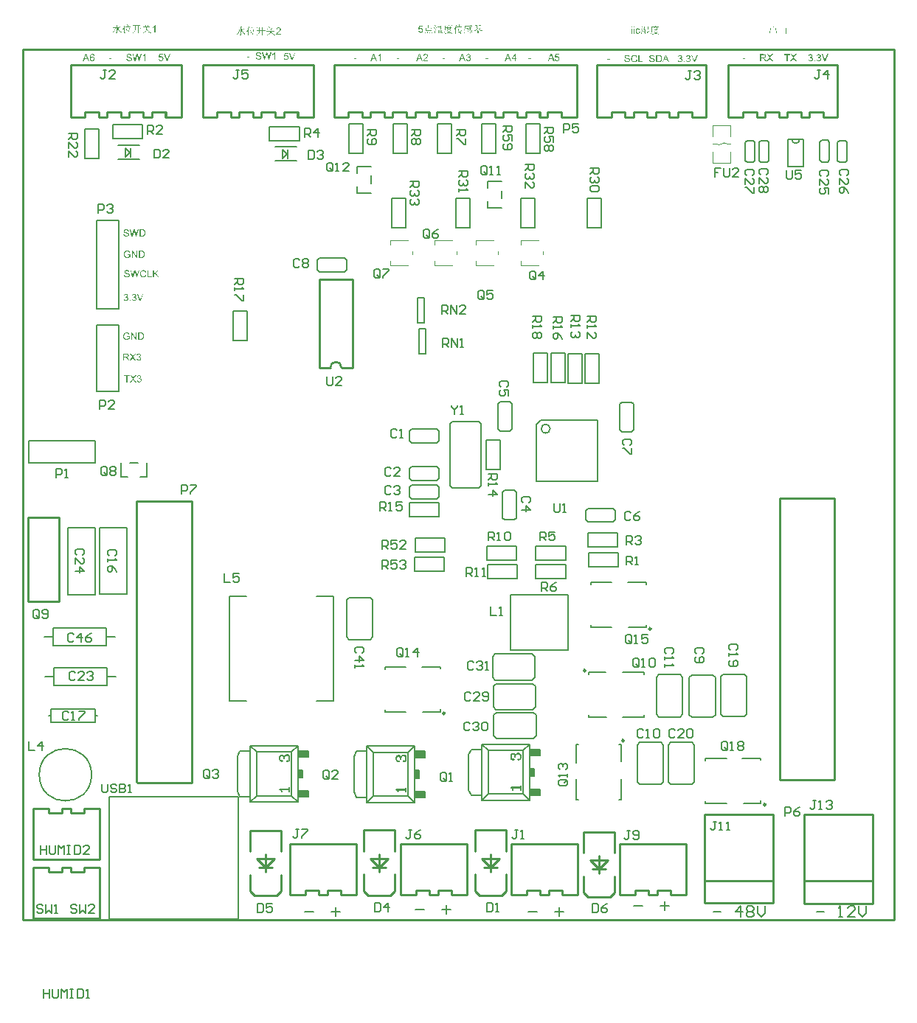
<source format=gto>
%FSLAX25Y25*%
%MOIN*%
G70*
G01*
G75*
%ADD10R,0.10000X0.07500*%
%ADD11R,0.03937X0.05118*%
%ADD12R,0.02362X0.03937*%
%ADD13R,0.02559X0.05315*%
%ADD14R,0.03937X0.02362*%
%ADD15O,0.03543X0.01969*%
%ADD16R,0.03543X0.01969*%
%ADD17O,0.03543X0.01969*%
%ADD18R,0.05000X0.06000*%
%ADD19O,0.09843X0.05906*%
%ADD20R,0.08661X0.07087*%
%ADD21R,0.09843X0.15748*%
%ADD22O,0.05906X0.03150*%
%ADD23R,0.04000X0.01969*%
%ADD24R,0.08000X0.02400*%
%ADD25O,0.08000X0.02400*%
%ADD26R,0.09449X0.08268*%
%ADD27O,0.00984X0.04724*%
%ADD28O,0.04724X0.00984*%
%ADD29O,0.04724X0.01772*%
%ADD30O,0.01772X0.04724*%
%ADD31R,0.04724X0.01772*%
%ADD32R,0.14410X0.09843*%
%ADD33R,0.14410X0.07874*%
%ADD34R,0.01969X0.06299*%
%ADD35R,0.03543X0.02126*%
%ADD36R,0.05118X0.03937*%
%ADD37R,0.09843X0.14410*%
%ADD38R,0.07874X0.14410*%
%ADD39R,0.06299X0.01969*%
%ADD40R,0.02126X0.03543*%
%ADD41R,0.03347X0.02756*%
%ADD42R,0.10630X0.03937*%
%ADD43R,0.20866X0.11024*%
%ADD44R,0.03937X0.10630*%
%ADD45R,0.21654X0.05630*%
%ADD46C,0.00800*%
%ADD47C,0.10000*%
%ADD48C,0.05000*%
%ADD49C,0.01000*%
%ADD50C,0.03500*%
%ADD51C,0.06000*%
%ADD52C,0.02000*%
%ADD53C,0.03000*%
%ADD54C,0.01500*%
%ADD55C,0.01200*%
%ADD56C,0.04000*%
%ADD57C,0.08000*%
%ADD58R,0.10571X0.09351*%
%ADD59R,0.10871X0.13938*%
%ADD60R,0.06400X0.08900*%
%ADD61R,0.08600X0.43171*%
%ADD62R,0.10722X0.08773*%
%ADD63R,0.28371X0.07471*%
%ADD64R,0.07400X0.15300*%
%ADD65R,0.44271X0.07764*%
%ADD66R,0.12367X0.05271*%
%ADD67R,0.10200X0.04900*%
%ADD68R,0.04000X0.18600*%
%ADD69R,0.18900X0.05200*%
%ADD70R,0.07300X0.29900*%
%ADD71R,0.23600X0.17400*%
%ADD72R,0.25624X0.17093*%
%ADD73R,0.24100X0.17400*%
%ADD74R,0.50200X0.62200*%
%ADD75R,0.24300X1.56600*%
%ADD76O,0.06000X0.10000*%
%ADD77R,0.06000X0.10000*%
%ADD78C,0.05512*%
%ADD79C,0.06693*%
%ADD80C,0.06000*%
%ADD81O,0.05906X0.09843*%
%ADD82R,0.05906X0.09843*%
%ADD83O,0.07874X0.15748*%
%ADD84C,0.05906*%
%ADD85R,0.05906X0.05906*%
%ADD86R,0.05906X0.05906*%
%ADD87C,0.05500*%
%ADD88O,0.09843X0.11811*%
%ADD89R,0.09843X0.11811*%
%ADD90O,0.11811X0.09843*%
%ADD91R,0.11811X0.09843*%
%ADD92C,0.03000*%
%ADD93C,0.02000*%
%ADD94C,0.04000*%
%ADD95C,0.05000*%
%ADD96R,0.05512X0.07087*%
%ADD97R,0.02756X0.03347*%
%ADD98R,0.13386X0.07087*%
%ADD99O,0.02756X0.01181*%
%ADD100O,0.01181X0.02756*%
%ADD101R,0.09100X0.04600*%
%ADD102R,0.04000X0.22000*%
%ADD103R,0.18000X0.06400*%
%ADD104R,0.05200X0.25200*%
%ADD105R,0.50100X0.62100*%
%ADD106R,0.24600X1.31200*%
%ADD107R,0.18400X0.60700*%
%ADD108R,0.46600X0.21200*%
%ADD109C,0.00500*%
%ADD110C,0.00394*%
%ADD111C,0.00787*%
%ADD112C,0.00591*%
%ADD113R,0.04724X0.02756*%
%ADD114R,0.01968X0.03543*%
G36*
X20024Y8918D02*
X20039Y8898D01*
X20059Y8864D01*
X20088Y8815D01*
X20122Y8757D01*
X20161Y8693D01*
X20200Y8625D01*
X20244Y8552D01*
X20332Y8396D01*
X20415Y8240D01*
X20449Y8166D01*
X20483Y8103D01*
X20507Y8044D01*
X20522Y7996D01*
Y7991D01*
X20527Y7986D01*
X20532Y7957D01*
X20547Y7913D01*
X20561Y7864D01*
X20571Y7805D01*
X20586Y7747D01*
X20591Y7688D01*
X20595Y7634D01*
Y7625D01*
Y7605D01*
X20591Y7576D01*
X20586Y7537D01*
X20571Y7493D01*
X20556Y7444D01*
X20532Y7400D01*
X20498Y7356D01*
X20493Y7351D01*
X20483Y7342D01*
X20469Y7322D01*
X20449Y7307D01*
X20405Y7269D01*
X20381Y7259D01*
X20366Y7254D01*
X20356D01*
X20351Y7259D01*
X20342Y7269D01*
X20332Y7283D01*
X20327Y7307D01*
X20317Y7337D01*
Y7376D01*
Y7381D01*
Y7386D01*
X20312Y7415D01*
X20307Y7464D01*
X20298Y7527D01*
X20288Y7610D01*
X20268Y7713D01*
X20249Y7830D01*
X20224Y7966D01*
Y7971D01*
X20220Y7986D01*
X20215Y8005D01*
X20210Y8035D01*
X20205Y8074D01*
X20195Y8118D01*
X20181Y8166D01*
X20166Y8225D01*
X20151Y8293D01*
X20132Y8362D01*
X20112Y8440D01*
X20088Y8523D01*
X20059Y8606D01*
X20034Y8698D01*
X19966Y8894D01*
X20019Y8928D01*
X20024Y8918D01*
D02*
G37*
G36*
X22274Y9299D02*
X20088D01*
X20044Y9294D01*
X19995D01*
X19932Y9284D01*
X19863Y9274D01*
X19795Y9264D01*
X19722Y9245D01*
X19566Y9401D01*
X21679D01*
X21923Y9645D01*
X22274Y9299D01*
D02*
G37*
G36*
X16184Y10240D02*
X16013Y10099D01*
Y10094D01*
Y10079D01*
Y10060D01*
Y10031D01*
Y9996D01*
Y9957D01*
Y9865D01*
X16023Y9757D01*
X16033Y9640D01*
X16052Y9528D01*
X16081Y9416D01*
Y9411D01*
X16086Y9401D01*
X16091Y9386D01*
X16096Y9367D01*
X16106Y9338D01*
X16120Y9308D01*
X16135Y9269D01*
X16150Y9225D01*
X16189Y9128D01*
X16238Y9011D01*
X16291Y8884D01*
X16360Y8737D01*
X16369Y8742D01*
X16389Y8762D01*
X16423Y8791D01*
X16472Y8830D01*
X16525Y8879D01*
X16589Y8937D01*
X16657Y9001D01*
X16730Y9069D01*
X16887Y9221D01*
X17038Y9381D01*
X17111Y9460D01*
X17179Y9543D01*
X17238Y9621D01*
X17287Y9699D01*
X17584Y9386D01*
X17575D01*
X17555Y9381D01*
X17516Y9372D01*
X17462Y9352D01*
X17399Y9328D01*
X17326Y9289D01*
X17238Y9240D01*
X17145Y9177D01*
X17140D01*
X17131Y9167D01*
X17116Y9157D01*
X17096Y9142D01*
X17067Y9123D01*
X17033Y9099D01*
X16994Y9069D01*
X16945Y9040D01*
X16896Y9001D01*
X16838Y8962D01*
X16779Y8918D01*
X16711Y8874D01*
X16638Y8820D01*
X16560Y8767D01*
X16394Y8649D01*
Y8645D01*
X16403Y8635D01*
X16413Y8615D01*
X16423Y8591D01*
X16443Y8562D01*
X16462Y8528D01*
X16486Y8489D01*
X16516Y8440D01*
X16579Y8337D01*
X16657Y8220D01*
X16745Y8093D01*
X16843Y7961D01*
X16950Y7825D01*
X17072Y7688D01*
X17199Y7552D01*
X17331Y7425D01*
X17477Y7312D01*
X17623Y7210D01*
X17702Y7161D01*
X17775Y7122D01*
X17858Y7088D01*
X17936Y7059D01*
Y6990D01*
X17921D01*
X17907Y6985D01*
X17882D01*
X17823Y6976D01*
X17760Y6956D01*
X17687Y6932D01*
X17623Y6898D01*
X17570Y6849D01*
X17545Y6820D01*
X17531Y6785D01*
X17526Y6790D01*
X17521Y6795D01*
X17506Y6805D01*
X17482Y6824D01*
X17458Y6844D01*
X17428Y6868D01*
X17360Y6937D01*
X17316Y6976D01*
X17272Y7020D01*
X17223Y7068D01*
X17170Y7127D01*
X17116Y7186D01*
X17062Y7249D01*
X17004Y7322D01*
X16940Y7395D01*
X16882Y7478D01*
X16818Y7561D01*
X16755Y7654D01*
X16691Y7752D01*
X16628Y7854D01*
X16565Y7961D01*
X16506Y8074D01*
X16443Y8191D01*
X16379Y8313D01*
X16320Y8440D01*
X16262Y8576D01*
X16208Y8718D01*
X16155Y8864D01*
X16106Y9015D01*
X16057Y9172D01*
X16013Y9333D01*
Y6888D01*
Y6883D01*
Y6868D01*
Y6849D01*
X16008Y6820D01*
X16003Y6785D01*
X15993Y6746D01*
X15984Y6702D01*
X15964Y6658D01*
X15945Y6610D01*
X15915Y6566D01*
X15881Y6522D01*
X15842Y6478D01*
X15793Y6434D01*
X15735Y6400D01*
X15671Y6371D01*
X15593Y6346D01*
Y6351D01*
Y6356D01*
X15588Y6385D01*
X15569Y6434D01*
X15554Y6458D01*
X15530Y6488D01*
X15501Y6517D01*
X15466Y6551D01*
X15423Y6580D01*
X15369Y6615D01*
X15305Y6644D01*
X15232Y6678D01*
X15144Y6707D01*
X15047Y6732D01*
Y6800D01*
X15066D01*
X15086Y6795D01*
X15110D01*
X15144Y6790D01*
X15183D01*
X15266Y6785D01*
X15359Y6776D01*
X15452Y6771D01*
X15535Y6766D01*
X15603D01*
X15623Y6771D01*
X15647Y6776D01*
X15676Y6790D01*
X15701Y6815D01*
X15725Y6854D01*
X15745Y6903D01*
X15750Y6971D01*
Y9787D01*
Y9791D01*
Y9801D01*
Y9821D01*
Y9845D01*
Y9874D01*
Y9909D01*
Y9991D01*
X15745Y10089D01*
X15740Y10201D01*
X15735Y10318D01*
X15730Y10436D01*
X16184Y10240D01*
D02*
G37*
G36*
X32912Y10016D02*
X32952Y10011D01*
X32995Y10006D01*
X33044Y10001D01*
X33098Y9987D01*
X33215Y9957D01*
X33337Y9913D01*
X33400Y9884D01*
X33459Y9850D01*
X33513Y9806D01*
X33566Y9762D01*
X33571Y9757D01*
X33576Y9752D01*
X33591Y9738D01*
X33610Y9718D01*
X33630Y9689D01*
X33654Y9660D01*
X33703Y9586D01*
X33752Y9494D01*
X33796Y9386D01*
X33830Y9264D01*
X33835Y9196D01*
X33840Y9128D01*
Y9118D01*
Y9094D01*
X33835Y9055D01*
X33830Y9006D01*
X33820Y8947D01*
X33806Y8884D01*
X33786Y8815D01*
X33757Y8747D01*
X33752Y8737D01*
X33742Y8713D01*
X33723Y8679D01*
X33693Y8630D01*
X33659Y8571D01*
X33615Y8503D01*
X33557Y8435D01*
X33493Y8357D01*
X33483Y8347D01*
X33459Y8318D01*
X33415Y8274D01*
X33386Y8245D01*
X33352Y8210D01*
X33313Y8171D01*
X33264Y8127D01*
X33215Y8083D01*
X33161Y8030D01*
X33103Y7976D01*
X33035Y7918D01*
X32966Y7859D01*
X32888Y7791D01*
X32883Y7786D01*
X32873Y7776D01*
X32854Y7761D01*
X32829Y7742D01*
X32771Y7693D01*
X32698Y7630D01*
X32625Y7561D01*
X32546Y7493D01*
X32483Y7434D01*
X32459Y7410D01*
X32434Y7386D01*
X32429Y7381D01*
X32420Y7366D01*
X32400Y7347D01*
X32376Y7317D01*
X32322Y7254D01*
X32268Y7176D01*
X33845D01*
Y6800D01*
X31722D01*
Y6805D01*
Y6824D01*
Y6854D01*
X31727Y6888D01*
X31732Y6927D01*
X31736Y6971D01*
X31751Y7020D01*
X31766Y7068D01*
Y7073D01*
X31771Y7078D01*
X31780Y7107D01*
X31800Y7147D01*
X31829Y7205D01*
X31863Y7269D01*
X31912Y7342D01*
X31961Y7415D01*
X32024Y7493D01*
Y7498D01*
X32034Y7503D01*
X32059Y7532D01*
X32098Y7576D01*
X32156Y7634D01*
X32229Y7703D01*
X32317Y7786D01*
X32425Y7879D01*
X32542Y7981D01*
X32546Y7986D01*
X32566Y8000D01*
X32590Y8020D01*
X32625Y8054D01*
X32669Y8088D01*
X32717Y8132D01*
X32825Y8225D01*
X32942Y8337D01*
X33059Y8449D01*
X33117Y8503D01*
X33166Y8557D01*
X33210Y8610D01*
X33249Y8659D01*
Y8664D01*
X33259Y8669D01*
X33269Y8684D01*
X33279Y8703D01*
X33308Y8752D01*
X33342Y8815D01*
X33376Y8889D01*
X33405Y8967D01*
X33425Y9055D01*
X33435Y9138D01*
Y9142D01*
Y9147D01*
X33430Y9177D01*
X33425Y9221D01*
X33415Y9274D01*
X33391Y9338D01*
X33361Y9401D01*
X33322Y9469D01*
X33264Y9533D01*
X33254Y9538D01*
X33235Y9557D01*
X33195Y9582D01*
X33147Y9616D01*
X33083Y9645D01*
X33010Y9669D01*
X32922Y9689D01*
X32825Y9694D01*
X32795D01*
X32776Y9689D01*
X32727Y9684D01*
X32664Y9674D01*
X32590Y9650D01*
X32512Y9621D01*
X32439Y9577D01*
X32371Y9518D01*
X32366Y9508D01*
X32346Y9489D01*
X32317Y9450D01*
X32288Y9396D01*
X32254Y9328D01*
X32229Y9250D01*
X32210Y9157D01*
X32200Y9050D01*
X31795Y9094D01*
Y9099D01*
Y9113D01*
X31800Y9138D01*
X31805Y9167D01*
X31815Y9206D01*
X31819Y9250D01*
X31849Y9347D01*
X31888Y9460D01*
X31941Y9572D01*
X32015Y9684D01*
X32054Y9733D01*
X32102Y9782D01*
X32107Y9787D01*
X32117Y9791D01*
X32132Y9806D01*
X32151Y9821D01*
X32181Y9835D01*
X32215Y9860D01*
X32254Y9879D01*
X32298Y9904D01*
X32346Y9923D01*
X32400Y9948D01*
X32463Y9967D01*
X32527Y9982D01*
X32673Y10011D01*
X32751Y10016D01*
X32834Y10021D01*
X32878D01*
X32912Y10016D01*
D02*
G37*
G36*
X28379Y10406D02*
X28398Y10397D01*
X28423Y10382D01*
X28452Y10367D01*
X28486Y10348D01*
X28564Y10304D01*
X28647Y10250D01*
X28735Y10192D01*
X28818Y10128D01*
X28891Y10070D01*
X28901Y10065D01*
X28921Y10045D01*
X28945Y10011D01*
X28979Y9972D01*
X29013Y9928D01*
X29038Y9879D01*
X29057Y9826D01*
X29067Y9772D01*
Y9767D01*
Y9757D01*
X29062Y9738D01*
X29057Y9713D01*
X29052Y9684D01*
X29043Y9655D01*
X29023Y9616D01*
X29004Y9577D01*
Y9572D01*
X28994Y9562D01*
X28974Y9528D01*
X28945Y9489D01*
X28935Y9479D01*
X28925Y9474D01*
X28921D01*
X28916Y9479D01*
X28901Y9489D01*
X28882Y9504D01*
X28857Y9533D01*
X28833Y9577D01*
X28818Y9606D01*
X28804Y9640D01*
X28784Y9674D01*
X28769Y9718D01*
Y9723D01*
X28765Y9733D01*
X28755Y9752D01*
X28745Y9777D01*
X28725Y9811D01*
X28711Y9845D01*
X28662Y9933D01*
X28599Y10031D01*
X28525Y10143D01*
X28433Y10255D01*
X28330Y10367D01*
X28364Y10416D01*
X28369D01*
X28379Y10406D01*
D02*
G37*
G36*
X-25686Y11072D02*
X-25896Y10984D01*
X-25901Y10979D01*
X-25911Y10965D01*
X-25925Y10940D01*
X-25945Y10911D01*
X-25974Y10872D01*
X-26003Y10828D01*
X-26037Y10774D01*
X-26072Y10721D01*
X-26155Y10609D01*
X-26242Y10486D01*
X-26335Y10364D01*
X-26423Y10252D01*
X-25515D01*
X-25271Y10496D01*
X-24920Y10150D01*
X-26633D01*
Y10145D01*
Y10130D01*
Y10106D01*
X-26638Y10072D01*
Y10028D01*
Y9979D01*
X-26643Y9920D01*
Y9857D01*
X-26647Y9789D01*
X-26652Y9715D01*
X-26662Y9554D01*
X-26672Y9379D01*
X-26686Y9198D01*
X-25354D01*
X-25096Y9462D01*
X-24725Y9096D01*
X-26457D01*
Y9091D01*
X-26447Y9076D01*
X-26438Y9052D01*
X-26428Y9018D01*
X-26408Y8979D01*
X-26389Y8930D01*
X-26360Y8876D01*
X-26330Y8813D01*
X-26291Y8749D01*
X-26252Y8681D01*
X-26208Y8608D01*
X-26155Y8530D01*
X-26101Y8456D01*
X-26037Y8373D01*
X-25974Y8295D01*
X-25901Y8217D01*
X-25896Y8212D01*
X-25881Y8198D01*
X-25857Y8178D01*
X-25828Y8149D01*
X-25784Y8115D01*
X-25730Y8076D01*
X-25671Y8032D01*
X-25603Y7983D01*
X-25525Y7934D01*
X-25437Y7885D01*
X-25340Y7832D01*
X-25232Y7783D01*
X-25120Y7729D01*
X-24998Y7685D01*
X-24866Y7637D01*
X-24725Y7598D01*
Y7544D01*
X-24739D01*
X-24749Y7539D01*
X-24769D01*
X-24817Y7524D01*
X-24881Y7510D01*
X-24944Y7480D01*
X-25008Y7441D01*
X-25066Y7383D01*
X-25110Y7315D01*
X-25115Y7319D01*
X-25130Y7324D01*
X-25154Y7339D01*
X-25188Y7358D01*
X-25232Y7383D01*
X-25281Y7412D01*
X-25335Y7446D01*
X-25398Y7490D01*
X-25530Y7583D01*
X-25676Y7695D01*
X-25828Y7822D01*
X-25979Y7968D01*
X-25984Y7973D01*
X-25993Y7988D01*
X-26018Y8012D01*
X-26042Y8042D01*
X-26076Y8085D01*
X-26111Y8134D01*
X-26155Y8198D01*
X-26199Y8261D01*
X-26247Y8339D01*
X-26291Y8422D01*
X-26340Y8515D01*
X-26389Y8617D01*
X-26438Y8725D01*
X-26482Y8842D01*
X-26525Y8964D01*
X-26564Y9096D01*
X-26701D01*
Y9091D01*
X-26711Y9066D01*
X-26721Y9032D01*
X-26735Y8988D01*
X-26755Y8930D01*
X-26779Y8866D01*
X-26809Y8793D01*
X-26843Y8715D01*
X-26887Y8627D01*
X-26935Y8539D01*
X-26989Y8447D01*
X-27053Y8354D01*
X-27121Y8256D01*
X-27199Y8164D01*
X-27282Y8071D01*
X-27375Y7983D01*
X-27379Y7978D01*
X-27399Y7964D01*
X-27428Y7939D01*
X-27467Y7910D01*
X-27521Y7871D01*
X-27584Y7822D01*
X-27653Y7773D01*
X-27736Y7720D01*
X-27828Y7666D01*
X-27931Y7607D01*
X-28043Y7544D01*
X-28165Y7485D01*
X-28292Y7427D01*
X-28433Y7368D01*
X-28580Y7315D01*
X-28731Y7261D01*
X-28746Y7334D01*
X-28741D01*
X-28736Y7339D01*
X-28707Y7354D01*
X-28663Y7373D01*
X-28599Y7402D01*
X-28526Y7436D01*
X-28443Y7480D01*
X-28351Y7529D01*
X-28253Y7583D01*
X-28150Y7641D01*
X-28043Y7705D01*
X-27833Y7851D01*
X-27731Y7925D01*
X-27638Y8007D01*
X-27550Y8090D01*
X-27472Y8173D01*
X-27467Y8178D01*
X-27457Y8193D01*
X-27438Y8217D01*
X-27409Y8251D01*
X-27379Y8295D01*
X-27345Y8344D01*
X-27306Y8403D01*
X-27262Y8461D01*
X-27223Y8530D01*
X-27179Y8603D01*
X-27096Y8759D01*
X-27023Y8925D01*
X-26989Y9008D01*
X-26965Y9096D01*
X-28209D01*
X-28253Y9091D01*
X-28307D01*
X-28375Y9081D01*
X-28443Y9071D01*
X-28517Y9061D01*
X-28590Y9042D01*
X-28746Y9198D01*
X-26945D01*
Y9203D01*
Y9218D01*
X-26940Y9237D01*
Y9267D01*
X-26935Y9306D01*
Y9349D01*
X-26930Y9403D01*
X-26926Y9462D01*
Y9530D01*
X-26921Y9598D01*
Y9676D01*
X-26916Y9764D01*
Y9852D01*
X-26911Y9945D01*
Y10150D01*
X-27985D01*
X-28029Y10145D01*
X-28082D01*
X-28146Y10135D01*
X-28219Y10125D01*
X-28292Y10116D01*
X-28365Y10096D01*
X-28521Y10252D01*
X-26545D01*
Y10257D01*
X-26540Y10262D01*
X-26530Y10277D01*
X-26521Y10296D01*
X-26491Y10345D01*
X-26457Y10413D01*
X-26418Y10496D01*
X-26374Y10594D01*
X-26325Y10701D01*
X-26281Y10818D01*
Y10823D01*
X-26277Y10833D01*
X-26272Y10848D01*
X-26262Y10872D01*
X-26252Y10901D01*
X-26237Y10931D01*
X-26213Y11009D01*
X-26184Y11092D01*
X-26155Y11184D01*
X-26130Y11272D01*
X-26106Y11355D01*
X-25686Y11072D01*
D02*
G37*
G36*
X-29414Y10848D02*
X-30415D01*
Y9535D01*
X-29854D01*
X-29575Y9813D01*
X-29190Y9432D01*
X-30415D01*
Y8066D01*
Y8061D01*
Y8051D01*
Y8032D01*
Y8007D01*
Y7978D01*
Y7944D01*
X-30410Y7861D01*
Y7763D01*
X-30405Y7656D01*
X-30400Y7539D01*
X-30395Y7422D01*
X-30693Y7319D01*
Y7324D01*
Y7344D01*
Y7368D01*
X-30688Y7407D01*
Y7451D01*
Y7505D01*
X-30683Y7563D01*
Y7627D01*
X-30678Y7763D01*
Y7915D01*
X-30673Y8061D01*
Y8207D01*
Y9432D01*
X-31757D01*
Y9423D01*
Y9398D01*
X-31762Y9359D01*
X-31767Y9306D01*
X-31771Y9242D01*
X-31781Y9169D01*
X-31791Y9081D01*
X-31806Y8993D01*
X-31825Y8896D01*
X-31850Y8793D01*
X-31874Y8691D01*
X-31908Y8583D01*
X-31942Y8481D01*
X-31986Y8373D01*
X-32035Y8276D01*
X-32094Y8178D01*
X-32098Y8173D01*
X-32108Y8159D01*
X-32128Y8129D01*
X-32152Y8095D01*
X-32191Y8051D01*
X-32230Y8003D01*
X-32284Y7944D01*
X-32342Y7881D01*
X-32411Y7812D01*
X-32489Y7744D01*
X-32577Y7666D01*
X-32674Y7593D01*
X-32782Y7515D01*
X-32894Y7436D01*
X-33021Y7358D01*
X-33157Y7280D01*
X-33211Y7334D01*
X-33206Y7339D01*
X-33187Y7349D01*
X-33157Y7373D01*
X-33118Y7397D01*
X-33070Y7432D01*
X-33011Y7475D01*
X-32952Y7524D01*
X-32884Y7578D01*
X-32816Y7637D01*
X-32743Y7700D01*
X-32601Y7841D01*
X-32460Y7998D01*
X-32396Y8081D01*
X-32337Y8168D01*
X-32333Y8173D01*
X-32323Y8193D01*
X-32308Y8217D01*
X-32289Y8256D01*
X-32269Y8300D01*
X-32240Y8359D01*
X-32215Y8427D01*
X-32186Y8505D01*
X-32157Y8588D01*
X-32128Y8686D01*
X-32103Y8788D01*
X-32079Y8901D01*
X-32054Y9023D01*
X-32040Y9149D01*
X-32025Y9286D01*
X-32020Y9432D01*
X-32743D01*
X-32787Y9427D01*
X-32840D01*
X-32904Y9418D01*
X-32977Y9408D01*
X-33050Y9398D01*
X-33123Y9379D01*
X-33279Y9535D01*
X-32020D01*
Y10848D01*
X-32499D01*
X-32542Y10843D01*
X-32596D01*
X-32660Y10833D01*
X-32733Y10823D01*
X-32806Y10813D01*
X-32879Y10794D01*
X-33035Y10950D01*
X-30044D01*
X-29785Y11214D01*
X-29414Y10848D01*
D02*
G37*
G36*
X20512Y10411D02*
X20532Y10401D01*
X20556Y10382D01*
X20586Y10353D01*
X20625Y10323D01*
X20669Y10284D01*
X20761Y10201D01*
X20859Y10109D01*
X20903Y10065D01*
X20942Y10016D01*
X20976Y9972D01*
X21000Y9928D01*
X21020Y9889D01*
X21025Y9855D01*
Y9845D01*
Y9826D01*
Y9796D01*
X21020Y9757D01*
X21010Y9718D01*
X20996Y9679D01*
X20976Y9640D01*
X20947Y9611D01*
X20942Y9606D01*
X20932Y9601D01*
X20903Y9577D01*
X20864Y9552D01*
X20849Y9547D01*
X20839Y9543D01*
X20834D01*
X20825Y9547D01*
X20810Y9552D01*
X20795Y9567D01*
X20776Y9591D01*
X20761Y9621D01*
X20747Y9669D01*
X20737Y9733D01*
Y9738D01*
X20732Y9747D01*
Y9762D01*
X20727Y9782D01*
X20717Y9806D01*
X20708Y9835D01*
X20698Y9874D01*
X20683Y9913D01*
X20644Y10006D01*
X20595Y10118D01*
X20532Y10245D01*
X20454Y10382D01*
X20507Y10416D01*
X20512Y10411D01*
D02*
G37*
G36*
X-36364Y11145D02*
X-36520Y11057D01*
X-36525Y11053D01*
X-36529Y11028D01*
X-36544Y10999D01*
X-36564Y10955D01*
X-36588Y10901D01*
X-36612Y10843D01*
X-36642Y10779D01*
X-36676Y10706D01*
X-36739Y10560D01*
X-36808Y10408D01*
X-36837Y10335D01*
X-36866Y10267D01*
X-36895Y10203D01*
X-36920Y10145D01*
X-36695Y9989D01*
X-36832Y9881D01*
Y9877D01*
Y9857D01*
Y9828D01*
Y9789D01*
Y9745D01*
Y9686D01*
Y9623D01*
Y9550D01*
Y9467D01*
Y9384D01*
Y9296D01*
Y9198D01*
Y8998D01*
Y8788D01*
X-36827Y8574D01*
Y8359D01*
Y8154D01*
Y7959D01*
Y7866D01*
X-36822Y7783D01*
Y7705D01*
Y7632D01*
Y7568D01*
X-36817Y7510D01*
Y7461D01*
Y7422D01*
X-37076Y7280D01*
Y7285D01*
Y7305D01*
Y7344D01*
X-37071Y7393D01*
Y7427D01*
Y7466D01*
Y7505D01*
Y7554D01*
Y7607D01*
Y7666D01*
Y7729D01*
X-37066Y7798D01*
Y7876D01*
Y7959D01*
Y8046D01*
Y8139D01*
Y8242D01*
Y8354D01*
Y8466D01*
X-37061Y8593D01*
Y8725D01*
Y8861D01*
Y9008D01*
Y9164D01*
Y9325D01*
Y9496D01*
Y9676D01*
Y9867D01*
X-37066Y9862D01*
X-37076Y9837D01*
X-37095Y9808D01*
X-37125Y9764D01*
X-37154Y9715D01*
X-37193Y9657D01*
X-37237Y9589D01*
X-37281Y9520D01*
X-37383Y9369D01*
X-37496Y9218D01*
X-37613Y9071D01*
X-37666Y9003D01*
X-37725Y8940D01*
X-37779Y8974D01*
X-37774Y8979D01*
X-37764Y8998D01*
X-37745Y9027D01*
X-37720Y9066D01*
X-37696Y9115D01*
X-37662Y9174D01*
X-37623Y9237D01*
X-37579Y9315D01*
X-37535Y9393D01*
X-37486Y9481D01*
X-37437Y9579D01*
X-37383Y9676D01*
X-37281Y9886D01*
X-37179Y10111D01*
X-37174Y10116D01*
X-37169Y10140D01*
X-37154Y10169D01*
X-37135Y10218D01*
X-37110Y10272D01*
X-37086Y10335D01*
X-37056Y10413D01*
X-37022Y10496D01*
X-36993Y10584D01*
X-36959Y10682D01*
X-36925Y10784D01*
X-36886Y10892D01*
X-36822Y11121D01*
X-36764Y11355D01*
X-36364Y11145D01*
D02*
G37*
G36*
X15554Y9020D02*
X15383Y8933D01*
Y8928D01*
X15379Y8913D01*
X15374Y8894D01*
X15364Y8864D01*
X15349Y8830D01*
X15335Y8786D01*
X15320Y8732D01*
X15301Y8679D01*
X15276Y8615D01*
X15252Y8552D01*
X15193Y8405D01*
X15120Y8245D01*
X15037Y8069D01*
X14944Y7888D01*
X14837Y7703D01*
X14715Y7517D01*
X14583Y7332D01*
X14442Y7156D01*
X14286Y6990D01*
X14115Y6834D01*
X14022Y6766D01*
X13929Y6697D01*
X13895Y6751D01*
X13900Y6756D01*
X13905Y6761D01*
X13919Y6776D01*
X13934Y6790D01*
X13978Y6839D01*
X14037Y6907D01*
X14110Y6995D01*
X14188Y7098D01*
X14281Y7220D01*
X14373Y7356D01*
X14471Y7508D01*
X14573Y7678D01*
X14676Y7864D01*
X14773Y8059D01*
X14866Y8274D01*
X14954Y8498D01*
X15032Y8737D01*
X15100Y8986D01*
X14520D01*
X14476Y8981D01*
X14422D01*
X14359Y8972D01*
X14286Y8962D01*
X14212Y8952D01*
X14139Y8933D01*
X13983Y9089D01*
X15086D01*
X15242Y9299D01*
X15554Y9020D01*
D02*
G37*
G36*
X106453Y10884D02*
X106331Y10777D01*
Y10772D01*
Y10767D01*
Y10752D01*
Y10733D01*
Y10709D01*
Y10679D01*
Y10606D01*
Y10523D01*
Y10421D01*
Y10313D01*
Y10201D01*
X106336Y10079D01*
Y9957D01*
Y9835D01*
Y9713D01*
X106341Y9601D01*
Y9493D01*
X106346Y9396D01*
Y9308D01*
X106102Y9220D01*
Y9415D01*
X104721D01*
Y9274D01*
X104477Y9166D01*
Y9171D01*
Y9181D01*
Y9201D01*
X104481Y9230D01*
Y9264D01*
Y9308D01*
X104486Y9357D01*
Y9420D01*
Y9484D01*
X104491Y9562D01*
Y9645D01*
Y9733D01*
X104496Y9835D01*
Y9942D01*
Y10059D01*
Y10182D01*
Y10191D01*
Y10211D01*
Y10245D01*
Y10294D01*
Y10347D01*
Y10411D01*
Y10479D01*
Y10548D01*
X104491Y10699D01*
X104486Y10845D01*
Y10914D01*
X104481Y10977D01*
Y11031D01*
X104477Y11075D01*
X104721Y10899D01*
X106067D01*
X106189Y11075D01*
X106453Y10884D01*
D02*
G37*
G36*
X122816Y10865D02*
X122659Y10757D01*
Y10752D01*
Y10728D01*
Y10699D01*
Y10655D01*
Y10606D01*
Y10548D01*
Y10484D01*
Y10421D01*
X122664Y10279D01*
Y10147D01*
X122669Y10084D01*
Y10025D01*
X122674Y9977D01*
Y9938D01*
X122430Y9835D01*
Y10045D01*
X121732D01*
Y9869D01*
X121488Y9747D01*
Y9752D01*
Y9762D01*
Y9781D01*
X121493Y9806D01*
Y9840D01*
Y9874D01*
Y9918D01*
X121498Y9962D01*
Y10069D01*
X121503Y10182D01*
Y10308D01*
Y10435D01*
Y10440D01*
Y10450D01*
Y10469D01*
Y10494D01*
Y10523D01*
Y10562D01*
Y10645D01*
X121498Y10748D01*
Y10860D01*
X121493Y10977D01*
X121488Y11094D01*
X121732Y10933D01*
X122415D01*
X122537Y11094D01*
X122816Y10865D01*
D02*
G37*
G36*
X109361Y11280D02*
X109381Y11275D01*
X109405Y11260D01*
X109435Y11245D01*
X109474Y11231D01*
X109552Y11192D01*
X109630Y11148D01*
X109703Y11099D01*
X109737Y11079D01*
X109766Y11055D01*
X109786Y11035D01*
X109801Y11016D01*
X109806Y11011D01*
X109810Y11001D01*
X109820Y10987D01*
X109835Y10967D01*
X109854Y10928D01*
X109859Y10914D01*
X109864Y10904D01*
Y10899D01*
Y10884D01*
X109859Y10865D01*
X109849Y10835D01*
X109830Y10801D01*
X109806Y10762D01*
X109771Y10718D01*
X109727Y10674D01*
X110860D01*
X111109Y10918D01*
X111455Y10572D01*
X108224D01*
Y10567D01*
Y10562D01*
Y10548D01*
Y10528D01*
Y10499D01*
Y10469D01*
Y10396D01*
Y10308D01*
Y10206D01*
Y10094D01*
Y9972D01*
X108220Y9845D01*
X108215Y9708D01*
X108205Y9435D01*
X108195Y9303D01*
X108185Y9171D01*
X108176Y9049D01*
X108161Y8932D01*
Y8927D01*
X108156Y8908D01*
X108151Y8874D01*
X108146Y8835D01*
X108137Y8786D01*
X108127Y8727D01*
X108117Y8659D01*
X108102Y8586D01*
X108083Y8513D01*
X108063Y8430D01*
X108019Y8264D01*
X107971Y8093D01*
X107907Y7927D01*
Y7922D01*
X107897Y7907D01*
X107888Y7888D01*
X107878Y7859D01*
X107858Y7820D01*
X107839Y7776D01*
X107815Y7727D01*
X107785Y7678D01*
X107722Y7556D01*
X107649Y7429D01*
X107561Y7293D01*
X107468Y7161D01*
X107419Y7200D01*
X107424Y7205D01*
X107434Y7229D01*
X107453Y7258D01*
X107473Y7307D01*
X107502Y7361D01*
X107536Y7424D01*
X107571Y7502D01*
X107605Y7585D01*
X107644Y7678D01*
X107678Y7776D01*
X107717Y7878D01*
X107751Y7990D01*
X107815Y8225D01*
X107844Y8347D01*
X107863Y8469D01*
Y8478D01*
X107868Y8498D01*
X107873Y8537D01*
X107878Y8586D01*
X107888Y8644D01*
X107893Y8717D01*
X107902Y8800D01*
X107912Y8888D01*
X107922Y8986D01*
X107932Y9093D01*
X107941Y9206D01*
X107946Y9323D01*
X107961Y9572D01*
X107966Y9825D01*
Y9835D01*
Y9855D01*
Y9894D01*
Y9938D01*
Y9996D01*
Y10064D01*
Y10133D01*
Y10216D01*
Y10382D01*
X107961Y10552D01*
X107956Y10631D01*
X107951Y10709D01*
X107946Y10782D01*
X107941Y10850D01*
X108239Y10674D01*
X109620D01*
Y10679D01*
X109615Y10694D01*
X109610Y10713D01*
X109605Y10743D01*
X109596Y10777D01*
X109581Y10816D01*
X109542Y10904D01*
X109537Y10909D01*
X109527Y10928D01*
X109513Y10953D01*
X109488Y10992D01*
X109454Y11040D01*
X109410Y11104D01*
X109352Y11172D01*
X109288Y11250D01*
X109342Y11289D01*
X109347D01*
X109361Y11280D01*
D02*
G37*
G36*
X119400Y11245D02*
X119409Y11236D01*
X119429Y11226D01*
X119478Y11197D01*
X119536Y11162D01*
X119595Y11123D01*
X119658Y11089D01*
X119712Y11050D01*
X119751Y11021D01*
X119756Y11016D01*
X119766Y11011D01*
X119795Y10977D01*
X119824Y10933D01*
X119834Y10909D01*
X119839Y10884D01*
Y10879D01*
X119834Y10860D01*
X119829Y10831D01*
X119809Y10787D01*
X119805Y10777D01*
X119790Y10752D01*
X119761Y10723D01*
X119717Y10694D01*
X119712D01*
X119707Y10689D01*
X119692Y10694D01*
X119678Y10699D01*
X119658Y10713D01*
X119639Y10738D01*
X119614Y10777D01*
X119595Y10831D01*
X119590Y10840D01*
X119580Y10860D01*
X119565Y10894D01*
X119541Y10938D01*
X119507Y10992D01*
X119463Y11055D01*
X119414Y11123D01*
X119351Y11201D01*
X119385Y11250D01*
X119390D01*
X119400Y11245D01*
D02*
G37*
G36*
X124494Y10884D02*
X124353Y10757D01*
Y10752D01*
Y10733D01*
Y10704D01*
Y10665D01*
Y10616D01*
Y10562D01*
Y10504D01*
X124358Y10440D01*
Y10308D01*
X124363Y10177D01*
Y10113D01*
X124367Y10055D01*
Y10001D01*
X124372Y9957D01*
X124128Y9869D01*
Y10045D01*
X123445D01*
Y9918D01*
X123201Y9835D01*
Y9840D01*
Y9850D01*
Y9864D01*
X123206Y9889D01*
Y9918D01*
Y9952D01*
X123211Y10030D01*
Y10128D01*
X123216Y10235D01*
Y10347D01*
Y10469D01*
Y10474D01*
Y10484D01*
Y10504D01*
Y10523D01*
Y10552D01*
Y10587D01*
Y10669D01*
X123211Y10762D01*
Y10865D01*
X123206Y10977D01*
X123201Y11089D01*
X123445Y10933D01*
X124109D01*
X124231Y11094D01*
X124494Y10884D01*
D02*
G37*
G36*
X26686Y9948D02*
X25685D01*
Y8635D01*
X26246D01*
X26525Y8913D01*
X26910Y8532D01*
X25685D01*
Y7166D01*
Y7161D01*
Y7151D01*
Y7132D01*
Y7107D01*
Y7078D01*
Y7044D01*
X25690Y6961D01*
Y6863D01*
X25695Y6756D01*
X25700Y6639D01*
X25705Y6522D01*
X25407Y6419D01*
Y6424D01*
Y6444D01*
Y6468D01*
X25412Y6507D01*
Y6551D01*
Y6605D01*
X25417Y6663D01*
Y6727D01*
X25422Y6863D01*
Y7015D01*
X25427Y7161D01*
Y7307D01*
Y8532D01*
X24343D01*
Y8523D01*
Y8498D01*
X24338Y8459D01*
X24333Y8405D01*
X24329Y8342D01*
X24319Y8269D01*
X24309Y8181D01*
X24294Y8093D01*
X24275Y7996D01*
X24250Y7893D01*
X24226Y7791D01*
X24192Y7683D01*
X24158Y7581D01*
X24114Y7473D01*
X24065Y7376D01*
X24006Y7278D01*
X24002Y7273D01*
X23992Y7259D01*
X23972Y7229D01*
X23948Y7195D01*
X23909Y7151D01*
X23870Y7103D01*
X23816Y7044D01*
X23758Y6981D01*
X23689Y6912D01*
X23611Y6844D01*
X23523Y6766D01*
X23426Y6693D01*
X23318Y6615D01*
X23206Y6537D01*
X23079Y6458D01*
X22943Y6380D01*
X22889Y6434D01*
X22894Y6439D01*
X22913Y6449D01*
X22943Y6473D01*
X22982Y6497D01*
X23031Y6532D01*
X23089Y6576D01*
X23148Y6624D01*
X23216Y6678D01*
X23284Y6737D01*
X23357Y6800D01*
X23499Y6942D01*
X23641Y7098D01*
X23704Y7181D01*
X23763Y7269D01*
X23767Y7273D01*
X23777Y7293D01*
X23792Y7317D01*
X23811Y7356D01*
X23831Y7400D01*
X23860Y7459D01*
X23885Y7527D01*
X23914Y7605D01*
X23943Y7688D01*
X23972Y7786D01*
X23997Y7888D01*
X24021Y8000D01*
X24046Y8123D01*
X24060Y8249D01*
X24075Y8386D01*
X24080Y8532D01*
X23357D01*
X23313Y8528D01*
X23260D01*
X23196Y8518D01*
X23123Y8508D01*
X23050Y8498D01*
X22977Y8479D01*
X22821Y8635D01*
X24080D01*
Y9948D01*
X23601D01*
X23558Y9943D01*
X23504D01*
X23440Y9933D01*
X23367Y9923D01*
X23294Y9913D01*
X23221Y9894D01*
X23065Y10050D01*
X26056D01*
X26315Y10314D01*
X26686Y9948D01*
D02*
G37*
G36*
X21869Y8894D02*
X21864Y8889D01*
X21845Y8874D01*
X21830Y8859D01*
X21811Y8840D01*
X21791Y8815D01*
X21771Y8786D01*
X21747Y8752D01*
X21723Y8708D01*
X21698Y8659D01*
X21674Y8601D01*
X21645Y8537D01*
X21615Y8459D01*
X21586Y8376D01*
X21557Y8283D01*
Y8279D01*
X21552Y8259D01*
X21542Y8230D01*
X21527Y8186D01*
X21513Y8132D01*
X21488Y8069D01*
X21464Y7991D01*
X21440Y7903D01*
X21405Y7800D01*
X21371Y7688D01*
X21327Y7566D01*
X21283Y7429D01*
X21239Y7288D01*
X21186Y7132D01*
X21127Y6961D01*
X21069Y6785D01*
X21854D01*
X22098Y7024D01*
X22450Y6678D01*
X19951D01*
X19897Y6673D01*
X19834Y6668D01*
X19761Y6658D01*
X19614Y6629D01*
X19458Y6785D01*
X20947D01*
X20952Y6795D01*
X20956Y6820D01*
X20966Y6854D01*
X20981Y6907D01*
X21000Y6971D01*
X21020Y7049D01*
X21044Y7132D01*
X21069Y7225D01*
X21098Y7327D01*
X21122Y7439D01*
X21152Y7552D01*
X21181Y7669D01*
X21239Y7918D01*
X21293Y8171D01*
Y8181D01*
X21298Y8201D01*
X21308Y8235D01*
X21318Y8279D01*
X21327Y8337D01*
X21337Y8401D01*
X21352Y8469D01*
X21366Y8542D01*
X21396Y8698D01*
X21420Y8859D01*
X21435Y8933D01*
X21440Y9001D01*
X21449Y9064D01*
X21454Y9123D01*
X21869Y8894D01*
D02*
G37*
G36*
X19737Y10245D02*
X19580Y10157D01*
X19575Y10153D01*
X19571Y10128D01*
X19556Y10099D01*
X19536Y10055D01*
X19512Y10001D01*
X19488Y9943D01*
X19458Y9879D01*
X19424Y9806D01*
X19361Y9660D01*
X19292Y9508D01*
X19263Y9435D01*
X19234Y9367D01*
X19205Y9303D01*
X19180Y9245D01*
X19405Y9089D01*
X19268Y8981D01*
Y8976D01*
Y8957D01*
Y8928D01*
Y8889D01*
Y8845D01*
Y8786D01*
Y8723D01*
Y8649D01*
Y8567D01*
Y8484D01*
Y8396D01*
Y8298D01*
Y8098D01*
Y7888D01*
X19273Y7673D01*
Y7459D01*
Y7254D01*
Y7059D01*
Y6966D01*
X19278Y6883D01*
Y6805D01*
Y6732D01*
Y6668D01*
X19283Y6610D01*
Y6561D01*
Y6522D01*
X19024Y6380D01*
Y6385D01*
Y6405D01*
Y6444D01*
X19029Y6493D01*
Y6527D01*
Y6566D01*
Y6605D01*
Y6654D01*
Y6707D01*
Y6766D01*
Y6829D01*
X19034Y6898D01*
Y6976D01*
Y7059D01*
Y7147D01*
Y7239D01*
Y7342D01*
Y7454D01*
Y7566D01*
X19039Y7693D01*
Y7825D01*
Y7961D01*
Y8108D01*
Y8264D01*
Y8425D01*
Y8596D01*
Y8776D01*
Y8967D01*
X19034Y8962D01*
X19024Y8937D01*
X19004Y8908D01*
X18975Y8864D01*
X18946Y8815D01*
X18907Y8757D01*
X18863Y8689D01*
X18819Y8620D01*
X18717Y8469D01*
X18604Y8318D01*
X18487Y8171D01*
X18433Y8103D01*
X18375Y8039D01*
X18321Y8074D01*
X18326Y8079D01*
X18336Y8098D01*
X18355Y8127D01*
X18380Y8166D01*
X18404Y8215D01*
X18438Y8274D01*
X18477Y8337D01*
X18521Y8415D01*
X18565Y8493D01*
X18614Y8581D01*
X18663Y8679D01*
X18717Y8776D01*
X18819Y8986D01*
X18922Y9211D01*
X18926Y9216D01*
X18931Y9240D01*
X18946Y9269D01*
X18965Y9318D01*
X18990Y9372D01*
X19014Y9435D01*
X19044Y9513D01*
X19078Y9596D01*
X19107Y9684D01*
X19141Y9782D01*
X19175Y9884D01*
X19214Y9991D01*
X19278Y10221D01*
X19336Y10455D01*
X19737Y10245D01*
D02*
G37*
G36*
X30414Y10172D02*
X30204Y10084D01*
X30199Y10079D01*
X30189Y10065D01*
X30175Y10040D01*
X30155Y10011D01*
X30126Y9972D01*
X30097Y9928D01*
X30063Y9874D01*
X30028Y9821D01*
X29945Y9708D01*
X29858Y9586D01*
X29765Y9465D01*
X29677Y9352D01*
X30585D01*
X30829Y9596D01*
X31180Y9250D01*
X29467D01*
Y9245D01*
Y9230D01*
Y9206D01*
X29462Y9172D01*
Y9128D01*
Y9079D01*
X29457Y9020D01*
Y8957D01*
X29453Y8889D01*
X29448Y8815D01*
X29438Y8654D01*
X29428Y8479D01*
X29414Y8298D01*
X30746D01*
X31004Y8562D01*
X31375Y8196D01*
X29643D01*
Y8191D01*
X29653Y8176D01*
X29662Y8152D01*
X29672Y8118D01*
X29692Y8079D01*
X29711Y8030D01*
X29741Y7976D01*
X29770Y7913D01*
X29809Y7849D01*
X29848Y7781D01*
X29892Y7708D01*
X29945Y7630D01*
X29999Y7556D01*
X30063Y7473D01*
X30126Y7395D01*
X30199Y7317D01*
X30204Y7312D01*
X30219Y7298D01*
X30243Y7278D01*
X30272Y7249D01*
X30316Y7215D01*
X30370Y7176D01*
X30429Y7132D01*
X30497Y7083D01*
X30575Y7034D01*
X30663Y6985D01*
X30760Y6932D01*
X30868Y6883D01*
X30980Y6829D01*
X31102Y6785D01*
X31234Y6737D01*
X31375Y6697D01*
Y6644D01*
X31361D01*
X31351Y6639D01*
X31331D01*
X31283Y6624D01*
X31219Y6610D01*
X31156Y6580D01*
X31092Y6541D01*
X31034Y6483D01*
X30990Y6414D01*
X30985Y6419D01*
X30970Y6424D01*
X30946Y6439D01*
X30912Y6458D01*
X30868Y6483D01*
X30819Y6512D01*
X30765Y6546D01*
X30702Y6590D01*
X30570Y6683D01*
X30424Y6795D01*
X30272Y6922D01*
X30121Y7068D01*
X30116Y7073D01*
X30106Y7088D01*
X30082Y7112D01*
X30058Y7142D01*
X30024Y7186D01*
X29989Y7234D01*
X29945Y7298D01*
X29901Y7361D01*
X29853Y7439D01*
X29809Y7522D01*
X29760Y7615D01*
X29711Y7717D01*
X29662Y7825D01*
X29618Y7942D01*
X29575Y8064D01*
X29535Y8196D01*
X29399D01*
Y8191D01*
X29389Y8166D01*
X29379Y8132D01*
X29365Y8088D01*
X29345Y8030D01*
X29321Y7966D01*
X29291Y7893D01*
X29257Y7815D01*
X29213Y7727D01*
X29165Y7639D01*
X29111Y7547D01*
X29048Y7454D01*
X28979Y7356D01*
X28901Y7264D01*
X28818Y7171D01*
X28725Y7083D01*
X28721Y7078D01*
X28701Y7063D01*
X28672Y7039D01*
X28633Y7010D01*
X28579Y6971D01*
X28516Y6922D01*
X28447Y6873D01*
X28364Y6820D01*
X28272Y6766D01*
X28169Y6707D01*
X28057Y6644D01*
X27935Y6585D01*
X27808Y6527D01*
X27667Y6468D01*
X27520Y6414D01*
X27369Y6361D01*
X27354Y6434D01*
X27359D01*
X27364Y6439D01*
X27393Y6453D01*
X27437Y6473D01*
X27501Y6502D01*
X27574Y6537D01*
X27657Y6580D01*
X27749Y6629D01*
X27847Y6683D01*
X27950Y6741D01*
X28057Y6805D01*
X28267Y6951D01*
X28369Y7024D01*
X28462Y7107D01*
X28550Y7190D01*
X28628Y7273D01*
X28633Y7278D01*
X28642Y7293D01*
X28662Y7317D01*
X28691Y7351D01*
X28721Y7395D01*
X28755Y7444D01*
X28794Y7503D01*
X28838Y7561D01*
X28877Y7630D01*
X28921Y7703D01*
X29004Y7859D01*
X29077Y8025D01*
X29111Y8108D01*
X29135Y8196D01*
X27891D01*
X27847Y8191D01*
X27793D01*
X27725Y8181D01*
X27657Y8171D01*
X27584Y8162D01*
X27510Y8142D01*
X27354Y8298D01*
X29155D01*
Y8303D01*
Y8318D01*
X29160Y8337D01*
Y8366D01*
X29165Y8405D01*
Y8449D01*
X29169Y8503D01*
X29174Y8562D01*
Y8630D01*
X29179Y8698D01*
Y8776D01*
X29184Y8864D01*
Y8952D01*
X29189Y9045D01*
Y9250D01*
X28115D01*
X28071Y9245D01*
X28018D01*
X27954Y9235D01*
X27881Y9225D01*
X27808Y9216D01*
X27735Y9196D01*
X27579Y9352D01*
X29555D01*
Y9357D01*
X29560Y9362D01*
X29570Y9377D01*
X29579Y9396D01*
X29609Y9445D01*
X29643Y9513D01*
X29682Y9596D01*
X29726Y9694D01*
X29775Y9801D01*
X29819Y9918D01*
Y9923D01*
X29823Y9933D01*
X29828Y9948D01*
X29838Y9972D01*
X29848Y10001D01*
X29862Y10031D01*
X29887Y10109D01*
X29916Y10192D01*
X29945Y10284D01*
X29970Y10372D01*
X29994Y10455D01*
X30414Y10172D01*
D02*
G37*
G36*
X19705Y-3539D02*
X18500D01*
Y-3143D01*
X19705D01*
Y-3539D01*
D02*
G37*
G36*
X23878Y-1245D02*
X23912D01*
X23995Y-1255D01*
X24092Y-1269D01*
X24200Y-1289D01*
X24307Y-1318D01*
X24410Y-1357D01*
X24415D01*
X24419Y-1362D01*
X24434Y-1367D01*
X24454Y-1377D01*
X24502Y-1406D01*
X24566Y-1440D01*
X24634Y-1489D01*
X24702Y-1548D01*
X24771Y-1616D01*
X24829Y-1694D01*
X24834Y-1704D01*
X24854Y-1733D01*
X24878Y-1782D01*
X24903Y-1840D01*
X24932Y-1914D01*
X24961Y-2001D01*
X24981Y-2094D01*
X24990Y-2197D01*
X24585Y-2226D01*
Y-2221D01*
Y-2211D01*
X24580Y-2197D01*
X24576Y-2177D01*
X24566Y-2123D01*
X24546Y-2055D01*
X24517Y-1982D01*
X24478Y-1909D01*
X24424Y-1836D01*
X24361Y-1772D01*
X24351Y-1767D01*
X24327Y-1748D01*
X24283Y-1723D01*
X24224Y-1694D01*
X24146Y-1665D01*
X24049Y-1640D01*
X23936Y-1621D01*
X23805Y-1616D01*
X23741D01*
X23712Y-1621D01*
X23673D01*
X23590Y-1635D01*
X23497Y-1650D01*
X23404Y-1674D01*
X23317Y-1709D01*
X23278Y-1733D01*
X23243Y-1757D01*
X23238Y-1762D01*
X23219Y-1782D01*
X23190Y-1811D01*
X23160Y-1855D01*
X23126Y-1904D01*
X23102Y-1962D01*
X23082Y-2026D01*
X23073Y-2099D01*
Y-2109D01*
Y-2128D01*
X23077Y-2162D01*
X23087Y-2201D01*
X23102Y-2245D01*
X23126Y-2294D01*
X23155Y-2338D01*
X23195Y-2382D01*
X23199Y-2387D01*
X23224Y-2402D01*
X23238Y-2411D01*
X23258Y-2426D01*
X23287Y-2436D01*
X23321Y-2450D01*
X23360Y-2470D01*
X23404Y-2489D01*
X23453Y-2504D01*
X23512Y-2524D01*
X23580Y-2548D01*
X23653Y-2568D01*
X23736Y-2587D01*
X23829Y-2611D01*
X23834D01*
X23853Y-2616D01*
X23878Y-2621D01*
X23912Y-2631D01*
X23956Y-2641D01*
X24005Y-2655D01*
X24112Y-2680D01*
X24229Y-2714D01*
X24346Y-2748D01*
X24405Y-2763D01*
X24454Y-2782D01*
X24502Y-2802D01*
X24541Y-2816D01*
X24546D01*
X24556Y-2821D01*
X24566Y-2831D01*
X24585Y-2841D01*
X24634Y-2870D01*
X24698Y-2904D01*
X24766Y-2953D01*
X24834Y-3012D01*
X24898Y-3075D01*
X24951Y-3143D01*
X24956Y-3153D01*
X24971Y-3178D01*
X24995Y-3217D01*
X25020Y-3275D01*
X25044Y-3339D01*
X25069Y-3417D01*
X25083Y-3505D01*
X25088Y-3597D01*
Y-3602D01*
Y-3607D01*
Y-3622D01*
Y-3641D01*
X25078Y-3690D01*
X25069Y-3753D01*
X25054Y-3827D01*
X25025Y-3909D01*
X24990Y-3997D01*
X24942Y-4080D01*
X24937Y-4090D01*
X24912Y-4119D01*
X24883Y-4158D01*
X24834Y-4207D01*
X24776Y-4266D01*
X24702Y-4324D01*
X24615Y-4378D01*
X24517Y-4432D01*
X24512D01*
X24502Y-4437D01*
X24488Y-4441D01*
X24468Y-4451D01*
X24444Y-4461D01*
X24415Y-4471D01*
X24337Y-4490D01*
X24249Y-4515D01*
X24141Y-4534D01*
X24029Y-4549D01*
X23902Y-4554D01*
X23829D01*
X23795Y-4549D01*
X23751D01*
X23702Y-4544D01*
X23648Y-4539D01*
X23536Y-4524D01*
X23414Y-4500D01*
X23292Y-4471D01*
X23175Y-4432D01*
X23170D01*
X23160Y-4427D01*
X23146Y-4417D01*
X23126Y-4407D01*
X23073Y-4378D01*
X23009Y-4334D01*
X22931Y-4280D01*
X22858Y-4217D01*
X22780Y-4139D01*
X22711Y-4051D01*
Y-4046D01*
X22707Y-4041D01*
X22697Y-4027D01*
X22687Y-4007D01*
X22672Y-3983D01*
X22658Y-3953D01*
X22628Y-3880D01*
X22599Y-3797D01*
X22570Y-3695D01*
X22550Y-3587D01*
X22541Y-3470D01*
X22941Y-3436D01*
Y-3441D01*
Y-3446D01*
X22946Y-3475D01*
X22955Y-3519D01*
X22965Y-3578D01*
X22985Y-3641D01*
X23004Y-3709D01*
X23033Y-3773D01*
X23068Y-3836D01*
X23073Y-3841D01*
X23087Y-3861D01*
X23112Y-3890D01*
X23151Y-3924D01*
X23195Y-3963D01*
X23248Y-4007D01*
X23317Y-4046D01*
X23390Y-4085D01*
X23395D01*
X23400Y-4090D01*
X23429Y-4100D01*
X23473Y-4115D01*
X23536Y-4129D01*
X23605Y-4149D01*
X23692Y-4163D01*
X23785Y-4173D01*
X23883Y-4178D01*
X23922D01*
X23970Y-4173D01*
X24024Y-4168D01*
X24092Y-4163D01*
X24161Y-4149D01*
X24234Y-4134D01*
X24307Y-4110D01*
X24317Y-4105D01*
X24337Y-4095D01*
X24371Y-4080D01*
X24410Y-4056D01*
X24459Y-4027D01*
X24502Y-3993D01*
X24546Y-3953D01*
X24585Y-3909D01*
X24590Y-3905D01*
X24600Y-3885D01*
X24615Y-3861D01*
X24634Y-3827D01*
X24649Y-3788D01*
X24663Y-3739D01*
X24673Y-3690D01*
X24678Y-3636D01*
Y-3631D01*
Y-3612D01*
X24673Y-3583D01*
X24668Y-3548D01*
X24659Y-3505D01*
X24639Y-3461D01*
X24620Y-3417D01*
X24590Y-3373D01*
X24585Y-3368D01*
X24576Y-3353D01*
X24551Y-3334D01*
X24522Y-3304D01*
X24483Y-3275D01*
X24434Y-3246D01*
X24371Y-3212D01*
X24302Y-3182D01*
X24297Y-3178D01*
X24278Y-3173D01*
X24239Y-3163D01*
X24215Y-3153D01*
X24185Y-3143D01*
X24146Y-3134D01*
X24107Y-3124D01*
X24058Y-3109D01*
X24010Y-3095D01*
X23951Y-3080D01*
X23883Y-3065D01*
X23809Y-3046D01*
X23731Y-3026D01*
X23727D01*
X23712Y-3021D01*
X23687Y-3016D01*
X23658Y-3007D01*
X23624Y-2997D01*
X23585Y-2987D01*
X23492Y-2963D01*
X23390Y-2929D01*
X23287Y-2895D01*
X23195Y-2860D01*
X23151Y-2846D01*
X23117Y-2826D01*
X23112D01*
X23107Y-2821D01*
X23077Y-2802D01*
X23038Y-2777D01*
X22990Y-2743D01*
X22931Y-2699D01*
X22877Y-2651D01*
X22824Y-2592D01*
X22775Y-2528D01*
X22770Y-2519D01*
X22755Y-2494D01*
X22741Y-2460D01*
X22721Y-2411D01*
X22697Y-2353D01*
X22682Y-2285D01*
X22668Y-2206D01*
X22663Y-2128D01*
Y-2123D01*
Y-2119D01*
Y-2104D01*
Y-2084D01*
X22672Y-2041D01*
X22682Y-1982D01*
X22697Y-1909D01*
X22721Y-1836D01*
X22755Y-1753D01*
X22799Y-1674D01*
Y-1670D01*
X22804Y-1665D01*
X22824Y-1640D01*
X22858Y-1601D01*
X22902Y-1553D01*
X22955Y-1504D01*
X23024Y-1450D01*
X23107Y-1396D01*
X23199Y-1352D01*
X23204D01*
X23209Y-1347D01*
X23224Y-1343D01*
X23248Y-1333D01*
X23273Y-1328D01*
X23302Y-1318D01*
X23370Y-1294D01*
X23458Y-1274D01*
X23556Y-1260D01*
X23668Y-1245D01*
X23785Y-1240D01*
X23844D01*
X23878Y-1245D01*
D02*
G37*
G36*
X31217Y-4500D02*
X30822D01*
Y-1992D01*
X30817Y-1997D01*
X30798Y-2016D01*
X30763Y-2041D01*
X30720Y-2075D01*
X30666Y-2119D01*
X30602Y-2162D01*
X30529Y-2216D01*
X30446Y-2265D01*
X30441D01*
X30437Y-2270D01*
X30407Y-2289D01*
X30363Y-2314D01*
X30310Y-2343D01*
X30246Y-2377D01*
X30178Y-2406D01*
X30105Y-2441D01*
X30036Y-2470D01*
Y-2084D01*
X30041D01*
X30051Y-2080D01*
X30070Y-2070D01*
X30090Y-2055D01*
X30119Y-2041D01*
X30153Y-2026D01*
X30231Y-1982D01*
X30319Y-1928D01*
X30417Y-1865D01*
X30515Y-1792D01*
X30607Y-1713D01*
X30612Y-1709D01*
X30617Y-1704D01*
X30646Y-1674D01*
X30690Y-1631D01*
X30744Y-1577D01*
X30803Y-1509D01*
X30861Y-1435D01*
X30915Y-1357D01*
X30959Y-1279D01*
X31217D01*
Y-4500D01*
D02*
G37*
G36*
X28621D02*
X28206D01*
X27533Y-2060D01*
Y-2055D01*
X27528Y-2045D01*
X27523Y-2031D01*
X27518Y-2011D01*
X27504Y-1957D01*
X27489Y-1899D01*
X27469Y-1831D01*
X27455Y-1772D01*
X27440Y-1718D01*
X27435Y-1699D01*
X27430Y-1684D01*
Y-1694D01*
X27421Y-1718D01*
X27411Y-1762D01*
X27396Y-1811D01*
X27382Y-1875D01*
X27367Y-1933D01*
X27347Y-1997D01*
X27333Y-2060D01*
X26659Y-4500D01*
X26215D01*
X25376Y-1294D01*
X25810D01*
X26293Y-3402D01*
Y-3407D01*
X26298Y-3417D01*
X26303Y-3436D01*
X26308Y-3456D01*
X26313Y-3490D01*
X26323Y-3524D01*
X26342Y-3607D01*
X26362Y-3705D01*
X26386Y-3817D01*
X26406Y-3934D01*
X26430Y-4056D01*
Y-4051D01*
X26435Y-4031D01*
X26440Y-4007D01*
X26449Y-3973D01*
X26459Y-3934D01*
X26469Y-3890D01*
X26498Y-3788D01*
X26523Y-3685D01*
X26547Y-3587D01*
X26557Y-3548D01*
X26567Y-3509D01*
X26572Y-3480D01*
X26576Y-3461D01*
X27186Y-1294D01*
X27699D01*
X28157Y-2919D01*
Y-2924D01*
X28167Y-2948D01*
X28172Y-2977D01*
X28187Y-3021D01*
X28197Y-3075D01*
X28216Y-3139D01*
X28231Y-3212D01*
X28250Y-3290D01*
X28270Y-3373D01*
X28289Y-3461D01*
X28333Y-3656D01*
X28372Y-3856D01*
X28406Y-4056D01*
Y-4051D01*
X28411Y-4041D01*
Y-4027D01*
X28416Y-4002D01*
X28426Y-3973D01*
X28431Y-3939D01*
X28441Y-3900D01*
X28450Y-3856D01*
X28475Y-3753D01*
X28499Y-3631D01*
X28533Y-3500D01*
X28567Y-3358D01*
X29065Y-1294D01*
X29495D01*
X28621Y-4500D01*
D02*
G37*
G36*
X77355Y-5200D02*
X76877D01*
X76506Y-4229D01*
X75159D01*
X74813Y-5200D01*
X74364D01*
X75589Y-1994D01*
X76052D01*
X77355Y-5200D01*
D02*
G37*
G36*
X99330Y-1984D02*
X99369Y-1989D01*
X99413Y-1994D01*
X99462Y-1999D01*
X99515Y-2013D01*
X99633Y-2043D01*
X99755Y-2087D01*
X99818Y-2116D01*
X99877Y-2150D01*
X99930Y-2194D01*
X99984Y-2238D01*
X99989Y-2243D01*
X99994Y-2248D01*
X100008Y-2262D01*
X100028Y-2282D01*
X100047Y-2311D01*
X100072Y-2340D01*
X100121Y-2413D01*
X100169Y-2506D01*
X100213Y-2614D01*
X100248Y-2736D01*
X100252Y-2804D01*
X100257Y-2872D01*
Y-2882D01*
Y-2906D01*
X100252Y-2945D01*
X100248Y-2994D01*
X100238Y-3053D01*
X100223Y-3116D01*
X100204Y-3185D01*
X100174Y-3253D01*
X100169Y-3263D01*
X100160Y-3287D01*
X100140Y-3321D01*
X100111Y-3370D01*
X100077Y-3429D01*
X100033Y-3497D01*
X99974Y-3565D01*
X99911Y-3643D01*
X99901Y-3653D01*
X99877Y-3682D01*
X99833Y-3726D01*
X99803Y-3756D01*
X99769Y-3790D01*
X99730Y-3829D01*
X99681Y-3873D01*
X99633Y-3917D01*
X99579Y-3970D01*
X99520Y-4024D01*
X99452Y-4082D01*
X99384Y-4141D01*
X99306Y-4209D01*
X99301Y-4214D01*
X99291Y-4224D01*
X99272Y-4239D01*
X99247Y-4258D01*
X99189Y-4307D01*
X99115Y-4370D01*
X99042Y-4439D01*
X98964Y-4507D01*
X98901Y-4566D01*
X98876Y-4590D01*
X98852Y-4614D01*
X98847Y-4619D01*
X98837Y-4634D01*
X98818Y-4653D01*
X98793Y-4683D01*
X98740Y-4746D01*
X98686Y-4824D01*
X100262D01*
Y-5200D01*
X98139D01*
Y-5195D01*
Y-5176D01*
Y-5146D01*
X98144Y-5112D01*
X98149Y-5073D01*
X98154Y-5029D01*
X98169Y-4980D01*
X98183Y-4932D01*
Y-4927D01*
X98188Y-4922D01*
X98198Y-4893D01*
X98217Y-4854D01*
X98247Y-4795D01*
X98281Y-4732D01*
X98330Y-4658D01*
X98378Y-4585D01*
X98442Y-4507D01*
Y-4502D01*
X98452Y-4497D01*
X98476Y-4468D01*
X98515Y-4424D01*
X98574Y-4366D01*
X98647Y-4297D01*
X98735Y-4214D01*
X98842Y-4121D01*
X98959Y-4019D01*
X98964Y-4014D01*
X98984Y-3999D01*
X99008Y-3980D01*
X99042Y-3946D01*
X99086Y-3912D01*
X99135Y-3868D01*
X99242Y-3775D01*
X99359Y-3663D01*
X99476Y-3551D01*
X99535Y-3497D01*
X99584Y-3443D01*
X99628Y-3390D01*
X99667Y-3341D01*
Y-3336D01*
X99677Y-3331D01*
X99686Y-3316D01*
X99696Y-3297D01*
X99725Y-3248D01*
X99760Y-3185D01*
X99794Y-3111D01*
X99823Y-3033D01*
X99843Y-2945D01*
X99852Y-2863D01*
Y-2858D01*
Y-2853D01*
X99847Y-2823D01*
X99843Y-2780D01*
X99833Y-2726D01*
X99808Y-2662D01*
X99779Y-2599D01*
X99740Y-2531D01*
X99681Y-2467D01*
X99672Y-2462D01*
X99652Y-2443D01*
X99613Y-2418D01*
X99564Y-2384D01*
X99501Y-2355D01*
X99428Y-2331D01*
X99340Y-2311D01*
X99242Y-2306D01*
X99213D01*
X99193Y-2311D01*
X99145Y-2316D01*
X99081Y-2326D01*
X99008Y-2350D01*
X98930Y-2379D01*
X98857Y-2423D01*
X98788Y-2482D01*
X98783Y-2492D01*
X98764Y-2511D01*
X98735Y-2550D01*
X98705Y-2604D01*
X98671Y-2672D01*
X98647Y-2750D01*
X98627Y-2843D01*
X98618Y-2950D01*
X98213Y-2906D01*
Y-2902D01*
Y-2887D01*
X98217Y-2863D01*
X98222Y-2833D01*
X98232Y-2794D01*
X98237Y-2750D01*
X98266Y-2653D01*
X98305Y-2540D01*
X98359Y-2428D01*
X98432Y-2316D01*
X98471Y-2267D01*
X98520Y-2218D01*
X98525Y-2213D01*
X98535Y-2209D01*
X98549Y-2194D01*
X98569Y-2179D01*
X98598Y-2165D01*
X98632Y-2140D01*
X98671Y-2121D01*
X98715Y-2096D01*
X98764Y-2077D01*
X98818Y-2052D01*
X98881Y-2033D01*
X98945Y-2018D01*
X99091Y-1989D01*
X99169Y-1984D01*
X99252Y-1979D01*
X99296D01*
X99330Y-1984D01*
D02*
G37*
G36*
X117415Y-5200D02*
X116937D01*
X116566Y-4229D01*
X115219D01*
X114873Y-5200D01*
X114424D01*
X115649Y-1994D01*
X116112D01*
X117415Y-5200D01*
D02*
G37*
G36*
X79024D02*
X78629D01*
Y-2692D01*
X78624Y-2697D01*
X78605Y-2716D01*
X78571Y-2740D01*
X78527Y-2775D01*
X78473Y-2819D01*
X78409Y-2863D01*
X78336Y-2916D01*
X78253Y-2965D01*
X78249D01*
X78244Y-2970D01*
X78214Y-2989D01*
X78170Y-3014D01*
X78117Y-3043D01*
X78053Y-3077D01*
X77985Y-3107D01*
X77912Y-3141D01*
X77843Y-3170D01*
Y-2784D01*
X77848D01*
X77858Y-2780D01*
X77878Y-2770D01*
X77897Y-2755D01*
X77926Y-2740D01*
X77961Y-2726D01*
X78039Y-2682D01*
X78127Y-2628D01*
X78224Y-2565D01*
X78322Y-2492D01*
X78414Y-2413D01*
X78419Y-2409D01*
X78424Y-2404D01*
X78453Y-2375D01*
X78497Y-2331D01*
X78551Y-2277D01*
X78610Y-2209D01*
X78668Y-2135D01*
X78722Y-2057D01*
X78766Y-1979D01*
X79024D01*
Y-5200D01*
D02*
G37*
G36*
X98008D02*
X97529D01*
X97158Y-4229D01*
X95812D01*
X95465Y-5200D01*
X95016D01*
X96241Y-1994D01*
X96705D01*
X98008Y-5200D01*
D02*
G37*
G36*
X39197Y-4700D02*
X38762D01*
X37518Y-1494D01*
X37982D01*
X38811Y-3822D01*
Y-3827D01*
X38816Y-3836D01*
X38821Y-3851D01*
X38831Y-3870D01*
X38845Y-3924D01*
X38870Y-3992D01*
X38899Y-4075D01*
X38928Y-4163D01*
X38982Y-4349D01*
Y-4344D01*
X38987Y-4339D01*
X38992Y-4324D01*
X38997Y-4305D01*
X39011Y-4251D01*
X39031Y-4183D01*
X39055Y-4105D01*
X39085Y-4017D01*
X39119Y-3919D01*
X39153Y-3822D01*
X40021Y-1494D01*
X40451D01*
X39197Y-4700D01*
D02*
G37*
G36*
X-39916Y11140D02*
X-40087Y10999D01*
Y10994D01*
Y10979D01*
Y10960D01*
Y10931D01*
Y10896D01*
Y10857D01*
Y10765D01*
X-40077Y10657D01*
X-40067Y10540D01*
X-40048Y10428D01*
X-40019Y10316D01*
Y10311D01*
X-40014Y10301D01*
X-40009Y10286D01*
X-40004Y10267D01*
X-39994Y10238D01*
X-39980Y10208D01*
X-39965Y10169D01*
X-39950Y10125D01*
X-39911Y10028D01*
X-39862Y9911D01*
X-39809Y9784D01*
X-39740Y9637D01*
X-39731Y9642D01*
X-39711Y9662D01*
X-39677Y9691D01*
X-39628Y9730D01*
X-39575Y9779D01*
X-39511Y9837D01*
X-39443Y9901D01*
X-39370Y9969D01*
X-39213Y10120D01*
X-39062Y10282D01*
X-38989Y10360D01*
X-38921Y10443D01*
X-38862Y10521D01*
X-38813Y10599D01*
X-38516Y10286D01*
X-38525D01*
X-38545Y10282D01*
X-38584Y10272D01*
X-38638Y10252D01*
X-38701Y10228D01*
X-38774Y10189D01*
X-38862Y10140D01*
X-38955Y10077D01*
X-38960D01*
X-38969Y10067D01*
X-38984Y10057D01*
X-39004Y10042D01*
X-39033Y10023D01*
X-39067Y9999D01*
X-39106Y9969D01*
X-39155Y9940D01*
X-39204Y9901D01*
X-39262Y9862D01*
X-39321Y9818D01*
X-39389Y9774D01*
X-39462Y9720D01*
X-39540Y9667D01*
X-39706Y9550D01*
Y9545D01*
X-39697Y9535D01*
X-39687Y9515D01*
X-39677Y9491D01*
X-39658Y9462D01*
X-39638Y9427D01*
X-39614Y9388D01*
X-39584Y9340D01*
X-39521Y9237D01*
X-39443Y9120D01*
X-39355Y8993D01*
X-39257Y8861D01*
X-39150Y8725D01*
X-39028Y8588D01*
X-38901Y8451D01*
X-38769Y8325D01*
X-38623Y8212D01*
X-38477Y8110D01*
X-38399Y8061D01*
X-38325Y8022D01*
X-38242Y7988D01*
X-38164Y7959D01*
Y7890D01*
X-38179D01*
X-38194Y7885D01*
X-38218D01*
X-38276Y7876D01*
X-38340Y7856D01*
X-38413Y7832D01*
X-38477Y7798D01*
X-38530Y7749D01*
X-38555Y7720D01*
X-38569Y7685D01*
X-38574Y7690D01*
X-38579Y7695D01*
X-38594Y7705D01*
X-38618Y7724D01*
X-38642Y7744D01*
X-38672Y7768D01*
X-38740Y7837D01*
X-38784Y7876D01*
X-38828Y7920D01*
X-38877Y7968D01*
X-38930Y8027D01*
X-38984Y8085D01*
X-39038Y8149D01*
X-39096Y8222D01*
X-39160Y8295D01*
X-39218Y8378D01*
X-39282Y8461D01*
X-39345Y8554D01*
X-39409Y8652D01*
X-39472Y8754D01*
X-39535Y8861D01*
X-39594Y8974D01*
X-39658Y9091D01*
X-39721Y9213D01*
X-39779Y9340D01*
X-39838Y9476D01*
X-39892Y9618D01*
X-39945Y9764D01*
X-39994Y9916D01*
X-40043Y10072D01*
X-40087Y10233D01*
Y7788D01*
Y7783D01*
Y7768D01*
Y7749D01*
X-40092Y7720D01*
X-40097Y7685D01*
X-40106Y7646D01*
X-40116Y7602D01*
X-40136Y7559D01*
X-40155Y7510D01*
X-40185Y7466D01*
X-40219Y7422D01*
X-40258Y7378D01*
X-40307Y7334D01*
X-40365Y7300D01*
X-40429Y7271D01*
X-40507Y7246D01*
Y7251D01*
Y7256D01*
X-40512Y7285D01*
X-40531Y7334D01*
X-40546Y7358D01*
X-40570Y7388D01*
X-40599Y7417D01*
X-40633Y7451D01*
X-40677Y7480D01*
X-40731Y7515D01*
X-40795Y7544D01*
X-40868Y7578D01*
X-40956Y7607D01*
X-41053Y7632D01*
Y7700D01*
X-41034D01*
X-41014Y7695D01*
X-40990D01*
X-40956Y7690D01*
X-40917D01*
X-40834Y7685D01*
X-40741Y7676D01*
X-40648Y7671D01*
X-40565Y7666D01*
X-40497D01*
X-40477Y7671D01*
X-40453Y7676D01*
X-40424Y7690D01*
X-40399Y7715D01*
X-40375Y7754D01*
X-40355Y7802D01*
X-40350Y7871D01*
Y10687D01*
Y10691D01*
Y10701D01*
Y10721D01*
Y10745D01*
Y10774D01*
Y10809D01*
Y10892D01*
X-40355Y10989D01*
X-40360Y11101D01*
X-40365Y11219D01*
X-40370Y11336D01*
X-39916Y11140D01*
D02*
G37*
G36*
X-22841Y7700D02*
X-23236D01*
Y10208D01*
X-23241Y10203D01*
X-23261Y10184D01*
X-23295Y10159D01*
X-23339Y10125D01*
X-23392Y10081D01*
X-23456Y10037D01*
X-23529Y9984D01*
X-23612Y9935D01*
X-23617D01*
X-23622Y9930D01*
X-23651Y9911D01*
X-23695Y9886D01*
X-23749Y9857D01*
X-23812Y9823D01*
X-23880Y9793D01*
X-23954Y9759D01*
X-24022Y9730D01*
Y10116D01*
X-24017D01*
X-24007Y10120D01*
X-23988Y10130D01*
X-23968Y10145D01*
X-23939Y10159D01*
X-23905Y10174D01*
X-23827Y10218D01*
X-23739Y10272D01*
X-23641Y10335D01*
X-23544Y10408D01*
X-23451Y10486D01*
X-23446Y10491D01*
X-23441Y10496D01*
X-23412Y10526D01*
X-23368Y10569D01*
X-23314Y10623D01*
X-23256Y10691D01*
X-23197Y10765D01*
X-23144Y10843D01*
X-23100Y10921D01*
X-22841D01*
Y7700D01*
D02*
G37*
G36*
X-34231Y9793D02*
X-34236Y9789D01*
X-34255Y9774D01*
X-34270Y9759D01*
X-34290Y9740D01*
X-34309Y9715D01*
X-34329Y9686D01*
X-34353Y9652D01*
X-34377Y9608D01*
X-34402Y9559D01*
X-34426Y9501D01*
X-34455Y9437D01*
X-34485Y9359D01*
X-34514Y9276D01*
X-34543Y9183D01*
Y9179D01*
X-34548Y9159D01*
X-34558Y9130D01*
X-34573Y9086D01*
X-34587Y9032D01*
X-34612Y8969D01*
X-34636Y8891D01*
X-34660Y8803D01*
X-34695Y8700D01*
X-34729Y8588D01*
X-34773Y8466D01*
X-34817Y8330D01*
X-34861Y8188D01*
X-34914Y8032D01*
X-34973Y7861D01*
X-35031Y7685D01*
X-34246D01*
X-34002Y7925D01*
X-33650Y7578D01*
X-36149D01*
X-36202Y7573D01*
X-36266Y7568D01*
X-36339Y7559D01*
X-36485Y7529D01*
X-36642Y7685D01*
X-35153D01*
X-35148Y7695D01*
X-35144Y7720D01*
X-35134Y7754D01*
X-35119Y7807D01*
X-35100Y7871D01*
X-35080Y7949D01*
X-35056Y8032D01*
X-35031Y8125D01*
X-35002Y8227D01*
X-34978Y8339D01*
X-34948Y8451D01*
X-34919Y8569D01*
X-34861Y8817D01*
X-34807Y9071D01*
Y9081D01*
X-34802Y9101D01*
X-34792Y9135D01*
X-34782Y9179D01*
X-34773Y9237D01*
X-34763Y9301D01*
X-34748Y9369D01*
X-34734Y9442D01*
X-34704Y9598D01*
X-34680Y9759D01*
X-34665Y9833D01*
X-34660Y9901D01*
X-34651Y9964D01*
X-34646Y10023D01*
X-34231Y9793D01*
D02*
G37*
G36*
X-40546Y9920D02*
X-40716Y9833D01*
Y9828D01*
X-40721Y9813D01*
X-40726Y9793D01*
X-40736Y9764D01*
X-40751Y9730D01*
X-40765Y9686D01*
X-40780Y9633D01*
X-40799Y9579D01*
X-40824Y9515D01*
X-40848Y9452D01*
X-40907Y9306D01*
X-40980Y9144D01*
X-41063Y8969D01*
X-41156Y8788D01*
X-41263Y8603D01*
X-41385Y8417D01*
X-41517Y8232D01*
X-41658Y8056D01*
X-41815Y7890D01*
X-41985Y7734D01*
X-42078Y7666D01*
X-42171Y7598D01*
X-42205Y7651D01*
X-42200Y7656D01*
X-42195Y7661D01*
X-42180Y7676D01*
X-42166Y7690D01*
X-42122Y7739D01*
X-42063Y7807D01*
X-41990Y7895D01*
X-41912Y7998D01*
X-41819Y8120D01*
X-41727Y8256D01*
X-41629Y8408D01*
X-41527Y8578D01*
X-41424Y8764D01*
X-41326Y8959D01*
X-41234Y9174D01*
X-41146Y9398D01*
X-41068Y9637D01*
X-40999Y9886D01*
X-41580D01*
X-41624Y9881D01*
X-41678D01*
X-41741Y9872D01*
X-41815Y9862D01*
X-41888Y9852D01*
X-41961Y9833D01*
X-42117Y9989D01*
X-41014D01*
X-40858Y10199D01*
X-40546Y9920D01*
D02*
G37*
G36*
X-36076Y9818D02*
X-36061Y9798D01*
X-36041Y9764D01*
X-36012Y9715D01*
X-35978Y9657D01*
X-35939Y9593D01*
X-35900Y9525D01*
X-35856Y9452D01*
X-35768Y9296D01*
X-35685Y9140D01*
X-35651Y9066D01*
X-35617Y9003D01*
X-35592Y8944D01*
X-35578Y8896D01*
Y8891D01*
X-35573Y8886D01*
X-35568Y8857D01*
X-35553Y8813D01*
X-35539Y8764D01*
X-35529Y8705D01*
X-35514Y8647D01*
X-35509Y8588D01*
X-35505Y8535D01*
Y8525D01*
Y8505D01*
X-35509Y8476D01*
X-35514Y8437D01*
X-35529Y8393D01*
X-35544Y8344D01*
X-35568Y8300D01*
X-35602Y8256D01*
X-35607Y8251D01*
X-35617Y8242D01*
X-35631Y8222D01*
X-35651Y8207D01*
X-35695Y8168D01*
X-35719Y8159D01*
X-35734Y8154D01*
X-35744D01*
X-35749Y8159D01*
X-35758Y8168D01*
X-35768Y8183D01*
X-35773Y8207D01*
X-35783Y8237D01*
Y8276D01*
Y8281D01*
Y8286D01*
X-35788Y8315D01*
X-35793Y8364D01*
X-35802Y8427D01*
X-35812Y8510D01*
X-35832Y8613D01*
X-35851Y8730D01*
X-35875Y8866D01*
Y8871D01*
X-35880Y8886D01*
X-35885Y8905D01*
X-35890Y8935D01*
X-35895Y8974D01*
X-35905Y9018D01*
X-35919Y9066D01*
X-35934Y9125D01*
X-35949Y9193D01*
X-35968Y9262D01*
X-35988Y9340D01*
X-36012Y9423D01*
X-36041Y9506D01*
X-36066Y9598D01*
X-36134Y9793D01*
X-36081Y9828D01*
X-36076Y9818D01*
D02*
G37*
G36*
X-35588Y11311D02*
X-35568Y11301D01*
X-35544Y11282D01*
X-35514Y11253D01*
X-35475Y11223D01*
X-35431Y11184D01*
X-35339Y11101D01*
X-35241Y11009D01*
X-35197Y10965D01*
X-35158Y10916D01*
X-35124Y10872D01*
X-35100Y10828D01*
X-35080Y10789D01*
X-35075Y10755D01*
Y10745D01*
Y10726D01*
Y10696D01*
X-35080Y10657D01*
X-35090Y10618D01*
X-35105Y10579D01*
X-35124Y10540D01*
X-35153Y10511D01*
X-35158Y10506D01*
X-35168Y10501D01*
X-35197Y10477D01*
X-35236Y10452D01*
X-35251Y10447D01*
X-35261Y10443D01*
X-35265D01*
X-35275Y10447D01*
X-35290Y10452D01*
X-35305Y10467D01*
X-35324Y10491D01*
X-35339Y10521D01*
X-35353Y10569D01*
X-35363Y10633D01*
Y10638D01*
X-35368Y10648D01*
Y10662D01*
X-35373Y10682D01*
X-35383Y10706D01*
X-35392Y10735D01*
X-35402Y10774D01*
X-35417Y10813D01*
X-35456Y10906D01*
X-35505Y11018D01*
X-35568Y11145D01*
X-35646Y11282D01*
X-35592Y11316D01*
X-35588Y11311D01*
D02*
G37*
G36*
X37172Y-1918D02*
X35893D01*
X35717Y-2782D01*
X35722Y-2777D01*
X35732Y-2772D01*
X35747Y-2763D01*
X35766Y-2748D01*
X35795Y-2733D01*
X35825Y-2719D01*
X35903Y-2680D01*
X35991Y-2641D01*
X36093Y-2611D01*
X36205Y-2587D01*
X36322Y-2577D01*
X36361D01*
X36391Y-2582D01*
X36430Y-2587D01*
X36469Y-2592D01*
X36518Y-2602D01*
X36566Y-2611D01*
X36679Y-2650D01*
X36737Y-2670D01*
X36796Y-2699D01*
X36859Y-2733D01*
X36918Y-2772D01*
X36976Y-2816D01*
X37030Y-2870D01*
X37035Y-2875D01*
X37045Y-2885D01*
X37059Y-2899D01*
X37074Y-2924D01*
X37098Y-2953D01*
X37123Y-2987D01*
X37147Y-3026D01*
X37176Y-3070D01*
X37206Y-3124D01*
X37230Y-3177D01*
X37255Y-3241D01*
X37279Y-3304D01*
X37293Y-3378D01*
X37308Y-3451D01*
X37318Y-3534D01*
X37323Y-3617D01*
Y-3621D01*
Y-3636D01*
Y-3661D01*
X37318Y-3690D01*
X37313Y-3729D01*
X37308Y-3773D01*
X37303Y-3822D01*
X37293Y-3875D01*
X37259Y-3992D01*
X37215Y-4114D01*
X37186Y-4183D01*
X37152Y-4246D01*
X37113Y-4310D01*
X37069Y-4368D01*
X37064Y-4373D01*
X37054Y-4383D01*
X37035Y-4402D01*
X37010Y-4427D01*
X36981Y-4456D01*
X36942Y-4490D01*
X36898Y-4524D01*
X36845Y-4558D01*
X36791Y-4597D01*
X36727Y-4632D01*
X36654Y-4666D01*
X36581Y-4695D01*
X36498Y-4719D01*
X36415Y-4739D01*
X36322Y-4749D01*
X36225Y-4754D01*
X36181D01*
X36152Y-4749D01*
X36117Y-4744D01*
X36073Y-4739D01*
X36025Y-4734D01*
X35971Y-4724D01*
X35859Y-4695D01*
X35742Y-4651D01*
X35683Y-4622D01*
X35625Y-4588D01*
X35566Y-4554D01*
X35512Y-4510D01*
X35507Y-4505D01*
X35503Y-4500D01*
X35488Y-4485D01*
X35468Y-4466D01*
X35449Y-4441D01*
X35425Y-4412D01*
X35400Y-4378D01*
X35371Y-4339D01*
X35317Y-4246D01*
X35263Y-4134D01*
X35224Y-4007D01*
X35210Y-3934D01*
X35200Y-3861D01*
X35615Y-3831D01*
Y-3836D01*
Y-3846D01*
X35620Y-3861D01*
X35625Y-3880D01*
X35639Y-3934D01*
X35659Y-4002D01*
X35683Y-4075D01*
X35722Y-4149D01*
X35766Y-4222D01*
X35825Y-4285D01*
X35834Y-4290D01*
X35854Y-4310D01*
X35888Y-4329D01*
X35937Y-4358D01*
X35995Y-4383D01*
X36064Y-4407D01*
X36142Y-4427D01*
X36225Y-4432D01*
X36254D01*
X36274Y-4427D01*
X36327Y-4422D01*
X36396Y-4407D01*
X36469Y-4378D01*
X36552Y-4344D01*
X36630Y-4290D01*
X36669Y-4261D01*
X36708Y-4222D01*
Y-4217D01*
X36718Y-4212D01*
X36737Y-4183D01*
X36771Y-4134D01*
X36805Y-4070D01*
X36840Y-3988D01*
X36874Y-3890D01*
X36893Y-3778D01*
X36903Y-3651D01*
Y-3646D01*
Y-3636D01*
Y-3617D01*
X36898Y-3597D01*
Y-3568D01*
X36893Y-3534D01*
X36879Y-3456D01*
X36859Y-3373D01*
X36825Y-3285D01*
X36776Y-3197D01*
X36713Y-3119D01*
X36703Y-3109D01*
X36679Y-3090D01*
X36640Y-3055D01*
X36581Y-3021D01*
X36513Y-2987D01*
X36425Y-2953D01*
X36327Y-2933D01*
X36220Y-2924D01*
X36186D01*
X36152Y-2929D01*
X36103Y-2933D01*
X36049Y-2948D01*
X35991Y-2963D01*
X35932Y-2987D01*
X35873Y-3016D01*
X35869Y-3021D01*
X35849Y-3031D01*
X35820Y-3051D01*
X35786Y-3075D01*
X35751Y-3109D01*
X35712Y-3148D01*
X35673Y-3192D01*
X35639Y-3241D01*
X35268Y-3187D01*
X35581Y-1543D01*
X37172D01*
Y-1918D01*
D02*
G37*
G36*
X-33826Y10199D02*
X-36012D01*
X-36056Y10194D01*
X-36105D01*
X-36168Y10184D01*
X-36237Y10174D01*
X-36305Y10164D01*
X-36378Y10145D01*
X-36534Y10301D01*
X-34421D01*
X-34177Y10545D01*
X-33826Y10199D01*
D02*
G37*
G36*
X-27721Y11306D02*
X-27702Y11297D01*
X-27677Y11282D01*
X-27648Y11267D01*
X-27614Y11248D01*
X-27536Y11204D01*
X-27453Y11150D01*
X-27365Y11092D01*
X-27282Y11028D01*
X-27209Y10970D01*
X-27199Y10965D01*
X-27179Y10945D01*
X-27155Y10911D01*
X-27121Y10872D01*
X-27087Y10828D01*
X-27062Y10779D01*
X-27043Y10726D01*
X-27033Y10672D01*
Y10667D01*
Y10657D01*
X-27038Y10638D01*
X-27043Y10613D01*
X-27048Y10584D01*
X-27057Y10555D01*
X-27077Y10516D01*
X-27096Y10477D01*
Y10472D01*
X-27106Y10462D01*
X-27126Y10428D01*
X-27155Y10389D01*
X-27165Y10379D01*
X-27174Y10374D01*
X-27179D01*
X-27184Y10379D01*
X-27199Y10389D01*
X-27218Y10403D01*
X-27243Y10433D01*
X-27267Y10477D01*
X-27282Y10506D01*
X-27297Y10540D01*
X-27316Y10574D01*
X-27331Y10618D01*
Y10623D01*
X-27336Y10633D01*
X-27345Y10652D01*
X-27355Y10677D01*
X-27375Y10711D01*
X-27389Y10745D01*
X-27438Y10833D01*
X-27501Y10931D01*
X-27575Y11043D01*
X-27667Y11155D01*
X-27770Y11267D01*
X-27736Y11316D01*
X-27731D01*
X-27721Y11306D01*
D02*
G37*
G36*
X193691Y9957D02*
X193296D01*
Y10406D01*
X193691D01*
Y9957D01*
D02*
G37*
G36*
X196794Y10728D02*
X196809Y10723D01*
X196834Y10709D01*
X196868Y10694D01*
X196902Y10675D01*
X196946Y10650D01*
X197038Y10597D01*
X197131Y10543D01*
X197175Y10514D01*
X197214Y10484D01*
X197253Y10460D01*
X197278Y10435D01*
X197302Y10416D01*
X197312Y10396D01*
Y10391D01*
X197317Y10382D01*
X197326Y10367D01*
X197331Y10348D01*
X197346Y10304D01*
X197351Y10260D01*
Y10255D01*
Y10245D01*
X197346Y10226D01*
Y10206D01*
X197326Y10152D01*
X197317Y10123D01*
X197297Y10094D01*
Y10089D01*
X197287Y10084D01*
X197268Y10055D01*
X197239Y10030D01*
X197224Y10021D01*
X197209Y10016D01*
X197199D01*
X197185Y10025D01*
X197170Y10035D01*
X197156Y10050D01*
X197136Y10074D01*
X197121Y10108D01*
X197107Y10152D01*
Y10157D01*
X197102Y10162D01*
X197087Y10191D01*
X197063Y10235D01*
X197029Y10299D01*
X196985Y10372D01*
X196921Y10465D01*
X196848Y10567D01*
X196755Y10679D01*
X196790Y10733D01*
X196794Y10728D01*
D02*
G37*
G36*
X196482Y9747D02*
X196502Y9742D01*
X196531Y9728D01*
X196570Y9708D01*
X196614Y9684D01*
X196663Y9659D01*
X196775Y9601D01*
X196882Y9533D01*
X196936Y9494D01*
X196980Y9459D01*
X197019Y9420D01*
X197048Y9386D01*
X197068Y9352D01*
X197078Y9318D01*
Y9313D01*
Y9289D01*
Y9259D01*
X197073Y9225D01*
X197068Y9186D01*
X197053Y9147D01*
X197038Y9108D01*
X197014Y9074D01*
X197009Y9069D01*
X197004Y9064D01*
X196980Y9035D01*
X196951Y9010D01*
X196941Y9001D01*
X196931Y8996D01*
X196921Y9001D01*
X196912Y9006D01*
X196897Y9015D01*
X196882Y9035D01*
X196863Y9064D01*
X196843Y9098D01*
X196824Y9152D01*
Y9157D01*
X196819Y9162D01*
X196814Y9176D01*
X196804Y9191D01*
X196780Y9240D01*
X196741Y9308D01*
X196692Y9386D01*
X196624Y9479D01*
X196541Y9586D01*
X196492Y9640D01*
X196438Y9699D01*
X196477Y9752D01*
X196482Y9747D01*
D02*
G37*
G36*
X192695Y9957D02*
X192300D01*
Y10406D01*
X192695D01*
Y9957D01*
D02*
G37*
G36*
X202812Y10880D02*
X202831Y10875D01*
X202855Y10860D01*
X202885Y10845D01*
X202924Y10831D01*
X203002Y10792D01*
X203080Y10748D01*
X203153Y10699D01*
X203187Y10679D01*
X203217Y10655D01*
X203236Y10635D01*
X203251Y10616D01*
X203256Y10611D01*
X203260Y10601D01*
X203270Y10587D01*
X203285Y10567D01*
X203304Y10528D01*
X203309Y10514D01*
X203314Y10504D01*
Y10499D01*
Y10484D01*
X203309Y10465D01*
X203299Y10435D01*
X203280Y10401D01*
X203256Y10362D01*
X203221Y10318D01*
X203177Y10274D01*
X204310D01*
X204559Y10518D01*
X204905Y10172D01*
X201675D01*
Y10167D01*
Y10162D01*
Y10148D01*
Y10128D01*
Y10099D01*
Y10069D01*
Y9996D01*
Y9908D01*
Y9806D01*
Y9694D01*
Y9572D01*
X201670Y9445D01*
X201665Y9308D01*
X201655Y9035D01*
X201645Y8903D01*
X201635Y8771D01*
X201626Y8649D01*
X201611Y8532D01*
Y8527D01*
X201606Y8508D01*
X201601Y8474D01*
X201596Y8435D01*
X201587Y8386D01*
X201577Y8327D01*
X201567Y8259D01*
X201553Y8186D01*
X201533Y8113D01*
X201513Y8030D01*
X201469Y7864D01*
X201421Y7693D01*
X201357Y7527D01*
Y7522D01*
X201347Y7507D01*
X201338Y7488D01*
X201328Y7459D01*
X201308Y7420D01*
X201289Y7376D01*
X201265Y7327D01*
X201235Y7278D01*
X201172Y7156D01*
X201099Y7029D01*
X201011Y6893D01*
X200918Y6761D01*
X200869Y6800D01*
X200874Y6805D01*
X200884Y6829D01*
X200903Y6858D01*
X200923Y6907D01*
X200952Y6961D01*
X200986Y7024D01*
X201021Y7102D01*
X201055Y7185D01*
X201094Y7278D01*
X201128Y7376D01*
X201167Y7478D01*
X201201Y7590D01*
X201265Y7825D01*
X201294Y7947D01*
X201313Y8069D01*
Y8078D01*
X201318Y8098D01*
X201323Y8137D01*
X201328Y8186D01*
X201338Y8244D01*
X201343Y8318D01*
X201352Y8400D01*
X201362Y8488D01*
X201372Y8586D01*
X201382Y8693D01*
X201391Y8805D01*
X201396Y8923D01*
X201411Y9172D01*
X201416Y9425D01*
Y9435D01*
Y9455D01*
Y9494D01*
Y9538D01*
Y9596D01*
Y9664D01*
Y9733D01*
Y9816D01*
Y9982D01*
X201411Y10152D01*
X201406Y10231D01*
X201401Y10309D01*
X201396Y10382D01*
X201391Y10450D01*
X201689Y10274D01*
X203070D01*
Y10279D01*
X203065Y10294D01*
X203060Y10313D01*
X203056Y10343D01*
X203046Y10377D01*
X203031Y10416D01*
X202992Y10504D01*
X202987Y10509D01*
X202977Y10528D01*
X202963Y10553D01*
X202938Y10592D01*
X202904Y10640D01*
X202860Y10704D01*
X202802Y10772D01*
X202738Y10850D01*
X202792Y10889D01*
X202797D01*
X202812Y10880D01*
D02*
G37*
G36*
X110845Y8732D02*
X110669Y8649D01*
X110664Y8644D01*
X110650Y8625D01*
X110630Y8600D01*
X110601Y8566D01*
X110567Y8522D01*
X110528Y8473D01*
X110484Y8420D01*
X110435Y8361D01*
X110328Y8239D01*
X110211Y8112D01*
X110098Y7995D01*
X110040Y7942D01*
X109986Y7893D01*
X109991Y7888D01*
X110011Y7878D01*
X110045Y7859D01*
X110089Y7839D01*
X110147Y7810D01*
X110211Y7781D01*
X110293Y7751D01*
X110381Y7717D01*
X110484Y7683D01*
X110596Y7649D01*
X110718Y7615D01*
X110850Y7585D01*
X110991Y7561D01*
X111143Y7537D01*
X111304Y7522D01*
X111475Y7512D01*
Y7444D01*
X111470D01*
X111465Y7439D01*
X111450D01*
X111431Y7434D01*
X111382Y7419D01*
X111328Y7395D01*
X111269Y7366D01*
X111216Y7327D01*
X111172Y7273D01*
X111152Y7244D01*
X111143Y7215D01*
X111133D01*
X111109Y7224D01*
X111065Y7229D01*
X111006Y7244D01*
X110938Y7263D01*
X110855Y7283D01*
X110767Y7312D01*
X110669Y7341D01*
X110567Y7376D01*
X110459Y7415D01*
X110240Y7507D01*
X110133Y7561D01*
X110025Y7620D01*
X109927Y7683D01*
X109830Y7751D01*
X109820Y7746D01*
X109791Y7732D01*
X109747Y7707D01*
X109684Y7678D01*
X109605Y7639D01*
X109513Y7600D01*
X109405Y7551D01*
X109288Y7502D01*
X109157Y7454D01*
X109020Y7405D01*
X108869Y7356D01*
X108712Y7307D01*
X108546Y7263D01*
X108371Y7224D01*
X108195Y7190D01*
X108015Y7161D01*
X107995Y7234D01*
X108005D01*
X108019Y7239D01*
X108034Y7244D01*
X108088Y7254D01*
X108151Y7268D01*
X108234Y7293D01*
X108327Y7317D01*
X108434Y7346D01*
X108551Y7385D01*
X108678Y7429D01*
X108815Y7478D01*
X108951Y7532D01*
X109093Y7595D01*
X109239Y7663D01*
X109386Y7737D01*
X109532Y7820D01*
X109674Y7912D01*
X109669Y7917D01*
X109659Y7927D01*
X109640Y7947D01*
X109620Y7971D01*
X109586Y8005D01*
X109552Y8044D01*
X109518Y8088D01*
X109474Y8142D01*
X109425Y8195D01*
X109376Y8259D01*
X109327Y8327D01*
X109274Y8400D01*
X109166Y8561D01*
X109059Y8737D01*
X108888D01*
X108727Y8698D01*
X108590Y8839D01*
X110425D01*
X110581Y8996D01*
X110845Y8732D01*
D02*
G37*
G36*
X99313Y8147D02*
X99309Y8127D01*
X99304Y8093D01*
X99294Y8049D01*
X99284Y7995D01*
X99274Y7937D01*
X99260Y7873D01*
X99250Y7805D01*
X99216Y7663D01*
X99196Y7600D01*
X99177Y7537D01*
X99157Y7483D01*
X99138Y7434D01*
X99113Y7395D01*
X99094Y7366D01*
X99089Y7361D01*
X99074Y7346D01*
X99055Y7327D01*
X99026Y7307D01*
X98996Y7288D01*
X98962Y7268D01*
X98928Y7254D01*
X98894Y7249D01*
X98884D01*
X98860Y7254D01*
X98821Y7268D01*
X98772Y7293D01*
X98767D01*
X98762Y7302D01*
X98738Y7322D01*
X98713Y7351D01*
X98708Y7371D01*
X98703Y7390D01*
Y7395D01*
Y7400D01*
X98713Y7424D01*
X98723Y7444D01*
X98743Y7463D01*
X98762Y7488D01*
X98791Y7512D01*
X98796Y7517D01*
X98816Y7532D01*
X98845Y7556D01*
X98879Y7585D01*
X98957Y7654D01*
X98991Y7693D01*
X99026Y7732D01*
X99031Y7737D01*
X99040Y7751D01*
X99060Y7781D01*
X99084Y7824D01*
X99113Y7883D01*
X99152Y7956D01*
X99196Y8049D01*
X99221Y8098D01*
X99245Y8156D01*
X99313D01*
Y8147D01*
D02*
G37*
G36*
X200128Y10484D02*
X200006Y10382D01*
Y10377D01*
Y10367D01*
Y10352D01*
Y10333D01*
Y10304D01*
Y10274D01*
Y10196D01*
Y10104D01*
Y10001D01*
Y9889D01*
X200010Y9772D01*
Y9538D01*
Y9425D01*
X200015Y9318D01*
Y9220D01*
X200020Y9142D01*
Y9108D01*
Y9079D01*
X200025Y9054D01*
Y9035D01*
X199781Y8947D01*
Y9123D01*
X198190D01*
Y8962D01*
X197946Y8859D01*
Y8869D01*
Y8879D01*
X197951Y8893D01*
Y8913D01*
Y8942D01*
Y8976D01*
X197956Y9020D01*
Y9074D01*
Y9132D01*
Y9206D01*
X197961Y9289D01*
Y9381D01*
Y9489D01*
Y9606D01*
Y9738D01*
Y9747D01*
Y9772D01*
Y9806D01*
Y9860D01*
Y9918D01*
Y9982D01*
Y10055D01*
Y10133D01*
X197956Y10289D01*
Y10367D01*
Y10440D01*
X197951Y10509D01*
Y10572D01*
Y10621D01*
X197946Y10660D01*
X198205Y10504D01*
X199742D01*
X199849Y10679D01*
X200128Y10484D01*
D02*
G37*
G36*
X113436Y10987D02*
X113431Y10982D01*
X113412Y10972D01*
X113387Y10957D01*
X113353Y10928D01*
X113319Y10894D01*
X113280Y10850D01*
X113241Y10796D01*
X113207Y10728D01*
X113202Y10718D01*
X113197Y10704D01*
X113187Y10689D01*
X113178Y10665D01*
X113163Y10640D01*
X113148Y10606D01*
X113129Y10567D01*
X113109Y10528D01*
X113085Y10479D01*
X113060Y10425D01*
X113031Y10367D01*
X113002Y10304D01*
X112968Y10235D01*
X112934Y10157D01*
X112895Y10079D01*
X113139Y9938D01*
X112982Y9815D01*
Y8088D01*
Y8078D01*
Y8064D01*
Y8044D01*
Y8020D01*
Y7990D01*
Y7951D01*
Y7907D01*
X112987Y7854D01*
Y7795D01*
Y7727D01*
Y7654D01*
X112992Y7571D01*
Y7478D01*
X112997Y7380D01*
Y7268D01*
X112704Y7166D01*
Y7171D01*
Y7190D01*
Y7224D01*
X112709Y7263D01*
Y7317D01*
Y7371D01*
Y7434D01*
X112714Y7502D01*
Y7649D01*
X112719Y7795D01*
Y7863D01*
Y7932D01*
Y7995D01*
Y8049D01*
Y9781D01*
X112714Y9772D01*
X112699Y9752D01*
X112675Y9718D01*
X112646Y9669D01*
X112607Y9611D01*
X112563Y9547D01*
X112514Y9474D01*
X112460Y9401D01*
X112338Y9235D01*
X112206Y9064D01*
X112138Y8981D01*
X112070Y8903D01*
X112002Y8835D01*
X111933Y8766D01*
X111880Y8820D01*
X111884Y8825D01*
X111894Y8839D01*
X111909Y8859D01*
X111933Y8888D01*
X111958Y8923D01*
X111992Y8971D01*
X112031Y9020D01*
X112070Y9083D01*
X112114Y9147D01*
X112163Y9225D01*
X112216Y9308D01*
X112270Y9396D01*
X112329Y9489D01*
X112387Y9591D01*
X112446Y9698D01*
X112509Y9815D01*
X112514Y9825D01*
X112524Y9845D01*
X112543Y9879D01*
X112563Y9928D01*
X112592Y9986D01*
X112626Y10055D01*
X112660Y10138D01*
X112699Y10230D01*
X112743Y10328D01*
X112787Y10440D01*
X112831Y10557D01*
X112880Y10679D01*
X112924Y10811D01*
X112968Y10948D01*
X113012Y11089D01*
X113051Y11236D01*
X113436Y10987D01*
D02*
G37*
G36*
X195287Y9572D02*
X195321D01*
X195355Y9567D01*
X195443Y9552D01*
X195540Y9528D01*
X195648Y9494D01*
X195750Y9445D01*
X195843Y9381D01*
X195848D01*
X195853Y9372D01*
X195882Y9347D01*
X195921Y9303D01*
X195970Y9245D01*
X196023Y9167D01*
X196072Y9074D01*
X196116Y8962D01*
X196150Y8840D01*
X195770Y8781D01*
Y8786D01*
X195765Y8791D01*
X195760Y8820D01*
X195745Y8859D01*
X195726Y8913D01*
X195696Y8971D01*
X195662Y9030D01*
X195623Y9084D01*
X195574Y9132D01*
X195570Y9137D01*
X195550Y9152D01*
X195521Y9172D01*
X195482Y9196D01*
X195433Y9215D01*
X195379Y9235D01*
X195311Y9250D01*
X195243Y9255D01*
X195213D01*
X195194Y9250D01*
X195140Y9245D01*
X195072Y9230D01*
X194994Y9201D01*
X194916Y9162D01*
X194833Y9113D01*
X194794Y9079D01*
X194760Y9040D01*
X194750Y9030D01*
X194745Y9015D01*
X194730Y9001D01*
X194716Y8976D01*
X194701Y8947D01*
X194686Y8913D01*
X194672Y8874D01*
X194652Y8830D01*
X194638Y8781D01*
X194623Y8723D01*
X194608Y8664D01*
X194594Y8596D01*
X194589Y8523D01*
X194579Y8444D01*
Y8361D01*
Y8357D01*
Y8342D01*
Y8318D01*
X194584Y8283D01*
Y8244D01*
X194589Y8200D01*
X194603Y8103D01*
X194623Y7991D01*
X194652Y7873D01*
X194696Y7771D01*
X194725Y7722D01*
X194755Y7678D01*
X194764Y7668D01*
X194789Y7644D01*
X194828Y7610D01*
X194881Y7576D01*
X194945Y7537D01*
X195028Y7503D01*
X195116Y7478D01*
X195165Y7473D01*
X195218Y7468D01*
X195257D01*
X195301Y7478D01*
X195355Y7488D01*
X195413Y7503D01*
X195482Y7527D01*
X195545Y7561D01*
X195604Y7610D01*
X195609Y7615D01*
X195628Y7639D01*
X195657Y7668D01*
X195687Y7717D01*
X195721Y7781D01*
X195755Y7854D01*
X195784Y7947D01*
X195804Y8049D01*
X196189Y7995D01*
Y7991D01*
X196185Y7976D01*
X196180Y7956D01*
X196175Y7932D01*
X196165Y7898D01*
X196155Y7859D01*
X196126Y7766D01*
X196082Y7668D01*
X196023Y7561D01*
X195950Y7463D01*
X195862Y7371D01*
X195858D01*
X195853Y7361D01*
X195838Y7351D01*
X195818Y7337D01*
X195789Y7317D01*
X195760Y7298D01*
X195687Y7259D01*
X195594Y7220D01*
X195482Y7181D01*
X195360Y7156D01*
X195291Y7151D01*
X195223Y7146D01*
X195179D01*
X195145Y7151D01*
X195106Y7156D01*
X195057Y7161D01*
X195008Y7171D01*
X194950Y7185D01*
X194828Y7220D01*
X194764Y7249D01*
X194701Y7278D01*
X194638Y7312D01*
X194579Y7351D01*
X194520Y7400D01*
X194462Y7454D01*
X194457Y7459D01*
X194447Y7468D01*
X194437Y7488D01*
X194418Y7512D01*
X194394Y7547D01*
X194369Y7586D01*
X194345Y7629D01*
X194320Y7683D01*
X194291Y7742D01*
X194267Y7810D01*
X194242Y7883D01*
X194218Y7966D01*
X194198Y8049D01*
X194189Y8147D01*
X194179Y8244D01*
X194174Y8352D01*
Y8357D01*
Y8366D01*
Y8391D01*
Y8415D01*
X194179Y8449D01*
Y8483D01*
X194189Y8576D01*
X194203Y8679D01*
X194228Y8786D01*
X194257Y8903D01*
X194296Y9010D01*
Y9015D01*
X194301Y9025D01*
X194311Y9040D01*
X194320Y9059D01*
X194350Y9108D01*
X194389Y9172D01*
X194442Y9240D01*
X194506Y9308D01*
X194584Y9376D01*
X194672Y9435D01*
X194677D01*
X194681Y9440D01*
X194696Y9450D01*
X194716Y9459D01*
X194769Y9479D01*
X194838Y9508D01*
X194916Y9533D01*
X195013Y9557D01*
X195116Y9572D01*
X195223Y9577D01*
X195262D01*
X195287Y9572D01*
D02*
G37*
G36*
X204295Y8332D02*
X204119Y8249D01*
X204115Y8244D01*
X204100Y8225D01*
X204080Y8200D01*
X204051Y8166D01*
X204017Y8122D01*
X203978Y8073D01*
X203934Y8020D01*
X203885Y7961D01*
X203778Y7839D01*
X203661Y7712D01*
X203548Y7595D01*
X203490Y7542D01*
X203436Y7493D01*
X203441Y7488D01*
X203461Y7478D01*
X203495Y7459D01*
X203539Y7439D01*
X203597Y7410D01*
X203661Y7381D01*
X203744Y7351D01*
X203831Y7317D01*
X203934Y7283D01*
X204046Y7249D01*
X204168Y7215D01*
X204300Y7185D01*
X204441Y7161D01*
X204593Y7137D01*
X204754Y7122D01*
X204925Y7112D01*
Y7044D01*
X204920D01*
X204915Y7039D01*
X204900D01*
X204881Y7034D01*
X204832Y7019D01*
X204778Y6995D01*
X204720Y6966D01*
X204666Y6927D01*
X204622Y6873D01*
X204603Y6844D01*
X204593Y6814D01*
X204583D01*
X204559Y6824D01*
X204515Y6829D01*
X204456Y6844D01*
X204388Y6863D01*
X204305Y6883D01*
X204217Y6912D01*
X204119Y6941D01*
X204017Y6976D01*
X203909Y7015D01*
X203690Y7107D01*
X203583Y7161D01*
X203475Y7220D01*
X203378Y7283D01*
X203280Y7351D01*
X203270Y7346D01*
X203241Y7332D01*
X203197Y7307D01*
X203134Y7278D01*
X203056Y7239D01*
X202963Y7200D01*
X202855Y7151D01*
X202738Y7102D01*
X202607Y7054D01*
X202470Y7005D01*
X202319Y6956D01*
X202163Y6907D01*
X201997Y6863D01*
X201821Y6824D01*
X201645Y6790D01*
X201465Y6761D01*
X201445Y6834D01*
X201455D01*
X201469Y6839D01*
X201484Y6844D01*
X201538Y6854D01*
X201601Y6868D01*
X201684Y6893D01*
X201777Y6917D01*
X201884Y6946D01*
X202001Y6985D01*
X202128Y7029D01*
X202265Y7078D01*
X202402Y7132D01*
X202543Y7195D01*
X202690Y7263D01*
X202836Y7337D01*
X202982Y7420D01*
X203124Y7512D01*
X203119Y7517D01*
X203109Y7527D01*
X203090Y7547D01*
X203070Y7571D01*
X203036Y7605D01*
X203002Y7644D01*
X202968Y7688D01*
X202924Y7742D01*
X202875Y7795D01*
X202826Y7859D01*
X202777Y7927D01*
X202724Y8000D01*
X202616Y8161D01*
X202509Y8337D01*
X202338D01*
X202177Y8298D01*
X202041Y8439D01*
X203875D01*
X204031Y8596D01*
X204295Y8332D01*
D02*
G37*
G36*
X199518Y8840D02*
X199396Y8732D01*
Y7649D01*
X199400Y7654D01*
X199420Y7678D01*
X199444Y7707D01*
X199478Y7751D01*
X199522Y7805D01*
X199571Y7869D01*
X199625Y7937D01*
X199683Y8015D01*
X199742Y8098D01*
X199801Y8186D01*
X199918Y8366D01*
X199976Y8459D01*
X200025Y8552D01*
X200074Y8644D01*
X200113Y8732D01*
X200425Y8454D01*
X200420D01*
X200396Y8444D01*
X200362Y8430D01*
X200313Y8400D01*
X200254Y8357D01*
X200181Y8298D01*
X200142Y8264D01*
X200098Y8220D01*
X200054Y8176D01*
X200006Y8122D01*
X200001Y8117D01*
X199991Y8108D01*
X199976Y8093D01*
X199957Y8073D01*
X199932Y8044D01*
X199898Y8015D01*
X199825Y7937D01*
X199732Y7844D01*
X199630Y7747D01*
X199518Y7639D01*
X199396Y7527D01*
Y7078D01*
X199991D01*
X200215Y7303D01*
X200513Y6971D01*
X197756D01*
X197702Y6966D01*
X197634Y6961D01*
X197565Y6951D01*
X197419Y6922D01*
X197263Y7078D01*
X198449D01*
Y7083D01*
Y7097D01*
Y7122D01*
Y7151D01*
Y7190D01*
Y7234D01*
Y7288D01*
Y7346D01*
Y7405D01*
Y7473D01*
Y7625D01*
Y7781D01*
Y7952D01*
X198444Y8122D01*
Y8288D01*
Y8454D01*
Y8605D01*
X198439Y8747D01*
Y8810D01*
Y8864D01*
Y8918D01*
Y8962D01*
X198434Y9001D01*
Y9030D01*
X198820Y8874D01*
X198678Y8752D01*
Y7078D01*
X199166D01*
Y7083D01*
Y7097D01*
Y7117D01*
Y7151D01*
Y7185D01*
Y7229D01*
Y7283D01*
Y7342D01*
Y7400D01*
Y7468D01*
Y7615D01*
Y7771D01*
Y7937D01*
X199161Y8108D01*
Y8274D01*
Y8439D01*
Y8596D01*
X199156Y8732D01*
Y8796D01*
Y8854D01*
Y8908D01*
Y8957D01*
X199152Y8996D01*
Y9030D01*
X199518Y8840D01*
D02*
G37*
G36*
X262410Y9799D02*
X262274Y9696D01*
Y7983D01*
Y7978D01*
Y7959D01*
Y7930D01*
Y7891D01*
Y7842D01*
Y7788D01*
Y7730D01*
Y7661D01*
X262279Y7520D01*
Y7368D01*
X262283Y7222D01*
X262288Y7154D01*
Y7090D01*
X262030Y6968D01*
Y7373D01*
X259721D01*
Y6988D01*
X259458Y6866D01*
Y6871D01*
Y6895D01*
Y6929D01*
X259463Y6973D01*
Y7037D01*
Y7110D01*
X259468Y7198D01*
Y7295D01*
Y7407D01*
X259473Y7530D01*
Y7666D01*
Y7813D01*
X259477Y7974D01*
Y8144D01*
Y8325D01*
Y8520D01*
Y8525D01*
Y8535D01*
Y8549D01*
Y8569D01*
Y8593D01*
Y8623D01*
Y8696D01*
Y8784D01*
Y8881D01*
Y8993D01*
Y9111D01*
X259473Y9233D01*
Y9359D01*
X259468Y9608D01*
Y9725D01*
X259463Y9838D01*
Y9940D01*
X259458Y10028D01*
X259736Y9852D01*
X261991D01*
X262132Y10048D01*
X262410Y9799D01*
D02*
G37*
G36*
X256589Y10340D02*
X256393Y10218D01*
Y9867D01*
X257389D01*
X257530Y10043D01*
X257809Y9813D01*
X257652Y9711D01*
Y9359D01*
Y9350D01*
Y9320D01*
Y9277D01*
X257657Y9223D01*
Y9159D01*
X257662Y9091D01*
X257672Y8945D01*
X257408Y8837D01*
Y9033D01*
X256393D01*
Y8452D01*
X257530D01*
X257706Y8627D01*
X257984Y8383D01*
X257809Y8276D01*
Y8271D01*
Y8252D01*
Y8218D01*
Y8179D01*
Y8130D01*
Y8076D01*
Y8013D01*
X257813Y7949D01*
Y7808D01*
X257818Y7671D01*
Y7603D01*
X257823Y7544D01*
Y7486D01*
X257828Y7437D01*
X257565Y7349D01*
Y7578D01*
X256393D01*
Y7569D01*
Y7544D01*
Y7505D01*
Y7451D01*
Y7388D01*
Y7315D01*
Y7237D01*
X256398Y7154D01*
Y6983D01*
Y6900D01*
X256403Y6822D01*
Y6749D01*
X256408Y6685D01*
Y6632D01*
X256413Y6588D01*
X256130Y6461D01*
Y6466D01*
Y6480D01*
Y6500D01*
X256135Y6529D01*
Y6568D01*
Y6617D01*
X256140Y6675D01*
Y6739D01*
Y6812D01*
X256144Y6895D01*
Y6988D01*
Y7090D01*
X256149Y7198D01*
Y7315D01*
Y7442D01*
Y7578D01*
X254978D01*
Y7417D01*
X254700Y7295D01*
Y7300D01*
Y7310D01*
Y7329D01*
X254705Y7354D01*
Y7383D01*
Y7417D01*
X254710Y7500D01*
Y7598D01*
X254715Y7710D01*
Y7827D01*
Y7944D01*
Y7949D01*
Y7959D01*
Y7974D01*
Y7998D01*
Y8027D01*
Y8061D01*
Y8144D01*
X254710Y8237D01*
Y8344D01*
X254705Y8457D01*
X254700Y8574D01*
X254978Y8452D01*
X256149D01*
Y9033D01*
X255169D01*
Y8906D01*
X254890Y8823D01*
Y8828D01*
Y8837D01*
Y8852D01*
X254895Y8876D01*
Y8906D01*
Y8935D01*
X254900Y9018D01*
X254905Y9106D01*
Y9208D01*
X254910Y9316D01*
Y9428D01*
Y9433D01*
Y9443D01*
Y9457D01*
Y9482D01*
Y9506D01*
Y9540D01*
Y9613D01*
X254905Y9706D01*
X254900Y9804D01*
X254895Y9911D01*
X254890Y10023D01*
X255188Y9867D01*
X256149D01*
Y10043D01*
Y10048D01*
Y10052D01*
Y10067D01*
Y10087D01*
Y10140D01*
Y10209D01*
X256144Y10287D01*
X256140Y10375D01*
X256135Y10472D01*
X256130Y10570D01*
X256589Y10340D01*
D02*
G37*
G36*
X192695Y7200D02*
X192300D01*
Y9523D01*
X192695D01*
Y7200D01*
D02*
G37*
G36*
X197736Y10030D02*
Y10025D01*
X197731Y10011D01*
X197722Y9986D01*
X197712Y9952D01*
X197697Y9913D01*
X197683Y9865D01*
X197663Y9811D01*
X197644Y9752D01*
X197619Y9684D01*
X197595Y9616D01*
X197546Y9459D01*
X197492Y9294D01*
X197434Y9118D01*
X197375Y8937D01*
X197317Y8762D01*
X197263Y8591D01*
X197214Y8435D01*
X197195Y8361D01*
X197170Y8293D01*
X197156Y8230D01*
X197136Y8171D01*
X197121Y8122D01*
X197112Y8078D01*
X197102Y8044D01*
X197097Y8015D01*
Y8010D01*
Y8005D01*
X197092Y7991D01*
Y7971D01*
X197082Y7922D01*
X197073Y7859D01*
X197063Y7776D01*
X197058Y7688D01*
X197048Y7586D01*
X197043Y7478D01*
Y7473D01*
Y7463D01*
Y7449D01*
Y7429D01*
X197038Y7381D01*
Y7317D01*
Y7249D01*
X197034Y7176D01*
Y7112D01*
Y7058D01*
Y7054D01*
Y7049D01*
X197029Y7024D01*
X197014Y7000D01*
X196999Y6995D01*
X196985Y6990D01*
X196975D01*
X196960Y6995D01*
X196941Y7000D01*
X196916Y7005D01*
X196887Y7019D01*
X196853Y7034D01*
X196809Y7054D01*
X196804Y7058D01*
X196790Y7063D01*
X196770Y7078D01*
X196751Y7102D01*
X196726Y7127D01*
X196707Y7161D01*
X196692Y7200D01*
X196687Y7249D01*
Y7254D01*
Y7268D01*
X196692Y7298D01*
Y7332D01*
X196697Y7371D01*
X196707Y7420D01*
X196721Y7468D01*
X196736Y7527D01*
Y7532D01*
X196741Y7537D01*
X196746Y7561D01*
X196760Y7600D01*
X196775Y7644D01*
X196785Y7698D01*
X196799Y7751D01*
X196804Y7800D01*
X196809Y7844D01*
Y7849D01*
Y7864D01*
X196804Y7878D01*
X196799Y7903D01*
X196790Y7927D01*
X196775Y7956D01*
X196755Y7981D01*
X196726Y8005D01*
X196721Y8010D01*
X196712Y8015D01*
X196687Y8030D01*
X196658Y8044D01*
X196614Y8069D01*
X196555Y8088D01*
X196487Y8117D01*
X196404Y8142D01*
Y8210D01*
X196419D01*
X196433Y8205D01*
X196453D01*
X196502Y8200D01*
X196565Y8196D01*
X196629Y8191D01*
X196687Y8186D01*
X196741D01*
X196765Y8191D01*
X196785D01*
X196794Y8196D01*
X196809Y8205D01*
X196834Y8220D01*
X196858Y8239D01*
X196887Y8269D01*
X196921Y8303D01*
X196956Y8352D01*
X196960Y8361D01*
X196970Y8376D01*
X196980Y8400D01*
X196995Y8430D01*
X197019Y8479D01*
X197048Y8542D01*
X197082Y8615D01*
X197102Y8664D01*
X197121Y8713D01*
X197146Y8766D01*
X197170Y8830D01*
X197199Y8893D01*
X197229Y8967D01*
X197263Y9045D01*
X197297Y9128D01*
X197331Y9220D01*
X197370Y9313D01*
X197414Y9420D01*
X197458Y9528D01*
X197507Y9650D01*
X197556Y9777D01*
X197609Y9908D01*
X197663Y10050D01*
X197736Y10030D01*
D02*
G37*
G36*
X202880Y9908D02*
X202738Y9821D01*
Y9523D01*
X203719D01*
Y9528D01*
Y9538D01*
Y9552D01*
Y9572D01*
Y9601D01*
Y9630D01*
Y9703D01*
X203714Y9791D01*
X203709Y9884D01*
X203700Y10084D01*
X204100Y9908D01*
X203944Y9801D01*
Y9523D01*
X204275D01*
X204505Y9752D01*
X204837Y9420D01*
X203944D01*
Y9415D01*
Y9396D01*
Y9372D01*
Y9337D01*
Y9298D01*
Y9250D01*
X203949Y9147D01*
Y9030D01*
X203953Y8923D01*
Y8874D01*
X203958Y8825D01*
Y8786D01*
X203963Y8752D01*
X203719Y8644D01*
Y8805D01*
X202738D01*
Y8718D01*
X202494Y8610D01*
Y8615D01*
Y8625D01*
Y8644D01*
X202499Y8674D01*
Y8708D01*
Y8747D01*
Y8791D01*
X202504Y8845D01*
Y8898D01*
Y8962D01*
X202509Y9098D01*
Y9255D01*
Y9420D01*
X202055D01*
X201845Y9381D01*
X201709Y9523D01*
X202509D01*
Y9528D01*
Y9533D01*
Y9547D01*
Y9567D01*
Y9596D01*
Y9621D01*
Y9694D01*
X202504Y9781D01*
Y9879D01*
X202499Y9986D01*
X202494Y10099D01*
X202880Y9908D01*
D02*
G37*
G36*
X193691Y7200D02*
X193296D01*
Y9523D01*
X193691D01*
Y7200D01*
D02*
G37*
G36*
X197600Y8644D02*
X197609Y8635D01*
X197629Y8620D01*
X197658Y8596D01*
X197687Y8571D01*
X197722Y8537D01*
X197805Y8464D01*
X197888Y8386D01*
X197971Y8298D01*
X198044Y8210D01*
X198078Y8171D01*
X198102Y8132D01*
X198107Y8122D01*
X198122Y8098D01*
X198141Y8064D01*
X198166Y8020D01*
X198185Y7971D01*
X198205Y7917D01*
X198219Y7869D01*
X198224Y7825D01*
Y7820D01*
Y7805D01*
X198219Y7786D01*
X198215Y7761D01*
X198205Y7727D01*
X198195Y7693D01*
X198176Y7654D01*
X198151Y7615D01*
X198146Y7610D01*
X198141Y7600D01*
X198112Y7566D01*
X198078Y7527D01*
X198063Y7517D01*
X198049Y7512D01*
X198044D01*
X198029Y7522D01*
X198019Y7532D01*
X198010Y7547D01*
X198005Y7566D01*
X197995Y7595D01*
Y7605D01*
X197985Y7625D01*
X197975Y7664D01*
X197961Y7717D01*
X197941Y7776D01*
X197917Y7849D01*
X197888Y7932D01*
X197858Y8025D01*
Y8030D01*
X197853Y8034D01*
X197849Y8049D01*
X197839Y8069D01*
X197829Y8093D01*
X197819Y8122D01*
X197785Y8196D01*
X197741Y8279D01*
X197687Y8381D01*
X197619Y8493D01*
X197541Y8615D01*
X197595Y8649D01*
X197600Y8644D01*
D02*
G37*
G36*
X109430Y10308D02*
X109288Y10221D01*
Y9923D01*
X110269D01*
Y9928D01*
Y9938D01*
Y9952D01*
Y9972D01*
Y10001D01*
Y10030D01*
Y10103D01*
X110264Y10191D01*
X110259Y10284D01*
X110250Y10484D01*
X110650Y10308D01*
X110494Y10201D01*
Y9923D01*
X110825D01*
X111055Y10152D01*
X111387Y9820D01*
X110494D01*
Y9815D01*
Y9796D01*
Y9772D01*
Y9737D01*
Y9698D01*
Y9650D01*
X110498Y9547D01*
Y9430D01*
X110503Y9323D01*
Y9274D01*
X110508Y9225D01*
Y9186D01*
X110513Y9152D01*
X110269Y9044D01*
Y9206D01*
X109288D01*
Y9118D01*
X109044Y9010D01*
Y9015D01*
Y9025D01*
Y9044D01*
X109049Y9074D01*
Y9108D01*
Y9147D01*
Y9191D01*
X109054Y9245D01*
Y9298D01*
Y9362D01*
X109059Y9498D01*
Y9655D01*
Y9820D01*
X108605D01*
X108395Y9781D01*
X108259Y9923D01*
X109059D01*
Y9928D01*
Y9933D01*
Y9947D01*
Y9967D01*
Y9996D01*
Y10020D01*
Y10094D01*
X109054Y10182D01*
Y10279D01*
X109049Y10386D01*
X109044Y10499D01*
X109430Y10308D01*
D02*
G37*
G36*
X103061Y10103D02*
X103086Y10094D01*
X103115Y10079D01*
X103154Y10059D01*
X103193Y10040D01*
X103281Y9991D01*
X103374Y9938D01*
X103418Y9908D01*
X103457Y9879D01*
X103491Y9845D01*
X103520Y9815D01*
X103540Y9791D01*
X103549Y9762D01*
Y9757D01*
X103554Y9737D01*
X103559Y9713D01*
Y9684D01*
X103554Y9645D01*
X103549Y9606D01*
X103535Y9567D01*
X103515Y9528D01*
X103510Y9523D01*
X103505Y9513D01*
X103476Y9479D01*
X103442Y9445D01*
X103422Y9435D01*
X103408Y9430D01*
X103403D01*
X103393Y9435D01*
X103388Y9445D01*
X103379Y9459D01*
X103364Y9484D01*
X103354Y9513D01*
X103340Y9552D01*
X103335Y9562D01*
X103325Y9586D01*
X103305Y9625D01*
X103271Y9684D01*
X103227Y9757D01*
X103169Y9850D01*
X103095Y9957D01*
X103008Y10079D01*
X103042Y10113D01*
X103047D01*
X103061Y10103D01*
D02*
G37*
G36*
X123079Y9747D02*
X123069Y9742D01*
X123050Y9733D01*
X123016Y9713D01*
X122972Y9689D01*
X122923Y9650D01*
X122864Y9601D01*
X122806Y9542D01*
X122747Y9469D01*
X123845D01*
Y9474D01*
X123840Y9479D01*
X123826Y9508D01*
X123806Y9557D01*
X123767Y9615D01*
X123723Y9679D01*
X123660Y9747D01*
X123587Y9820D01*
X123499Y9889D01*
X123533Y9942D01*
X123538D01*
X123548Y9938D01*
X123562Y9933D01*
X123587Y9928D01*
X123640Y9913D01*
X123709Y9889D01*
X123782Y9864D01*
X123850Y9840D01*
X123909Y9811D01*
X123933Y9796D01*
X123953Y9781D01*
X123958Y9776D01*
X123967Y9772D01*
X123997Y9742D01*
X124026Y9703D01*
X124036Y9679D01*
X124040Y9659D01*
Y9655D01*
Y9645D01*
X124036Y9625D01*
X124031Y9601D01*
X124021Y9576D01*
X124001Y9542D01*
X123982Y9508D01*
X123953Y9469D01*
X124299D01*
X124548Y9713D01*
X124894Y9367D01*
X123323D01*
X123328Y9362D01*
X123338Y9352D01*
X123352Y9337D01*
X123377Y9318D01*
X123406Y9293D01*
X123440Y9269D01*
X123479Y9235D01*
X123523Y9201D01*
X123621Y9127D01*
X123738Y9044D01*
X123870Y8966D01*
X124011Y8888D01*
X124016D01*
X124031Y8879D01*
X124050Y8869D01*
X124084Y8859D01*
X124119Y8844D01*
X124167Y8830D01*
X124221Y8810D01*
X124280Y8791D01*
X124348Y8771D01*
X124421Y8757D01*
X124504Y8737D01*
X124587Y8722D01*
X124680Y8708D01*
X124777Y8698D01*
X124982Y8683D01*
Y8610D01*
X124973D01*
X124958Y8605D01*
X124938Y8600D01*
X124890Y8591D01*
X124836Y8566D01*
X124777Y8537D01*
X124724Y8493D01*
X124680Y8439D01*
X124665Y8405D01*
X124651Y8366D01*
X124387Y8454D01*
X124372Y8439D01*
Y8430D01*
Y8405D01*
Y8371D01*
Y8322D01*
Y8259D01*
Y8190D01*
Y8117D01*
Y8039D01*
X124377Y7873D01*
Y7707D01*
X124382Y7634D01*
Y7561D01*
X124387Y7497D01*
Y7444D01*
X124128Y7341D01*
Y7620D01*
X123338D01*
Y7356D01*
X123094Y7268D01*
Y7273D01*
Y7283D01*
Y7302D01*
X123099Y7332D01*
Y7366D01*
Y7405D01*
X123103Y7449D01*
Y7497D01*
X123108Y7605D01*
Y7727D01*
X123113Y7859D01*
Y7990D01*
Y7995D01*
Y8005D01*
Y8025D01*
Y8054D01*
Y8083D01*
Y8122D01*
Y8161D01*
Y8210D01*
X123108Y8317D01*
X123103Y8430D01*
X123099Y8552D01*
X123094Y8679D01*
X123338Y8557D01*
X124075D01*
X124109Y8591D01*
X124104Y8596D01*
X124084Y8605D01*
X124050Y8625D01*
X124011Y8649D01*
X123962Y8683D01*
X123904Y8722D01*
X123840Y8766D01*
X123772Y8815D01*
X123704Y8869D01*
X123631Y8927D01*
X123479Y9059D01*
X123338Y9206D01*
X123274Y9284D01*
X123216Y9367D01*
X122694D01*
X122689Y9362D01*
X122674Y9342D01*
X122650Y9313D01*
X122616Y9279D01*
X122572Y9230D01*
X122523Y9181D01*
X122464Y9123D01*
X122401Y9059D01*
X122328Y8996D01*
X122249Y8927D01*
X122171Y8859D01*
X122084Y8796D01*
X121898Y8669D01*
X121801Y8610D01*
X121698Y8557D01*
X122430D01*
X122552Y8713D01*
X122816Y8503D01*
X122694Y8400D01*
Y8391D01*
Y8366D01*
Y8332D01*
Y8283D01*
Y8225D01*
Y8156D01*
Y8083D01*
Y8005D01*
X122698Y7844D01*
Y7688D01*
X122703Y7615D01*
Y7551D01*
X122708Y7493D01*
Y7444D01*
X122464Y7356D01*
Y7620D01*
X121786D01*
Y7395D01*
X121537Y7307D01*
Y7312D01*
Y7322D01*
Y7337D01*
X121542Y7356D01*
Y7385D01*
Y7419D01*
X121547Y7497D01*
X121552Y7590D01*
Y7693D01*
X121557Y7810D01*
Y7932D01*
Y7937D01*
Y7947D01*
Y7966D01*
Y7986D01*
Y8015D01*
Y8049D01*
Y8127D01*
Y8215D01*
Y8308D01*
Y8400D01*
Y8488D01*
X121552D01*
X121542Y8483D01*
X121522Y8478D01*
X121498Y8469D01*
X121464Y8459D01*
X121430Y8444D01*
X121342Y8420D01*
X121239Y8391D01*
X121127Y8356D01*
X121010Y8327D01*
X120893Y8298D01*
X120873Y8352D01*
X120878D01*
X120898Y8361D01*
X120922Y8371D01*
X120956Y8381D01*
X121000Y8400D01*
X121049Y8420D01*
X121103Y8444D01*
X121166Y8469D01*
X121298Y8527D01*
X121444Y8600D01*
X121591Y8679D01*
X121732Y8761D01*
X121737Y8766D01*
X121747Y8771D01*
X121766Y8786D01*
X121796Y8805D01*
X121825Y8825D01*
X121864Y8854D01*
X121908Y8888D01*
X121957Y8927D01*
X122059Y9010D01*
X122176Y9118D01*
X122293Y9235D01*
X122415Y9367D01*
X121537D01*
X121493Y9362D01*
X121439D01*
X121371Y9352D01*
X121303Y9342D01*
X121230Y9332D01*
X121156Y9313D01*
X120995Y9469D01*
X122464D01*
Y9474D01*
X122469Y9479D01*
X122479Y9493D01*
X122494Y9513D01*
X122523Y9562D01*
X122562Y9625D01*
X122606Y9698D01*
X122650Y9786D01*
X122698Y9879D01*
X122747Y9977D01*
X123079Y9747D01*
D02*
G37*
G36*
X106697Y8854D02*
X106575Y8732D01*
Y7478D01*
X106629D01*
X106839Y7683D01*
X107097Y7371D01*
X104218D01*
X104164Y7366D01*
X104101Y7361D01*
X104028Y7351D01*
X103881Y7322D01*
X103725Y7478D01*
X104198D01*
Y8625D01*
Y8635D01*
Y8654D01*
Y8693D01*
Y8742D01*
X104193Y8805D01*
X104189Y8879D01*
X104184Y8957D01*
X104179Y9044D01*
X104423Y8888D01*
X106331D01*
X106433Y9044D01*
X106697Y8854D01*
D02*
G37*
G36*
X118770Y9576D02*
X118648Y9469D01*
Y9464D01*
Y9449D01*
Y9430D01*
Y9401D01*
Y9362D01*
Y9323D01*
X118653Y9230D01*
Y9123D01*
X118658Y9020D01*
X118663Y8923D01*
Y8879D01*
X118668Y8839D01*
X118424Y8737D01*
Y8913D01*
X117740D01*
Y8752D01*
X117496Y8649D01*
Y8654D01*
Y8664D01*
Y8679D01*
X117501Y8698D01*
Y8727D01*
Y8757D01*
X117506Y8835D01*
X117511Y8923D01*
Y9020D01*
X117516Y9123D01*
Y9225D01*
Y9230D01*
Y9240D01*
Y9254D01*
Y9274D01*
Y9298D01*
Y9328D01*
Y9401D01*
X117511Y9484D01*
X117506Y9581D01*
X117501Y9679D01*
X117496Y9786D01*
X117760Y9645D01*
X118404D01*
X118526Y9786D01*
X118770Y9576D01*
D02*
G37*
G36*
X103388Y11089D02*
X103403Y11084D01*
X103427Y11075D01*
X103486Y11050D01*
X103554Y11021D01*
X103627Y10987D01*
X103696Y10953D01*
X103759Y10914D01*
X103788Y10894D01*
X103808Y10879D01*
X103813Y10875D01*
X103823Y10865D01*
X103842Y10850D01*
X103862Y10826D01*
X103881Y10801D01*
X103901Y10772D01*
X103911Y10743D01*
X103915Y10709D01*
Y10704D01*
Y10694D01*
Y10679D01*
X103911Y10660D01*
X103896Y10606D01*
X103871Y10538D01*
Y10533D01*
X103867Y10523D01*
X103847Y10494D01*
X103818Y10460D01*
X103808Y10450D01*
X103793Y10445D01*
X103788D01*
X103779Y10450D01*
X103769Y10460D01*
X103759Y10474D01*
X103740Y10499D01*
X103725Y10528D01*
X103706Y10567D01*
X103701Y10577D01*
X103686Y10601D01*
X103662Y10645D01*
X103623Y10699D01*
X103569Y10772D01*
X103510Y10855D01*
X103432Y10948D01*
X103340Y11055D01*
X103374Y11094D01*
X103379D01*
X103388Y11089D01*
D02*
G37*
G36*
X119175Y11128D02*
X119053Y11026D01*
Y11021D01*
Y11001D01*
Y10972D01*
Y10933D01*
X119058Y10879D01*
Y10811D01*
X119063Y10733D01*
X119068Y10640D01*
X119907D01*
X120136Y10870D01*
X120468Y10538D01*
X119087D01*
Y10533D01*
Y10509D01*
X119092Y10474D01*
X119097Y10430D01*
X119102Y10372D01*
X119112Y10308D01*
X119117Y10235D01*
X119131Y10152D01*
X119146Y10069D01*
X119160Y9977D01*
X119204Y9791D01*
X119263Y9601D01*
X119331Y9415D01*
X119336Y9420D01*
X119341Y9430D01*
X119351Y9449D01*
X119370Y9469D01*
X119390Y9498D01*
X119409Y9528D01*
X119458Y9606D01*
X119512Y9684D01*
X119565Y9772D01*
X119614Y9850D01*
X119653Y9923D01*
X119658Y9933D01*
X119668Y9952D01*
X119687Y9991D01*
X119712Y10035D01*
X119741Y10094D01*
X119775Y10162D01*
X119805Y10230D01*
X119839Y10308D01*
X120190Y10064D01*
X120029Y10011D01*
X120024Y10006D01*
X120015Y9991D01*
X120000Y9962D01*
X119975Y9928D01*
X119946Y9889D01*
X119917Y9840D01*
X119878Y9786D01*
X119839Y9728D01*
X119746Y9606D01*
X119649Y9474D01*
X119546Y9342D01*
X119439Y9225D01*
X119444Y9220D01*
X119453Y9210D01*
X119468Y9191D01*
X119492Y9162D01*
X119522Y9132D01*
X119556Y9093D01*
X119595Y9054D01*
X119639Y9015D01*
X119687Y8966D01*
X119741Y8923D01*
X119863Y8835D01*
X120000Y8752D01*
X120073Y8717D01*
X120151Y8683D01*
X120258Y9313D01*
X120327D01*
Y9303D01*
Y9284D01*
X120322Y9245D01*
Y9191D01*
Y9123D01*
Y9044D01*
Y8957D01*
X120327Y8854D01*
Y8849D01*
Y8844D01*
X120332Y8830D01*
Y8810D01*
X120337Y8761D01*
X120351Y8698D01*
X120366Y8635D01*
X120385Y8566D01*
X120415Y8508D01*
X120449Y8454D01*
X120454Y8444D01*
X120468Y8430D01*
X120483Y8405D01*
X120488Y8386D01*
X120483Y8376D01*
X120478Y8371D01*
X120463Y8361D01*
X120444Y8356D01*
X120410Y8352D01*
X120366D01*
X120302Y8356D01*
X120293D01*
X120268Y8366D01*
X120229Y8376D01*
X120171Y8395D01*
X120102Y8420D01*
X120019Y8454D01*
X119927Y8503D01*
X119819Y8561D01*
X119814D01*
X119805Y8571D01*
X119790Y8581D01*
X119771Y8596D01*
X119746Y8610D01*
X119712Y8635D01*
X119644Y8688D01*
X119561Y8757D01*
X119468Y8839D01*
X119370Y8937D01*
X119278Y9049D01*
X119273Y9044D01*
X119263Y9035D01*
X119243Y9020D01*
X119214Y8996D01*
X119185Y8971D01*
X119146Y8937D01*
X119097Y8898D01*
X119048Y8859D01*
X118990Y8815D01*
X118931Y8771D01*
X118795Y8674D01*
X118643Y8576D01*
X118477Y8473D01*
X118424Y8508D01*
X118429Y8513D01*
X118443Y8522D01*
X118467Y8542D01*
X118497Y8571D01*
X118536Y8605D01*
X118580Y8639D01*
X118633Y8683D01*
X118687Y8732D01*
X118804Y8839D01*
X118926Y8957D01*
X119043Y9079D01*
X119156Y9206D01*
X119151Y9215D01*
X119136Y9240D01*
X119117Y9289D01*
X119092Y9347D01*
X119063Y9425D01*
X119034Y9523D01*
X118999Y9630D01*
X118965Y9757D01*
Y9762D01*
X118960Y9772D01*
X118956Y9791D01*
X118951Y9820D01*
X118946Y9855D01*
X118936Y9894D01*
X118926Y9938D01*
X118921Y9991D01*
X118912Y10045D01*
X118902Y10108D01*
X118882Y10240D01*
X118868Y10382D01*
X118858Y10538D01*
X117199D01*
Y10528D01*
Y10504D01*
Y10460D01*
Y10406D01*
X117194Y10338D01*
Y10260D01*
X117189Y10172D01*
X117184Y10074D01*
X117179Y9977D01*
X117169Y9874D01*
X117150Y9659D01*
X117125Y9449D01*
X117106Y9352D01*
X117087Y9259D01*
Y9254D01*
X117082Y9240D01*
X117072Y9210D01*
X117062Y9176D01*
X117047Y9132D01*
X117023Y9083D01*
X116999Y9025D01*
X116969Y8962D01*
X116930Y8893D01*
X116886Y8815D01*
X116838Y8737D01*
X116779Y8654D01*
X116711Y8566D01*
X116638Y8478D01*
X116559Y8391D01*
X116467Y8298D01*
X116413Y8332D01*
X116418Y8337D01*
X116428Y8356D01*
X116447Y8386D01*
X116477Y8420D01*
X116506Y8469D01*
X116540Y8522D01*
X116574Y8581D01*
X116613Y8649D01*
X116652Y8722D01*
X116691Y8796D01*
X116769Y8957D01*
X116799Y9040D01*
X116828Y9123D01*
X116852Y9206D01*
X116867Y9284D01*
Y9289D01*
X116872Y9303D01*
Y9328D01*
X116877Y9357D01*
X116882Y9391D01*
X116891Y9435D01*
X116896Y9484D01*
X116901Y9537D01*
X116916Y9650D01*
X116930Y9772D01*
X116940Y9894D01*
X116945Y10011D01*
Y10016D01*
Y10025D01*
Y10040D01*
Y10064D01*
Y10094D01*
Y10133D01*
X116950Y10177D01*
Y10225D01*
Y10279D01*
X116945Y10338D01*
Y10406D01*
Y10474D01*
Y10552D01*
X116940Y10635D01*
Y10723D01*
X116935Y10816D01*
X117199Y10640D01*
X118843D01*
Y10645D01*
Y10660D01*
Y10679D01*
X118838Y10704D01*
Y10738D01*
Y10777D01*
X118833Y10865D01*
X118829Y10967D01*
X118819Y11075D01*
X118814Y11187D01*
X118809Y11289D01*
X119175Y11128D01*
D02*
G37*
G36*
X100748Y11094D02*
X100607Y10957D01*
Y10538D01*
X101744D01*
X101973Y10767D01*
X102285Y10435D01*
X100607D01*
Y9733D01*
X101500D01*
X101675Y9908D01*
X101939Y9645D01*
X101778Y9523D01*
Y9513D01*
Y9489D01*
Y9445D01*
Y9391D01*
Y9323D01*
Y9245D01*
Y9162D01*
X101783Y9074D01*
Y8888D01*
X101788Y8703D01*
Y8615D01*
X101793Y8532D01*
Y8464D01*
X101797Y8400D01*
X101534Y8298D01*
Y8561D01*
X99611D01*
Y8352D01*
X99333Y8244D01*
Y8249D01*
Y8259D01*
Y8283D01*
X99338Y8308D01*
Y8342D01*
Y8381D01*
Y8430D01*
X99343Y8478D01*
Y8537D01*
Y8596D01*
X99348Y8732D01*
Y8874D01*
Y9030D01*
Y9035D01*
Y9049D01*
Y9074D01*
Y9103D01*
Y9142D01*
Y9186D01*
Y9240D01*
Y9293D01*
X99343Y9357D01*
Y9425D01*
Y9567D01*
X99338Y9718D01*
X99333Y9874D01*
X99611Y9733D01*
X100363D01*
Y9737D01*
Y9747D01*
Y9762D01*
Y9781D01*
Y9811D01*
Y9845D01*
Y9923D01*
Y10016D01*
Y10123D01*
Y10240D01*
Y10362D01*
X100358Y10621D01*
Y10748D01*
Y10870D01*
X100353Y10987D01*
Y11089D01*
Y11182D01*
X100348Y11255D01*
X100748Y11094D01*
D02*
G37*
G36*
X118824Y10016D02*
X117706D01*
X117662Y10011D01*
X117609Y10006D01*
X117550Y10001D01*
X117428Y9977D01*
X117287Y10118D01*
X118370D01*
X118546Y10294D01*
X118824Y10016D01*
D02*
G37*
G36*
X104267Y10513D02*
Y10509D01*
X104262Y10494D01*
X104252Y10465D01*
X104247Y10430D01*
X104233Y10386D01*
X104218Y10333D01*
X104203Y10274D01*
X104189Y10211D01*
X104169Y10138D01*
X104150Y10059D01*
X104106Y9894D01*
X104057Y9713D01*
X104008Y9523D01*
X103959Y9332D01*
X103911Y9147D01*
X103862Y8966D01*
X103818Y8800D01*
X103798Y8722D01*
X103784Y8649D01*
X103764Y8586D01*
X103749Y8527D01*
X103740Y8473D01*
X103730Y8430D01*
X103720Y8395D01*
X103715Y8371D01*
Y8361D01*
X103710Y8332D01*
X103701Y8288D01*
X103691Y8225D01*
X103681Y8147D01*
X103676Y8059D01*
X103666Y7956D01*
X103662Y7844D01*
Y7839D01*
Y7829D01*
Y7815D01*
Y7795D01*
Y7737D01*
Y7673D01*
Y7600D01*
Y7527D01*
X103666Y7463D01*
X103671Y7410D01*
Y7405D01*
Y7400D01*
X103662Y7376D01*
X103642Y7351D01*
X103627Y7346D01*
X103603Y7341D01*
X103588D01*
X103574Y7346D01*
X103554D01*
X103530Y7351D01*
X103496Y7361D01*
X103462Y7371D01*
X103418Y7385D01*
X103413D01*
X103398Y7395D01*
X103383Y7405D01*
X103364Y7424D01*
X103340Y7444D01*
X103325Y7473D01*
X103310Y7507D01*
X103305Y7551D01*
Y7556D01*
Y7571D01*
X103310Y7590D01*
Y7620D01*
X103320Y7659D01*
X103330Y7698D01*
X103340Y7751D01*
X103359Y7805D01*
Y7815D01*
X103369Y7834D01*
X103374Y7868D01*
X103383Y7907D01*
X103393Y7951D01*
X103398Y8000D01*
X103408Y8044D01*
Y8088D01*
Y8093D01*
Y8107D01*
X103403Y8122D01*
X103398Y8147D01*
X103388Y8176D01*
X103374Y8205D01*
X103354Y8234D01*
X103330Y8259D01*
X103325Y8264D01*
X103315Y8273D01*
X103291Y8288D01*
X103257Y8303D01*
X103213Y8327D01*
X103154Y8352D01*
X103081Y8376D01*
X102988Y8400D01*
Y8469D01*
X103003D01*
X103017Y8464D01*
X103037D01*
X103091Y8459D01*
X103154Y8454D01*
X103222Y8449D01*
X103286Y8444D01*
X103379D01*
X103388Y8449D01*
X103403Y8454D01*
X103422Y8469D01*
X103447Y8488D01*
X103476Y8513D01*
X103505Y8552D01*
X103540Y8600D01*
X103544Y8610D01*
X103554Y8625D01*
X103564Y8654D01*
X103579Y8688D01*
X103598Y8742D01*
X103627Y8810D01*
X103642Y8854D01*
X103657Y8898D01*
X103676Y8952D01*
X103696Y9005D01*
X103720Y9069D01*
X103745Y9137D01*
X103769Y9215D01*
X103798Y9293D01*
X103828Y9386D01*
X103857Y9479D01*
X103891Y9581D01*
X103930Y9693D01*
X103969Y9811D01*
X104008Y9938D01*
X104052Y10074D01*
X104101Y10216D01*
X104150Y10372D01*
X104198Y10533D01*
X104267Y10513D01*
D02*
G37*
G36*
X99894Y8117D02*
X99904Y8112D01*
X99923Y8098D01*
X99948Y8078D01*
X100011Y8029D01*
X100080Y7971D01*
X100153Y7903D01*
X100221Y7839D01*
X100250Y7805D01*
X100275Y7776D01*
X100294Y7751D01*
X100304Y7727D01*
Y7722D01*
X100309Y7707D01*
X100319Y7688D01*
X100329Y7663D01*
X100343Y7610D01*
X100348Y7585D01*
Y7566D01*
Y7561D01*
Y7546D01*
X100343Y7522D01*
X100338Y7497D01*
X100329Y7463D01*
X100314Y7429D01*
X100294Y7395D01*
X100265Y7366D01*
X100260Y7361D01*
X100250Y7356D01*
X100226Y7327D01*
X100192Y7302D01*
X100182Y7293D01*
X100172Y7288D01*
X100168D01*
X100163Y7293D01*
X100148Y7297D01*
X100133Y7312D01*
X100119Y7332D01*
X100104Y7361D01*
X100094Y7405D01*
X100085Y7463D01*
Y7468D01*
Y7473D01*
X100080Y7488D01*
X100075Y7507D01*
X100070Y7532D01*
X100065Y7561D01*
X100046Y7634D01*
X100011Y7722D01*
X99972Y7824D01*
X99923Y7942D01*
X99855Y8068D01*
X99889Y8122D01*
X99894Y8117D01*
D02*
G37*
G36*
X100821Y8137D02*
X100831Y8132D01*
X100846Y8117D01*
X100870Y8103D01*
X100924Y8054D01*
X100992Y8000D01*
X101061Y7937D01*
X101129Y7873D01*
X101187Y7810D01*
X101207Y7781D01*
X101226Y7751D01*
X101231Y7746D01*
X101241Y7732D01*
X101251Y7707D01*
X101270Y7678D01*
X101295Y7615D01*
X101305Y7590D01*
X101309Y7566D01*
Y7561D01*
Y7551D01*
X101305Y7532D01*
X101300Y7512D01*
X101290Y7483D01*
X101275Y7454D01*
X101256Y7424D01*
X101226Y7390D01*
X101222Y7385D01*
X101212Y7376D01*
X101187Y7346D01*
X101153Y7317D01*
X101144Y7307D01*
X101134Y7302D01*
X101129D01*
X101124Y7307D01*
X101109Y7312D01*
X101095Y7327D01*
X101075Y7356D01*
X101056Y7390D01*
X101041Y7444D01*
X101031Y7473D01*
X101026Y7512D01*
Y7517D01*
Y7527D01*
X101022Y7541D01*
X101017Y7561D01*
X101007Y7590D01*
X101002Y7620D01*
X100978Y7693D01*
X100943Y7781D01*
X100904Y7878D01*
X100851Y7981D01*
X100782Y8088D01*
X100817Y8142D01*
X100821Y8137D01*
D02*
G37*
G36*
X101768Y8186D02*
X101778Y8181D01*
X101797Y8166D01*
X101822Y8151D01*
X101880Y8103D01*
X101954Y8049D01*
X102032Y7981D01*
X102110Y7912D01*
X102183Y7839D01*
X102212Y7805D01*
X102242Y7771D01*
X102246Y7761D01*
X102261Y7741D01*
X102285Y7712D01*
X102310Y7673D01*
X102329Y7634D01*
X102354Y7590D01*
X102368Y7546D01*
X102373Y7512D01*
Y7507D01*
Y7497D01*
X102368Y7478D01*
X102364Y7458D01*
X102354Y7429D01*
X102344Y7400D01*
X102324Y7371D01*
X102300Y7337D01*
X102295Y7332D01*
X102290Y7322D01*
X102266Y7293D01*
X102237Y7263D01*
X102227Y7254D01*
X102217Y7249D01*
X102212D01*
X102207Y7254D01*
X102193Y7258D01*
X102178Y7278D01*
X102159Y7302D01*
X102139Y7341D01*
X102115Y7395D01*
X102105Y7424D01*
X102095Y7463D01*
Y7468D01*
X102090Y7478D01*
X102085Y7493D01*
X102076Y7517D01*
X102066Y7541D01*
X102051Y7576D01*
X102037Y7615D01*
X102017Y7659D01*
X101968Y7756D01*
X101905Y7873D01*
X101827Y8000D01*
X101729Y8142D01*
X101763Y8190D01*
X101768Y8186D01*
D02*
G37*
G36*
X117897Y8230D02*
X117740Y8107D01*
Y7702D01*
Y7698D01*
Y7693D01*
Y7663D01*
X117745Y7624D01*
X117765Y7581D01*
X117794Y7537D01*
X117814Y7517D01*
X117843Y7502D01*
X117877Y7493D01*
X117916Y7483D01*
X117965Y7478D01*
X118019Y7483D01*
X118995D01*
X119029Y7488D01*
X119068Y7493D01*
X119107Y7507D01*
X119146Y7537D01*
X119175Y7571D01*
X119200Y7624D01*
Y7634D01*
X119209Y7654D01*
X119214Y7693D01*
X119224Y7746D01*
X119234Y7810D01*
X119243Y7888D01*
X119253Y7981D01*
X119263Y8088D01*
X119331D01*
Y8083D01*
Y8078D01*
Y8064D01*
X119336Y8044D01*
X119341Y8000D01*
X119346Y7942D01*
X119351Y7883D01*
X119361Y7820D01*
X119375Y7761D01*
X119385Y7707D01*
Y7702D01*
X119395Y7688D01*
X119404Y7668D01*
X119419Y7639D01*
X119439Y7615D01*
X119463Y7585D01*
X119497Y7556D01*
X119541Y7537D01*
Y7532D01*
X119531Y7527D01*
X119512Y7493D01*
X119468Y7449D01*
X119444Y7424D01*
X119409Y7400D01*
X119375Y7376D01*
X119331Y7351D01*
X119287Y7332D01*
X119234Y7312D01*
X119175Y7297D01*
X119112Y7288D01*
X119043Y7283D01*
X118965Y7288D01*
X117853D01*
X117789Y7293D01*
X117716Y7312D01*
X117677Y7327D01*
X117643Y7346D01*
X117609Y7371D01*
X117579Y7400D01*
X117555Y7434D01*
X117535Y7478D01*
X117521Y7527D01*
X117516Y7585D01*
Y7590D01*
Y7610D01*
Y7639D01*
Y7678D01*
Y7722D01*
Y7776D01*
Y7834D01*
Y7898D01*
X117511Y8034D01*
X117506Y8171D01*
X117501Y8303D01*
Y8366D01*
X117496Y8420D01*
X117897Y8230D01*
D02*
G37*
G36*
X117096Y8313D02*
Y8293D01*
Y8269D01*
X117091Y8230D01*
Y8186D01*
X117087Y8137D01*
X117077Y8029D01*
X117062Y7912D01*
X117043Y7800D01*
X117033Y7746D01*
X117018Y7702D01*
X117004Y7663D01*
X116989Y7634D01*
X116984Y7629D01*
X116974Y7615D01*
X116955Y7590D01*
X116930Y7561D01*
X116901Y7537D01*
X116862Y7507D01*
X116823Y7488D01*
X116779Y7473D01*
X116774D01*
X116760Y7468D01*
X116686D01*
X116657Y7473D01*
X116633Y7488D01*
X116613Y7507D01*
Y7512D01*
X116608Y7517D01*
X116594Y7541D01*
X116574Y7571D01*
X116569Y7600D01*
Y7605D01*
Y7615D01*
X116579Y7624D01*
X116589Y7644D01*
X116603Y7668D01*
X116628Y7693D01*
X116662Y7722D01*
X116711Y7756D01*
X116720Y7761D01*
X116740Y7781D01*
X116774Y7820D01*
X116794Y7844D01*
X116818Y7873D01*
X116838Y7907D01*
X116862Y7947D01*
X116891Y7990D01*
X116916Y8044D01*
X116945Y8103D01*
X116969Y8166D01*
X116999Y8239D01*
X117023Y8317D01*
X117096D01*
Y8313D01*
D02*
G37*
G36*
X97971Y10382D02*
X96693D01*
X96517Y9518D01*
X96522Y9523D01*
X96532Y9528D01*
X96547Y9537D01*
X96566Y9552D01*
X96595Y9567D01*
X96625Y9581D01*
X96703Y9620D01*
X96791Y9659D01*
X96893Y9689D01*
X97005Y9713D01*
X97122Y9723D01*
X97161D01*
X97191Y9718D01*
X97230Y9713D01*
X97269Y9708D01*
X97318Y9698D01*
X97366Y9689D01*
X97479Y9650D01*
X97537Y9630D01*
X97596Y9601D01*
X97659Y9567D01*
X97718Y9528D01*
X97776Y9484D01*
X97830Y9430D01*
X97835Y9425D01*
X97845Y9415D01*
X97859Y9401D01*
X97874Y9376D01*
X97898Y9347D01*
X97923Y9313D01*
X97947Y9274D01*
X97976Y9230D01*
X98006Y9176D01*
X98030Y9123D01*
X98054Y9059D01*
X98079Y8996D01*
X98093Y8923D01*
X98108Y8849D01*
X98118Y8766D01*
X98123Y8683D01*
Y8679D01*
Y8664D01*
Y8639D01*
X98118Y8610D01*
X98113Y8571D01*
X98108Y8527D01*
X98103Y8478D01*
X98093Y8425D01*
X98059Y8308D01*
X98015Y8186D01*
X97986Y8117D01*
X97952Y8054D01*
X97913Y7990D01*
X97869Y7932D01*
X97864Y7927D01*
X97854Y7917D01*
X97835Y7898D01*
X97811Y7873D01*
X97781Y7844D01*
X97742Y7810D01*
X97698Y7776D01*
X97645Y7741D01*
X97591Y7702D01*
X97527Y7668D01*
X97454Y7634D01*
X97381Y7605D01*
X97298Y7581D01*
X97215Y7561D01*
X97122Y7551D01*
X97025Y7546D01*
X96981D01*
X96952Y7551D01*
X96917Y7556D01*
X96873Y7561D01*
X96825Y7566D01*
X96771Y7576D01*
X96659Y7605D01*
X96542Y7649D01*
X96483Y7678D01*
X96425Y7712D01*
X96366Y7746D01*
X96312Y7790D01*
X96307Y7795D01*
X96303Y7800D01*
X96288Y7815D01*
X96268Y7834D01*
X96249Y7859D01*
X96224Y7888D01*
X96200Y7922D01*
X96171Y7961D01*
X96117Y8054D01*
X96063Y8166D01*
X96024Y8293D01*
X96010Y8366D01*
X96000Y8439D01*
X96415Y8469D01*
Y8464D01*
Y8454D01*
X96420Y8439D01*
X96425Y8420D01*
X96439Y8366D01*
X96459Y8298D01*
X96483Y8225D01*
X96522Y8151D01*
X96566Y8078D01*
X96625Y8015D01*
X96634Y8010D01*
X96654Y7990D01*
X96688Y7971D01*
X96737Y7942D01*
X96795Y7917D01*
X96864Y7893D01*
X96942Y7873D01*
X97025Y7868D01*
X97054D01*
X97074Y7873D01*
X97127Y7878D01*
X97196Y7893D01*
X97269Y7922D01*
X97352Y7956D01*
X97430Y8010D01*
X97469Y8039D01*
X97508Y8078D01*
Y8083D01*
X97518Y8088D01*
X97537Y8117D01*
X97571Y8166D01*
X97606Y8230D01*
X97640Y8313D01*
X97674Y8410D01*
X97693Y8522D01*
X97703Y8649D01*
Y8654D01*
Y8664D01*
Y8683D01*
X97698Y8703D01*
Y8732D01*
X97693Y8766D01*
X97679Y8844D01*
X97659Y8927D01*
X97625Y9015D01*
X97576Y9103D01*
X97513Y9181D01*
X97503Y9191D01*
X97479Y9210D01*
X97440Y9245D01*
X97381Y9279D01*
X97313Y9313D01*
X97225Y9347D01*
X97127Y9367D01*
X97020Y9376D01*
X96986D01*
X96952Y9371D01*
X96903Y9367D01*
X96849Y9352D01*
X96791Y9337D01*
X96732Y9313D01*
X96673Y9284D01*
X96669Y9279D01*
X96649Y9269D01*
X96620Y9249D01*
X96586Y9225D01*
X96551Y9191D01*
X96512Y9152D01*
X96473Y9108D01*
X96439Y9059D01*
X96068Y9113D01*
X96381Y10757D01*
X97971D01*
Y10382D01*
D02*
G37*
G36*
X118194Y8537D02*
X118214Y8527D01*
X118243Y8517D01*
X118272Y8503D01*
X118307Y8488D01*
X118385Y8454D01*
X118472Y8410D01*
X118551Y8371D01*
X118624Y8327D01*
X118653Y8308D01*
X118677Y8288D01*
X118682Y8283D01*
X118697Y8273D01*
X118711Y8254D01*
X118736Y8230D01*
X118755Y8205D01*
X118770Y8176D01*
X118785Y8151D01*
X118790Y8122D01*
Y8112D01*
X118785Y8083D01*
X118765Y8034D01*
X118755Y8005D01*
X118736Y7971D01*
Y7966D01*
X118726Y7956D01*
X118707Y7927D01*
X118677Y7893D01*
X118663Y7883D01*
X118648Y7878D01*
X118638D01*
X118629Y7883D01*
X118619Y7893D01*
X118604Y7907D01*
X118585Y7932D01*
X118565Y7961D01*
X118546Y8000D01*
X118541Y8010D01*
X118526Y8034D01*
X118497Y8078D01*
X118458Y8132D01*
X118399Y8205D01*
X118331Y8288D01*
X118248Y8386D01*
X118145Y8493D01*
X118180Y8542D01*
X118184D01*
X118194Y8537D01*
D02*
G37*
G36*
X119600Y8415D02*
X119619Y8405D01*
X119644Y8391D01*
X119673Y8371D01*
X119712Y8347D01*
X119756Y8317D01*
X119853Y8254D01*
X119951Y8186D01*
X120000Y8151D01*
X120044Y8117D01*
X120078Y8088D01*
X120112Y8064D01*
X120132Y8039D01*
X120146Y8020D01*
Y8015D01*
X120151Y8005D01*
X120161Y7990D01*
X120171Y7966D01*
X120185Y7917D01*
X120190Y7859D01*
Y7854D01*
Y7844D01*
X120185Y7824D01*
X120180Y7800D01*
X120166Y7741D01*
X120146Y7712D01*
X120127Y7683D01*
Y7678D01*
X120117Y7673D01*
X120093Y7649D01*
X120063Y7624D01*
X120044Y7620D01*
X120029Y7615D01*
X120024D01*
X120019Y7620D01*
X120005Y7624D01*
X119990Y7639D01*
X119971Y7659D01*
X119951Y7688D01*
X119927Y7732D01*
X119907Y7790D01*
Y7795D01*
X119902Y7800D01*
X119897Y7815D01*
X119888Y7834D01*
X119878Y7863D01*
X119863Y7888D01*
X119829Y7961D01*
X119780Y8049D01*
X119717Y8147D01*
X119639Y8254D01*
X119541Y8366D01*
X119595Y8420D01*
X119600Y8415D01*
D02*
G37*
G36*
X114798Y11040D02*
X114642Y10918D01*
Y10914D01*
X114637Y10904D01*
Y10889D01*
X114632Y10865D01*
X114622Y10835D01*
X114617Y10801D01*
X114607Y10762D01*
X114598Y10718D01*
X114578Y10621D01*
X114554Y10509D01*
X114529Y10386D01*
X114500Y10255D01*
X115291D01*
X115481Y10445D01*
X115779Y10152D01*
X114485D01*
Y10147D01*
X114481Y10138D01*
Y10123D01*
X114476Y10099D01*
X114466Y10069D01*
X114461Y10030D01*
X114451Y9991D01*
X114442Y9947D01*
X114422Y9840D01*
X114398Y9723D01*
X114373Y9591D01*
X114344Y9449D01*
X115461D01*
X115671Y9659D01*
X115989Y9347D01*
X114329D01*
Y9342D01*
X114324Y9332D01*
Y9318D01*
X114315Y9293D01*
X114310Y9269D01*
X114305Y9235D01*
X114285Y9157D01*
X114261Y9064D01*
X114237Y8962D01*
X114212Y8849D01*
X114188Y8732D01*
X115183D01*
X115359Y8923D01*
X115691Y8610D01*
X115681D01*
X115657Y8605D01*
X115618Y8596D01*
X115564Y8581D01*
X115500Y8552D01*
X115427Y8508D01*
X115383Y8478D01*
X115344Y8449D01*
X115296Y8410D01*
X115252Y8366D01*
X115247Y8361D01*
X115242Y8356D01*
X115227Y8342D01*
X115208Y8322D01*
X115159Y8273D01*
X115091Y8205D01*
X115013Y8117D01*
X114920Y8020D01*
X114817Y7912D01*
X114710Y7790D01*
X114715D01*
X114729Y7785D01*
X114749Y7776D01*
X114773Y7766D01*
X114807Y7751D01*
X114842Y7732D01*
X114925Y7698D01*
X115008Y7654D01*
X115091Y7610D01*
X115130Y7585D01*
X115159Y7566D01*
X115188Y7541D01*
X115208Y7522D01*
X115213Y7517D01*
X115222Y7502D01*
X115237Y7483D01*
X115257Y7454D01*
X115291Y7390D01*
X115300Y7356D01*
X115305Y7322D01*
Y7317D01*
X115300Y7297D01*
X115296Y7258D01*
X115276Y7210D01*
Y7205D01*
X115271Y7195D01*
X115257Y7171D01*
X115237Y7141D01*
X115222Y7131D01*
X115203Y7127D01*
X115193D01*
X115169Y7136D01*
X115149Y7146D01*
X115130Y7166D01*
X115105Y7185D01*
X115081Y7215D01*
X115071Y7224D01*
X115051Y7244D01*
X115013Y7278D01*
X114959Y7322D01*
X114891Y7376D01*
X114807Y7439D01*
X114705Y7512D01*
X114588Y7590D01*
X114583Y7595D01*
X114573Y7600D01*
X114554Y7610D01*
X114529Y7629D01*
X114500Y7649D01*
X114461Y7668D01*
X114417Y7698D01*
X114368Y7722D01*
X114315Y7756D01*
X114256Y7790D01*
X114124Y7859D01*
X113978Y7937D01*
X113822Y8015D01*
X113836Y8083D01*
X113841D01*
X113861Y8073D01*
X113890Y8068D01*
X113929Y8054D01*
X113973Y8039D01*
X114027Y8025D01*
X114085Y8005D01*
X114144Y7986D01*
X114276Y7947D01*
X114407Y7903D01*
X114471Y7883D01*
X114529Y7859D01*
X114578Y7844D01*
X114627Y7824D01*
X115183Y8630D01*
X114188D01*
X114046Y8469D01*
X113802Y8698D01*
X113944Y8800D01*
Y8805D01*
X113949Y8810D01*
X113953Y8839D01*
X113968Y8883D01*
X113988Y8947D01*
X114007Y9025D01*
X114032Y9118D01*
X114056Y9225D01*
X114085Y9347D01*
X113675D01*
X113631Y9342D01*
X113578D01*
X113514Y9332D01*
X113441Y9323D01*
X113368Y9313D01*
X113295Y9293D01*
X113139Y9449D01*
X114100D01*
Y9454D01*
X114105Y9464D01*
Y9484D01*
X114110Y9508D01*
X114119Y9542D01*
X114124Y9581D01*
X114134Y9620D01*
X114144Y9669D01*
X114163Y9776D01*
X114188Y9894D01*
X114212Y10020D01*
X114241Y10152D01*
X113871D01*
X113827Y10147D01*
X113773D01*
X113705Y10138D01*
X113636Y10128D01*
X113563Y10118D01*
X113490Y10099D01*
X113329Y10255D01*
X114256D01*
Y10260D01*
X114261Y10279D01*
X114266Y10304D01*
X114276Y10343D01*
X114280Y10386D01*
X114290Y10440D01*
X114305Y10499D01*
X114315Y10567D01*
X114324Y10640D01*
X114339Y10718D01*
X114363Y10884D01*
X114383Y11060D01*
X114398Y11236D01*
X114798Y11040D01*
D02*
G37*
G36*
X138067Y-5200D02*
X137589D01*
X137218Y-4229D01*
X135872D01*
X135525Y-5200D01*
X135076D01*
X136301Y-1994D01*
X136765D01*
X138067Y-5200D01*
D02*
G37*
G36*
X-35712Y-127945D02*
X-35673D01*
X-35590Y-127955D01*
X-35497Y-127969D01*
X-35389Y-127989D01*
X-35282Y-128018D01*
X-35175Y-128057D01*
X-35170D01*
X-35160Y-128062D01*
X-35145Y-128067D01*
X-35126Y-128077D01*
X-35077Y-128101D01*
X-35014Y-128140D01*
X-34940Y-128184D01*
X-34867Y-128238D01*
X-34794Y-128296D01*
X-34731Y-128370D01*
X-34726Y-128379D01*
X-34706Y-128404D01*
X-34677Y-128448D01*
X-34638Y-128511D01*
X-34599Y-128584D01*
X-34560Y-128672D01*
X-34521Y-128775D01*
X-34487Y-128892D01*
X-34872Y-128999D01*
Y-128994D01*
X-34877Y-128989D01*
X-34882Y-128960D01*
X-34901Y-128916D01*
X-34921Y-128858D01*
X-34945Y-128799D01*
X-34975Y-128736D01*
X-35009Y-128672D01*
X-35048Y-128614D01*
X-35053Y-128609D01*
X-35067Y-128589D01*
X-35092Y-128565D01*
X-35126Y-128531D01*
X-35170Y-128497D01*
X-35223Y-128457D01*
X-35282Y-128423D01*
X-35355Y-128389D01*
X-35365Y-128384D01*
X-35389Y-128375D01*
X-35433Y-128360D01*
X-35487Y-128345D01*
X-35550Y-128331D01*
X-35624Y-128316D01*
X-35707Y-128306D01*
X-35794Y-128301D01*
X-35843D01*
X-35897Y-128306D01*
X-35965Y-128311D01*
X-36043Y-128326D01*
X-36131Y-128340D01*
X-36214Y-128365D01*
X-36297Y-128394D01*
X-36307Y-128399D01*
X-36331Y-128409D01*
X-36370Y-128428D01*
X-36419Y-128457D01*
X-36473Y-128492D01*
X-36531Y-128531D01*
X-36585Y-128575D01*
X-36639Y-128628D01*
X-36644Y-128633D01*
X-36658Y-128653D01*
X-36683Y-128682D01*
X-36712Y-128721D01*
X-36746Y-128770D01*
X-36780Y-128823D01*
X-36810Y-128882D01*
X-36839Y-128945D01*
Y-128950D01*
X-36844Y-128960D01*
X-36849Y-128975D01*
X-36858Y-128999D01*
X-36868Y-129024D01*
X-36878Y-129058D01*
X-36897Y-129136D01*
X-36922Y-129233D01*
X-36941Y-129341D01*
X-36956Y-129463D01*
X-36961Y-129590D01*
Y-129595D01*
Y-129609D01*
Y-129629D01*
X-36956Y-129663D01*
Y-129697D01*
X-36951Y-129741D01*
X-36946Y-129790D01*
X-36941Y-129839D01*
X-36927Y-129956D01*
X-36897Y-130078D01*
X-36863Y-130195D01*
X-36814Y-130312D01*
Y-130317D01*
X-36810Y-130326D01*
X-36800Y-130341D01*
X-36785Y-130361D01*
X-36751Y-130409D01*
X-36707Y-130473D01*
X-36648Y-130541D01*
X-36575Y-130614D01*
X-36487Y-130683D01*
X-36390Y-130741D01*
X-36385D01*
X-36375Y-130746D01*
X-36361Y-130756D01*
X-36341Y-130761D01*
X-36317Y-130771D01*
X-36283Y-130785D01*
X-36209Y-130810D01*
X-36117Y-130834D01*
X-36019Y-130858D01*
X-35907Y-130873D01*
X-35790Y-130878D01*
X-35741D01*
X-35687Y-130873D01*
X-35619Y-130863D01*
X-35541Y-130853D01*
X-35448Y-130834D01*
X-35350Y-130810D01*
X-35253Y-130775D01*
X-35248D01*
X-35243Y-130771D01*
X-35228Y-130766D01*
X-35209Y-130756D01*
X-35160Y-130736D01*
X-35102Y-130707D01*
X-35038Y-130673D01*
X-34975Y-130634D01*
X-34911Y-130590D01*
X-34853Y-130546D01*
Y-129941D01*
X-35794D01*
Y-129565D01*
X-34438D01*
Y-130756D01*
X-34443Y-130761D01*
X-34453Y-130766D01*
X-34467Y-130780D01*
X-34492Y-130795D01*
X-34521Y-130819D01*
X-34555Y-130839D01*
X-34638Y-130897D01*
X-34736Y-130956D01*
X-34843Y-131019D01*
X-34965Y-131078D01*
X-35087Y-131132D01*
X-35092D01*
X-35102Y-131137D01*
X-35121Y-131141D01*
X-35145Y-131151D01*
X-35175Y-131161D01*
X-35209Y-131171D01*
X-35253Y-131181D01*
X-35297Y-131190D01*
X-35399Y-131215D01*
X-35511Y-131234D01*
X-35638Y-131249D01*
X-35765Y-131254D01*
X-35809D01*
X-35843Y-131249D01*
X-35887D01*
X-35936Y-131244D01*
X-35990Y-131239D01*
X-36048Y-131229D01*
X-36185Y-131205D01*
X-36326Y-131171D01*
X-36478Y-131122D01*
X-36624Y-131054D01*
X-36629Y-131049D01*
X-36639Y-131044D01*
X-36663Y-131034D01*
X-36687Y-131015D01*
X-36722Y-130995D01*
X-36756Y-130971D01*
X-36839Y-130907D01*
X-36936Y-130824D01*
X-37029Y-130722D01*
X-37122Y-130605D01*
X-37205Y-130473D01*
Y-130468D01*
X-37215Y-130453D01*
X-37224Y-130434D01*
X-37234Y-130405D01*
X-37249Y-130370D01*
X-37268Y-130326D01*
X-37283Y-130278D01*
X-37302Y-130219D01*
X-37322Y-130161D01*
X-37337Y-130092D01*
X-37371Y-129946D01*
X-37390Y-129785D01*
X-37400Y-129614D01*
Y-129609D01*
Y-129595D01*
Y-129570D01*
X-37395Y-129536D01*
Y-129492D01*
X-37390Y-129443D01*
X-37385Y-129390D01*
X-37376Y-129331D01*
X-37351Y-129194D01*
X-37317Y-129048D01*
X-37268Y-128892D01*
X-37205Y-128741D01*
Y-128736D01*
X-37195Y-128721D01*
X-37185Y-128701D01*
X-37171Y-128672D01*
X-37146Y-128638D01*
X-37122Y-128604D01*
X-37063Y-128511D01*
X-36980Y-128413D01*
X-36888Y-128316D01*
X-36770Y-128223D01*
X-36712Y-128179D01*
X-36644Y-128140D01*
X-36639D01*
X-36629Y-128130D01*
X-36605Y-128121D01*
X-36580Y-128111D01*
X-36546Y-128091D01*
X-36502Y-128077D01*
X-36453Y-128057D01*
X-36400Y-128038D01*
X-36341Y-128023D01*
X-36278Y-128004D01*
X-36131Y-127969D01*
X-35975Y-127950D01*
X-35799Y-127940D01*
X-35741D01*
X-35712Y-127945D01*
D02*
G37*
G36*
X-35873Y-137499D02*
X-35833D01*
X-35736Y-137504D01*
X-35633Y-137513D01*
X-35526Y-137533D01*
X-35424Y-137552D01*
X-35375Y-137567D01*
X-35331Y-137582D01*
X-35326D01*
X-35321Y-137587D01*
X-35292Y-137596D01*
X-35253Y-137621D01*
X-35204Y-137655D01*
X-35145Y-137694D01*
X-35087Y-137748D01*
X-35028Y-137811D01*
X-34975Y-137889D01*
X-34970Y-137899D01*
X-34955Y-137928D01*
X-34931Y-137972D01*
X-34906Y-138031D01*
X-34882Y-138104D01*
X-34857Y-138187D01*
X-34843Y-138275D01*
X-34838Y-138372D01*
Y-138377D01*
Y-138387D01*
Y-138406D01*
X-34843Y-138431D01*
Y-138460D01*
X-34848Y-138494D01*
X-34867Y-138572D01*
X-34892Y-138665D01*
X-34931Y-138758D01*
X-34989Y-138855D01*
X-35023Y-138904D01*
X-35063Y-138948D01*
X-35072Y-138958D01*
X-35087Y-138968D01*
X-35102Y-138987D01*
X-35126Y-139002D01*
X-35155Y-139026D01*
X-35189Y-139046D01*
X-35228Y-139070D01*
X-35272Y-139094D01*
X-35326Y-139119D01*
X-35380Y-139143D01*
X-35443Y-139168D01*
X-35507Y-139192D01*
X-35580Y-139212D01*
X-35658Y-139226D01*
X-35741Y-139241D01*
X-35731Y-139246D01*
X-35712Y-139255D01*
X-35682Y-139270D01*
X-35648Y-139290D01*
X-35565Y-139343D01*
X-35521Y-139373D01*
X-35487Y-139402D01*
X-35477Y-139412D01*
X-35453Y-139431D01*
X-35419Y-139470D01*
X-35375Y-139519D01*
X-35321Y-139583D01*
X-35263Y-139656D01*
X-35199Y-139739D01*
X-35136Y-139831D01*
X-34579Y-140700D01*
X-35111D01*
X-35536Y-140036D01*
Y-140031D01*
X-35546Y-140022D01*
X-35555Y-140007D01*
X-35565Y-139988D01*
X-35599Y-139939D01*
X-35643Y-139875D01*
X-35692Y-139802D01*
X-35746Y-139729D01*
X-35794Y-139661D01*
X-35843Y-139597D01*
X-35848Y-139592D01*
X-35863Y-139573D01*
X-35887Y-139543D01*
X-35912Y-139509D01*
X-35985Y-139441D01*
X-36019Y-139407D01*
X-36058Y-139382D01*
X-36063Y-139377D01*
X-36073Y-139373D01*
X-36092Y-139363D01*
X-36117Y-139348D01*
X-36175Y-139319D01*
X-36248Y-139295D01*
X-36253D01*
X-36263Y-139290D01*
X-36283D01*
X-36307Y-139285D01*
X-36341Y-139280D01*
X-36380D01*
X-36429Y-139275D01*
X-36975D01*
Y-140700D01*
X-37400D01*
Y-137494D01*
X-35912D01*
X-35873Y-137499D01*
D02*
G37*
G36*
X-27306Y-5200D02*
X-27701D01*
Y-2692D01*
X-27706Y-2697D01*
X-27725Y-2716D01*
X-27760Y-2740D01*
X-27804Y-2775D01*
X-27857Y-2819D01*
X-27921Y-2863D01*
X-27994Y-2916D01*
X-28077Y-2965D01*
X-28082D01*
X-28087Y-2970D01*
X-28116Y-2989D01*
X-28160Y-3014D01*
X-28213Y-3043D01*
X-28277Y-3077D01*
X-28345Y-3107D01*
X-28418Y-3141D01*
X-28487Y-3170D01*
Y-2784D01*
X-28482D01*
X-28472Y-2780D01*
X-28453Y-2770D01*
X-28433Y-2755D01*
X-28404Y-2740D01*
X-28370Y-2726D01*
X-28291Y-2682D01*
X-28204Y-2628D01*
X-28106Y-2565D01*
X-28008Y-2492D01*
X-27916Y-2413D01*
X-27911Y-2409D01*
X-27906Y-2404D01*
X-27877Y-2375D01*
X-27833Y-2331D01*
X-27779Y-2277D01*
X-27721Y-2209D01*
X-27662Y-2135D01*
X-27608Y-2057D01*
X-27564Y-1979D01*
X-27306D01*
Y-5200D01*
D02*
G37*
G36*
X-31295Y-131200D02*
X-31729D01*
X-33413Y-128682D01*
Y-131200D01*
X-33818D01*
Y-127994D01*
X-33389D01*
X-31700Y-130512D01*
Y-127994D01*
X-31295D01*
Y-131200D01*
D02*
G37*
G36*
X-30251Y-137484D02*
X-30187Y-137494D01*
X-30114Y-137508D01*
X-30031Y-137528D01*
X-29948Y-137557D01*
X-29865Y-137596D01*
X-29860D01*
X-29855Y-137601D01*
X-29826Y-137616D01*
X-29787Y-137640D01*
X-29738Y-137674D01*
X-29685Y-137718D01*
X-29626Y-137772D01*
X-29572Y-137835D01*
X-29524Y-137904D01*
X-29519Y-137914D01*
X-29504Y-137938D01*
X-29485Y-137977D01*
X-29465Y-138026D01*
X-29446Y-138089D01*
X-29426Y-138157D01*
X-29411Y-138231D01*
X-29407Y-138314D01*
Y-138323D01*
Y-138348D01*
X-29411Y-138387D01*
X-29421Y-138436D01*
X-29436Y-138494D01*
X-29455Y-138558D01*
X-29480Y-138626D01*
X-29519Y-138689D01*
X-29524Y-138699D01*
X-29538Y-138719D01*
X-29568Y-138748D01*
X-29602Y-138787D01*
X-29651Y-138831D01*
X-29704Y-138875D01*
X-29773Y-138924D01*
X-29851Y-138963D01*
X-29846D01*
X-29836Y-138968D01*
X-29821D01*
X-29802Y-138977D01*
X-29753Y-138992D01*
X-29690Y-139021D01*
X-29621Y-139055D01*
X-29548Y-139104D01*
X-29475Y-139163D01*
X-29411Y-139236D01*
X-29407Y-139246D01*
X-29387Y-139275D01*
X-29363Y-139319D01*
X-29329Y-139377D01*
X-29299Y-139451D01*
X-29275Y-139539D01*
X-29255Y-139641D01*
X-29250Y-139753D01*
Y-139758D01*
Y-139773D01*
Y-139792D01*
X-29255Y-139822D01*
X-29260Y-139861D01*
X-29265Y-139900D01*
X-29275Y-139948D01*
X-29289Y-139997D01*
X-29324Y-140110D01*
X-29348Y-140173D01*
X-29382Y-140232D01*
X-29416Y-140290D01*
X-29455Y-140349D01*
X-29504Y-140407D01*
X-29558Y-140466D01*
X-29563Y-140471D01*
X-29572Y-140480D01*
X-29587Y-140490D01*
X-29612Y-140510D01*
X-29641Y-140534D01*
X-29680Y-140559D01*
X-29724Y-140583D01*
X-29768Y-140607D01*
X-29821Y-140637D01*
X-29880Y-140661D01*
X-29943Y-140685D01*
X-30012Y-140710D01*
X-30085Y-140729D01*
X-30163Y-140739D01*
X-30246Y-140749D01*
X-30329Y-140754D01*
X-30368D01*
X-30397Y-140749D01*
X-30436Y-140744D01*
X-30475Y-140739D01*
X-30524Y-140734D01*
X-30573Y-140724D01*
X-30685Y-140695D01*
X-30802Y-140646D01*
X-30861Y-140622D01*
X-30915Y-140588D01*
X-30973Y-140549D01*
X-31027Y-140505D01*
X-31032Y-140500D01*
X-31036Y-140495D01*
X-31051Y-140480D01*
X-31071Y-140461D01*
X-31090Y-140432D01*
X-31115Y-140402D01*
X-31144Y-140368D01*
X-31168Y-140329D01*
X-31227Y-140232D01*
X-31276Y-140119D01*
X-31319Y-139992D01*
X-31334Y-139924D01*
X-31344Y-139851D01*
X-30949Y-139797D01*
Y-139802D01*
X-30944Y-139812D01*
Y-139831D01*
X-30934Y-139851D01*
X-30919Y-139909D01*
X-30895Y-139983D01*
X-30866Y-140061D01*
X-30827Y-140144D01*
X-30778Y-140217D01*
X-30724Y-140280D01*
X-30714Y-140285D01*
X-30695Y-140305D01*
X-30661Y-140324D01*
X-30612Y-140354D01*
X-30558Y-140378D01*
X-30490Y-140402D01*
X-30412Y-140422D01*
X-30329Y-140427D01*
X-30300D01*
X-30280Y-140422D01*
X-30231Y-140417D01*
X-30168Y-140402D01*
X-30090Y-140378D01*
X-30012Y-140349D01*
X-29934Y-140300D01*
X-29860Y-140236D01*
X-29851Y-140227D01*
X-29831Y-140202D01*
X-29802Y-140163D01*
X-29763Y-140105D01*
X-29729Y-140036D01*
X-29699Y-139953D01*
X-29680Y-139861D01*
X-29670Y-139758D01*
Y-139753D01*
Y-139748D01*
Y-139734D01*
X-29675Y-139714D01*
X-29680Y-139665D01*
X-29695Y-139602D01*
X-29714Y-139534D01*
X-29748Y-139456D01*
X-29792Y-139382D01*
X-29851Y-139314D01*
X-29860Y-139304D01*
X-29880Y-139285D01*
X-29919Y-139260D01*
X-29973Y-139226D01*
X-30036Y-139192D01*
X-30114Y-139168D01*
X-30197Y-139148D01*
X-30295Y-139138D01*
X-30339D01*
X-30373Y-139143D01*
X-30412Y-139148D01*
X-30461Y-139153D01*
X-30514Y-139163D01*
X-30573Y-139177D01*
X-30529Y-138831D01*
X-30505D01*
X-30485Y-138836D01*
X-30422D01*
X-30378Y-138831D01*
X-30314Y-138821D01*
X-30246Y-138807D01*
X-30173Y-138782D01*
X-30095Y-138753D01*
X-30017Y-138709D01*
X-30007Y-138704D01*
X-29982Y-138685D01*
X-29953Y-138650D01*
X-29914Y-138607D01*
X-29875Y-138553D01*
X-29846Y-138485D01*
X-29821Y-138401D01*
X-29812Y-138304D01*
Y-138299D01*
Y-138294D01*
Y-138270D01*
X-29821Y-138231D01*
X-29831Y-138177D01*
X-29846Y-138123D01*
X-29875Y-138065D01*
X-29909Y-138001D01*
X-29958Y-137948D01*
X-29963Y-137943D01*
X-29982Y-137923D01*
X-30017Y-137899D01*
X-30060Y-137874D01*
X-30114Y-137845D01*
X-30178Y-137826D01*
X-30251Y-137806D01*
X-30334Y-137801D01*
X-30373D01*
X-30417Y-137811D01*
X-30465Y-137821D01*
X-30529Y-137835D01*
X-30592Y-137865D01*
X-30656Y-137899D01*
X-30719Y-137948D01*
X-30724Y-137953D01*
X-30744Y-137972D01*
X-30768Y-138006D01*
X-30797Y-138055D01*
X-30832Y-138114D01*
X-30861Y-138187D01*
X-30890Y-138275D01*
X-30910Y-138377D01*
X-31305Y-138309D01*
Y-138304D01*
X-31300Y-138289D01*
X-31295Y-138270D01*
X-31290Y-138245D01*
X-31280Y-138211D01*
X-31271Y-138172D01*
X-31237Y-138084D01*
X-31198Y-137987D01*
X-31139Y-137884D01*
X-31071Y-137787D01*
X-30983Y-137699D01*
X-30978Y-137694D01*
X-30973Y-137689D01*
X-30958Y-137679D01*
X-30934Y-137665D01*
X-30910Y-137650D01*
X-30880Y-137630D01*
X-30807Y-137587D01*
X-30714Y-137548D01*
X-30602Y-137513D01*
X-30480Y-137489D01*
X-30412Y-137479D01*
X-30300D01*
X-30251Y-137484D01*
D02*
G37*
G36*
X-32769Y-139021D02*
X-31563Y-140700D01*
X-32086D01*
X-32896Y-139558D01*
X-32901Y-139553D01*
X-32906Y-139543D01*
X-32920Y-139524D01*
X-32940Y-139495D01*
X-32979Y-139436D01*
X-33027Y-139363D01*
X-33032Y-139368D01*
X-33047Y-139387D01*
X-33062Y-139417D01*
X-33086Y-139456D01*
X-33140Y-139529D01*
X-33164Y-139563D01*
X-33184Y-139592D01*
X-33994Y-140700D01*
X-34501D01*
X-33262Y-139041D01*
X-34355Y-137494D01*
X-33852D01*
X-33267Y-138319D01*
Y-138323D01*
X-33257Y-138328D01*
X-33237Y-138363D01*
X-33203Y-138406D01*
X-33169Y-138460D01*
X-33125Y-138523D01*
X-33081Y-138592D01*
X-33047Y-138650D01*
X-33013Y-138709D01*
X-33008Y-138699D01*
X-32993Y-138680D01*
X-32969Y-138646D01*
X-32940Y-138602D01*
X-32906Y-138548D01*
X-32862Y-138485D01*
X-32813Y-138421D01*
X-32759Y-138353D01*
X-32115Y-137494D01*
X-31651D01*
X-32769Y-139021D01*
D02*
G37*
G36*
X-52609Y-5200D02*
X-53087D01*
X-53458Y-4229D01*
X-54805D01*
X-55151Y-5200D01*
X-55600D01*
X-54375Y-1994D01*
X-53912D01*
X-52609Y-5200D01*
D02*
G37*
G36*
X-32374Y-110484D02*
X-32310Y-110494D01*
X-32237Y-110509D01*
X-32154Y-110528D01*
X-32071Y-110557D01*
X-31988Y-110596D01*
X-31983D01*
X-31978Y-110601D01*
X-31949Y-110616D01*
X-31910Y-110640D01*
X-31861Y-110674D01*
X-31808Y-110718D01*
X-31749Y-110772D01*
X-31695Y-110835D01*
X-31647Y-110904D01*
X-31642Y-110914D01*
X-31627Y-110938D01*
X-31607Y-110977D01*
X-31588Y-111026D01*
X-31569Y-111089D01*
X-31549Y-111158D01*
X-31534Y-111231D01*
X-31529Y-111314D01*
Y-111323D01*
Y-111348D01*
X-31534Y-111387D01*
X-31544Y-111436D01*
X-31559Y-111494D01*
X-31578Y-111558D01*
X-31603Y-111626D01*
X-31642Y-111689D01*
X-31647Y-111699D01*
X-31661Y-111719D01*
X-31690Y-111748D01*
X-31725Y-111787D01*
X-31773Y-111831D01*
X-31827Y-111875D01*
X-31895Y-111924D01*
X-31973Y-111963D01*
X-31969D01*
X-31959Y-111968D01*
X-31944D01*
X-31925Y-111977D01*
X-31876Y-111992D01*
X-31813Y-112021D01*
X-31744Y-112055D01*
X-31671Y-112104D01*
X-31598Y-112163D01*
X-31534Y-112236D01*
X-31529Y-112246D01*
X-31510Y-112275D01*
X-31486Y-112319D01*
X-31451Y-112378D01*
X-31422Y-112451D01*
X-31398Y-112539D01*
X-31378Y-112641D01*
X-31373Y-112753D01*
Y-112758D01*
Y-112773D01*
Y-112792D01*
X-31378Y-112822D01*
X-31383Y-112861D01*
X-31388Y-112900D01*
X-31398Y-112949D01*
X-31412Y-112997D01*
X-31446Y-113110D01*
X-31471Y-113173D01*
X-31505Y-113232D01*
X-31539Y-113290D01*
X-31578Y-113349D01*
X-31627Y-113407D01*
X-31681Y-113466D01*
X-31686Y-113471D01*
X-31695Y-113480D01*
X-31710Y-113490D01*
X-31734Y-113510D01*
X-31764Y-113534D01*
X-31803Y-113558D01*
X-31847Y-113583D01*
X-31891Y-113607D01*
X-31944Y-113637D01*
X-32003Y-113661D01*
X-32066Y-113685D01*
X-32135Y-113710D01*
X-32208Y-113729D01*
X-32286Y-113739D01*
X-32369Y-113749D01*
X-32452Y-113754D01*
X-32491D01*
X-32520Y-113749D01*
X-32559Y-113744D01*
X-32598Y-113739D01*
X-32647Y-113734D01*
X-32696Y-113724D01*
X-32808Y-113695D01*
X-32925Y-113646D01*
X-32984Y-113622D01*
X-33037Y-113588D01*
X-33096Y-113549D01*
X-33150Y-113505D01*
X-33154Y-113500D01*
X-33159Y-113495D01*
X-33174Y-113480D01*
X-33193Y-113461D01*
X-33213Y-113432D01*
X-33237Y-113402D01*
X-33267Y-113368D01*
X-33291Y-113329D01*
X-33350Y-113232D01*
X-33399Y-113119D01*
X-33442Y-112992D01*
X-33457Y-112924D01*
X-33467Y-112851D01*
X-33072Y-112797D01*
Y-112802D01*
X-33067Y-112812D01*
Y-112831D01*
X-33057Y-112851D01*
X-33042Y-112909D01*
X-33018Y-112983D01*
X-32989Y-113061D01*
X-32950Y-113144D01*
X-32901Y-113217D01*
X-32847Y-113280D01*
X-32837Y-113285D01*
X-32818Y-113305D01*
X-32784Y-113324D01*
X-32735Y-113354D01*
X-32681Y-113378D01*
X-32613Y-113402D01*
X-32535Y-113422D01*
X-32452Y-113427D01*
X-32423D01*
X-32403Y-113422D01*
X-32354Y-113417D01*
X-32291Y-113402D01*
X-32213Y-113378D01*
X-32135Y-113349D01*
X-32056Y-113300D01*
X-31983Y-113236D01*
X-31973Y-113227D01*
X-31954Y-113202D01*
X-31925Y-113163D01*
X-31886Y-113105D01*
X-31852Y-113036D01*
X-31822Y-112953D01*
X-31803Y-112861D01*
X-31793Y-112758D01*
Y-112753D01*
Y-112748D01*
Y-112734D01*
X-31798Y-112714D01*
X-31803Y-112665D01*
X-31817Y-112602D01*
X-31837Y-112534D01*
X-31871Y-112456D01*
X-31915Y-112382D01*
X-31973Y-112314D01*
X-31983Y-112304D01*
X-32003Y-112285D01*
X-32042Y-112260D01*
X-32096Y-112226D01*
X-32159Y-112192D01*
X-32237Y-112168D01*
X-32320Y-112148D01*
X-32418Y-112138D01*
X-32462D01*
X-32496Y-112143D01*
X-32535Y-112148D01*
X-32583Y-112153D01*
X-32637Y-112163D01*
X-32696Y-112177D01*
X-32652Y-111831D01*
X-32627D01*
X-32608Y-111836D01*
X-32544D01*
X-32501Y-111831D01*
X-32437Y-111821D01*
X-32369Y-111807D01*
X-32296Y-111782D01*
X-32217Y-111753D01*
X-32139Y-111709D01*
X-32130Y-111704D01*
X-32105Y-111685D01*
X-32076Y-111650D01*
X-32037Y-111607D01*
X-31998Y-111553D01*
X-31969Y-111485D01*
X-31944Y-111401D01*
X-31934Y-111304D01*
Y-111299D01*
Y-111294D01*
Y-111270D01*
X-31944Y-111231D01*
X-31954Y-111177D01*
X-31969Y-111123D01*
X-31998Y-111065D01*
X-32032Y-111001D01*
X-32081Y-110948D01*
X-32086Y-110943D01*
X-32105Y-110923D01*
X-32139Y-110899D01*
X-32183Y-110874D01*
X-32237Y-110845D01*
X-32300Y-110826D01*
X-32374Y-110806D01*
X-32457Y-110801D01*
X-32496D01*
X-32540Y-110811D01*
X-32588Y-110821D01*
X-32652Y-110835D01*
X-32715Y-110865D01*
X-32779Y-110899D01*
X-32842Y-110948D01*
X-32847Y-110953D01*
X-32867Y-110972D01*
X-32891Y-111006D01*
X-32920Y-111055D01*
X-32954Y-111114D01*
X-32984Y-111187D01*
X-33013Y-111275D01*
X-33033Y-111377D01*
X-33428Y-111309D01*
Y-111304D01*
X-33423Y-111289D01*
X-33418Y-111270D01*
X-33413Y-111245D01*
X-33403Y-111211D01*
X-33394Y-111172D01*
X-33359Y-111084D01*
X-33320Y-110987D01*
X-33262Y-110884D01*
X-33193Y-110787D01*
X-33106Y-110699D01*
X-33101Y-110694D01*
X-33096Y-110689D01*
X-33081Y-110679D01*
X-33057Y-110665D01*
X-33033Y-110650D01*
X-33003Y-110631D01*
X-32930Y-110587D01*
X-32837Y-110547D01*
X-32725Y-110513D01*
X-32603Y-110489D01*
X-32535Y-110479D01*
X-32423D01*
X-32374Y-110484D01*
D02*
G37*
G36*
X273244Y-2084D02*
X273307Y-2094D01*
X273381Y-2108D01*
X273464Y-2128D01*
X273547Y-2157D01*
X273629Y-2196D01*
X273634D01*
X273639Y-2201D01*
X273669Y-2216D01*
X273708Y-2240D01*
X273756Y-2274D01*
X273810Y-2318D01*
X273869Y-2372D01*
X273922Y-2435D01*
X273971Y-2504D01*
X273976Y-2513D01*
X273991Y-2538D01*
X274010Y-2577D01*
X274030Y-2626D01*
X274049Y-2689D01*
X274069Y-2757D01*
X274083Y-2831D01*
X274088Y-2914D01*
Y-2923D01*
Y-2948D01*
X274083Y-2987D01*
X274074Y-3036D01*
X274059Y-3094D01*
X274039Y-3158D01*
X274015Y-3226D01*
X273976Y-3289D01*
X273971Y-3299D01*
X273956Y-3319D01*
X273927Y-3348D01*
X273893Y-3387D01*
X273844Y-3431D01*
X273791Y-3475D01*
X273722Y-3524D01*
X273644Y-3563D01*
X273649D01*
X273659Y-3568D01*
X273673D01*
X273693Y-3577D01*
X273742Y-3592D01*
X273805Y-3621D01*
X273873Y-3655D01*
X273947Y-3704D01*
X274020Y-3763D01*
X274083Y-3836D01*
X274088Y-3846D01*
X274108Y-3875D01*
X274132Y-3919D01*
X274166Y-3977D01*
X274196Y-4051D01*
X274220Y-4139D01*
X274239Y-4241D01*
X274244Y-4353D01*
Y-4358D01*
Y-4373D01*
Y-4392D01*
X274239Y-4422D01*
X274235Y-4461D01*
X274230Y-4500D01*
X274220Y-4549D01*
X274205Y-4597D01*
X274171Y-4710D01*
X274147Y-4773D01*
X274113Y-4831D01*
X274078Y-4890D01*
X274039Y-4949D01*
X273991Y-5007D01*
X273937Y-5066D01*
X273932Y-5071D01*
X273922Y-5080D01*
X273908Y-5090D01*
X273883Y-5110D01*
X273854Y-5134D01*
X273815Y-5159D01*
X273771Y-5183D01*
X273727Y-5207D01*
X273673Y-5237D01*
X273615Y-5261D01*
X273551Y-5285D01*
X273483Y-5310D01*
X273410Y-5329D01*
X273332Y-5339D01*
X273249Y-5349D01*
X273166Y-5354D01*
X273127D01*
X273098Y-5349D01*
X273059Y-5344D01*
X273020Y-5339D01*
X272971Y-5334D01*
X272922Y-5324D01*
X272810Y-5295D01*
X272693Y-5246D01*
X272634Y-5222D01*
X272580Y-5188D01*
X272522Y-5149D01*
X272468Y-5105D01*
X272463Y-5100D01*
X272458Y-5095D01*
X272444Y-5080D01*
X272424Y-5061D01*
X272405Y-5032D01*
X272380Y-5002D01*
X272351Y-4968D01*
X272327Y-4929D01*
X272268Y-4831D01*
X272219Y-4719D01*
X272175Y-4592D01*
X272161Y-4524D01*
X272151Y-4451D01*
X272546Y-4397D01*
Y-4402D01*
X272551Y-4412D01*
Y-4431D01*
X272561Y-4451D01*
X272575Y-4509D01*
X272600Y-4583D01*
X272629Y-4661D01*
X272668Y-4744D01*
X272717Y-4817D01*
X272771Y-4880D01*
X272780Y-4885D01*
X272800Y-4905D01*
X272834Y-4924D01*
X272883Y-4953D01*
X272937Y-4978D01*
X273005Y-5002D01*
X273083Y-5022D01*
X273166Y-5027D01*
X273195D01*
X273215Y-5022D01*
X273264Y-5017D01*
X273327Y-5002D01*
X273405Y-4978D01*
X273483Y-4949D01*
X273561Y-4900D01*
X273634Y-4836D01*
X273644Y-4827D01*
X273664Y-4802D01*
X273693Y-4763D01*
X273732Y-4705D01*
X273766Y-4636D01*
X273795Y-4553D01*
X273815Y-4461D01*
X273825Y-4358D01*
Y-4353D01*
Y-4348D01*
Y-4334D01*
X273820Y-4314D01*
X273815Y-4265D01*
X273800Y-4202D01*
X273781Y-4134D01*
X273747Y-4056D01*
X273703Y-3982D01*
X273644Y-3914D01*
X273634Y-3904D01*
X273615Y-3885D01*
X273576Y-3860D01*
X273522Y-3826D01*
X273459Y-3792D01*
X273381Y-3768D01*
X273298Y-3748D01*
X273200Y-3738D01*
X273156D01*
X273122Y-3743D01*
X273083Y-3748D01*
X273034Y-3753D01*
X272980Y-3763D01*
X272922Y-3777D01*
X272966Y-3431D01*
X272990D01*
X273010Y-3436D01*
X273073D01*
X273117Y-3431D01*
X273181Y-3421D01*
X273249Y-3407D01*
X273322Y-3382D01*
X273400Y-3353D01*
X273478Y-3309D01*
X273488Y-3304D01*
X273512Y-3285D01*
X273542Y-3250D01*
X273581Y-3207D01*
X273620Y-3153D01*
X273649Y-3084D01*
X273673Y-3001D01*
X273683Y-2904D01*
Y-2899D01*
Y-2894D01*
Y-2870D01*
X273673Y-2831D01*
X273664Y-2777D01*
X273649Y-2723D01*
X273620Y-2665D01*
X273586Y-2601D01*
X273537Y-2548D01*
X273532Y-2543D01*
X273512Y-2523D01*
X273478Y-2499D01*
X273434Y-2475D01*
X273381Y-2445D01*
X273317Y-2426D01*
X273244Y-2406D01*
X273161Y-2401D01*
X273122D01*
X273078Y-2411D01*
X273029Y-2421D01*
X272966Y-2435D01*
X272902Y-2465D01*
X272839Y-2499D01*
X272776Y-2548D01*
X272771Y-2553D01*
X272751Y-2572D01*
X272727Y-2606D01*
X272697Y-2655D01*
X272663Y-2714D01*
X272634Y-2787D01*
X272605Y-2875D01*
X272585Y-2977D01*
X272190Y-2909D01*
Y-2904D01*
X272195Y-2889D01*
X272200Y-2870D01*
X272205Y-2845D01*
X272214Y-2811D01*
X272224Y-2772D01*
X272258Y-2684D01*
X272297Y-2587D01*
X272356Y-2484D01*
X272424Y-2387D01*
X272512Y-2299D01*
X272517Y-2294D01*
X272522Y-2289D01*
X272536Y-2279D01*
X272561Y-2265D01*
X272585Y-2250D01*
X272615Y-2231D01*
X272688Y-2187D01*
X272780Y-2148D01*
X272893Y-2113D01*
X273015Y-2089D01*
X273083Y-2079D01*
X273195D01*
X273244Y-2084D01*
D02*
G37*
G36*
X276977D02*
X277041Y-2094D01*
X277114Y-2108D01*
X277197Y-2128D01*
X277280Y-2157D01*
X277363Y-2196D01*
X277368D01*
X277373Y-2201D01*
X277402Y-2216D01*
X277441Y-2240D01*
X277490Y-2274D01*
X277543Y-2318D01*
X277602Y-2372D01*
X277656Y-2435D01*
X277704Y-2504D01*
X277709Y-2513D01*
X277724Y-2538D01*
X277743Y-2577D01*
X277763Y-2626D01*
X277782Y-2689D01*
X277802Y-2757D01*
X277817Y-2831D01*
X277821Y-2914D01*
Y-2923D01*
Y-2948D01*
X277817Y-2987D01*
X277807Y-3036D01*
X277792Y-3094D01*
X277773Y-3158D01*
X277748Y-3226D01*
X277709Y-3289D01*
X277704Y-3299D01*
X277690Y-3319D01*
X277660Y-3348D01*
X277626Y-3387D01*
X277577Y-3431D01*
X277524Y-3475D01*
X277455Y-3524D01*
X277377Y-3563D01*
X277382D01*
X277392Y-3568D01*
X277407D01*
X277426Y-3577D01*
X277475Y-3592D01*
X277538Y-3621D01*
X277607Y-3655D01*
X277680Y-3704D01*
X277753Y-3763D01*
X277817Y-3836D01*
X277821Y-3846D01*
X277841Y-3875D01*
X277865Y-3919D01*
X277900Y-3977D01*
X277929Y-4051D01*
X277953Y-4139D01*
X277973Y-4241D01*
X277978Y-4353D01*
Y-4358D01*
Y-4373D01*
Y-4392D01*
X277973Y-4422D01*
X277968Y-4461D01*
X277963Y-4500D01*
X277953Y-4549D01*
X277939Y-4597D01*
X277904Y-4710D01*
X277880Y-4773D01*
X277846Y-4831D01*
X277812Y-4890D01*
X277773Y-4949D01*
X277724Y-5007D01*
X277670Y-5066D01*
X277665Y-5071D01*
X277656Y-5080D01*
X277641Y-5090D01*
X277617Y-5110D01*
X277587Y-5134D01*
X277548Y-5159D01*
X277504Y-5183D01*
X277460Y-5207D01*
X277407Y-5237D01*
X277348Y-5261D01*
X277285Y-5285D01*
X277216Y-5310D01*
X277143Y-5329D01*
X277065Y-5339D01*
X276982Y-5349D01*
X276899Y-5354D01*
X276860D01*
X276831Y-5349D01*
X276792Y-5344D01*
X276753Y-5339D01*
X276704Y-5334D01*
X276655Y-5324D01*
X276543Y-5295D01*
X276426Y-5246D01*
X276367Y-5222D01*
X276313Y-5188D01*
X276255Y-5149D01*
X276201Y-5105D01*
X276196Y-5100D01*
X276191Y-5095D01*
X276177Y-5080D01*
X276157Y-5061D01*
X276138Y-5032D01*
X276113Y-5002D01*
X276084Y-4968D01*
X276060Y-4929D01*
X276001Y-4831D01*
X275952Y-4719D01*
X275908Y-4592D01*
X275894Y-4524D01*
X275884Y-4451D01*
X276279Y-4397D01*
Y-4402D01*
X276284Y-4412D01*
Y-4431D01*
X276294Y-4451D01*
X276309Y-4509D01*
X276333Y-4583D01*
X276362Y-4661D01*
X276401Y-4744D01*
X276450Y-4817D01*
X276504Y-4880D01*
X276514Y-4885D01*
X276533Y-4905D01*
X276567Y-4924D01*
X276616Y-4953D01*
X276670Y-4978D01*
X276738Y-5002D01*
X276816Y-5022D01*
X276899Y-5027D01*
X276928D01*
X276948Y-5022D01*
X276997Y-5017D01*
X277060Y-5002D01*
X277138Y-4978D01*
X277216Y-4949D01*
X277294Y-4900D01*
X277368Y-4836D01*
X277377Y-4827D01*
X277397Y-4802D01*
X277426Y-4763D01*
X277465Y-4705D01*
X277499Y-4636D01*
X277529Y-4553D01*
X277548Y-4461D01*
X277558Y-4358D01*
Y-4353D01*
Y-4348D01*
Y-4334D01*
X277553Y-4314D01*
X277548Y-4265D01*
X277534Y-4202D01*
X277514Y-4134D01*
X277480Y-4056D01*
X277436Y-3982D01*
X277377Y-3914D01*
X277368Y-3904D01*
X277348Y-3885D01*
X277309Y-3860D01*
X277255Y-3826D01*
X277192Y-3792D01*
X277114Y-3768D01*
X277031Y-3748D01*
X276933Y-3738D01*
X276889D01*
X276855Y-3743D01*
X276816Y-3748D01*
X276767Y-3753D01*
X276714Y-3763D01*
X276655Y-3777D01*
X276699Y-3431D01*
X276723D01*
X276743Y-3436D01*
X276806D01*
X276850Y-3431D01*
X276914Y-3421D01*
X276982Y-3407D01*
X277055Y-3382D01*
X277133Y-3353D01*
X277211Y-3309D01*
X277221Y-3304D01*
X277246Y-3285D01*
X277275Y-3250D01*
X277314Y-3207D01*
X277353Y-3153D01*
X277382Y-3084D01*
X277407Y-3001D01*
X277416Y-2904D01*
Y-2899D01*
Y-2894D01*
Y-2870D01*
X277407Y-2831D01*
X277397Y-2777D01*
X277382Y-2723D01*
X277353Y-2665D01*
X277319Y-2601D01*
X277270Y-2548D01*
X277265Y-2543D01*
X277246Y-2523D01*
X277211Y-2499D01*
X277168Y-2475D01*
X277114Y-2445D01*
X277050Y-2426D01*
X276977Y-2406D01*
X276894Y-2401D01*
X276855D01*
X276811Y-2411D01*
X276763Y-2421D01*
X276699Y-2435D01*
X276636Y-2465D01*
X276572Y-2499D01*
X276509Y-2548D01*
X276504Y-2553D01*
X276484Y-2572D01*
X276460Y-2606D01*
X276431Y-2655D01*
X276396Y-2714D01*
X276367Y-2787D01*
X276338Y-2875D01*
X276318Y-2977D01*
X275923Y-2909D01*
Y-2904D01*
X275928Y-2889D01*
X275933Y-2870D01*
X275938Y-2845D01*
X275947Y-2811D01*
X275957Y-2772D01*
X275991Y-2684D01*
X276030Y-2587D01*
X276089Y-2484D01*
X276157Y-2387D01*
X276245Y-2299D01*
X276250Y-2294D01*
X276255Y-2289D01*
X276270Y-2279D01*
X276294Y-2265D01*
X276318Y-2250D01*
X276348Y-2231D01*
X276421Y-2187D01*
X276514Y-2148D01*
X276626Y-2113D01*
X276748Y-2089D01*
X276816Y-2079D01*
X276928D01*
X276977Y-2084D01*
D02*
G37*
G36*
X243705Y-4339D02*
X242500D01*
Y-3943D01*
X243705D01*
Y-4339D01*
D02*
G37*
G36*
X-17326Y-5200D02*
X-17761D01*
X-19005Y-1994D01*
X-18541D01*
X-17712Y-4322D01*
Y-4326D01*
X-17707Y-4336D01*
X-17702Y-4351D01*
X-17692Y-4370D01*
X-17677Y-4424D01*
X-17653Y-4492D01*
X-17624Y-4575D01*
X-17595Y-4663D01*
X-17541Y-4849D01*
Y-4844D01*
X-17536Y-4839D01*
X-17531Y-4824D01*
X-17526Y-4805D01*
X-17512Y-4751D01*
X-17492Y-4683D01*
X-17468Y-4605D01*
X-17438Y-4517D01*
X-17404Y-4419D01*
X-17370Y-4322D01*
X-16501Y-1994D01*
X-16072D01*
X-17326Y-5200D01*
D02*
G37*
G36*
X-29270Y-127999D02*
X-29182Y-128004D01*
X-29085Y-128013D01*
X-28992Y-128028D01*
X-28914Y-128043D01*
X-28909D01*
X-28899Y-128048D01*
X-28889D01*
X-28870Y-128057D01*
X-28816Y-128072D01*
X-28753Y-128096D01*
X-28679Y-128126D01*
X-28601Y-128165D01*
X-28523Y-128213D01*
X-28445Y-128272D01*
X-28440D01*
X-28435Y-128282D01*
X-28401Y-128311D01*
X-28357Y-128360D01*
X-28304Y-128423D01*
X-28240Y-128501D01*
X-28177Y-128594D01*
X-28118Y-128701D01*
X-28065Y-128823D01*
Y-128828D01*
X-28060Y-128838D01*
X-28055Y-128858D01*
X-28045Y-128882D01*
X-28035Y-128911D01*
X-28025Y-128950D01*
X-28011Y-128994D01*
X-28001Y-129043D01*
X-27991Y-129097D01*
X-27977Y-129155D01*
X-27957Y-129282D01*
X-27943Y-129424D01*
X-27938Y-129580D01*
Y-129585D01*
Y-129595D01*
Y-129614D01*
Y-129643D01*
X-27943Y-129673D01*
Y-129712D01*
X-27947Y-129799D01*
X-27957Y-129897D01*
X-27977Y-130009D01*
X-27996Y-130122D01*
X-28025Y-130229D01*
Y-130234D01*
X-28030Y-130244D01*
X-28035Y-130258D01*
X-28040Y-130278D01*
X-28060Y-130326D01*
X-28084Y-130395D01*
X-28113Y-130468D01*
X-28152Y-130546D01*
X-28196Y-130624D01*
X-28245Y-130697D01*
X-28250Y-130707D01*
X-28269Y-130727D01*
X-28294Y-130761D01*
X-28333Y-130805D01*
X-28372Y-130849D01*
X-28426Y-130897D01*
X-28479Y-130946D01*
X-28538Y-130990D01*
X-28543Y-130995D01*
X-28567Y-131005D01*
X-28601Y-131024D01*
X-28645Y-131049D01*
X-28699Y-131073D01*
X-28762Y-131097D01*
X-28836Y-131122D01*
X-28919Y-131146D01*
X-28928D01*
X-28958Y-131156D01*
X-29002Y-131161D01*
X-29065Y-131171D01*
X-29138Y-131181D01*
X-29226Y-131190D01*
X-29324Y-131195D01*
X-29431Y-131200D01*
X-30583D01*
Y-127994D01*
X-29353D01*
X-29270Y-127999D01*
D02*
G37*
G36*
X-19351Y-2418D02*
X-20630D01*
X-20806Y-3282D01*
X-20801Y-3277D01*
X-20791Y-3272D01*
X-20776Y-3263D01*
X-20757Y-3248D01*
X-20728Y-3233D01*
X-20698Y-3219D01*
X-20620Y-3180D01*
X-20532Y-3141D01*
X-20430Y-3111D01*
X-20318Y-3087D01*
X-20200Y-3077D01*
X-20161D01*
X-20132Y-3082D01*
X-20093Y-3087D01*
X-20054Y-3092D01*
X-20005Y-3102D01*
X-19956Y-3111D01*
X-19844Y-3150D01*
X-19786Y-3170D01*
X-19727Y-3199D01*
X-19664Y-3233D01*
X-19605Y-3272D01*
X-19547Y-3316D01*
X-19493Y-3370D01*
X-19488Y-3375D01*
X-19478Y-3385D01*
X-19464Y-3399D01*
X-19449Y-3424D01*
X-19425Y-3453D01*
X-19400Y-3487D01*
X-19376Y-3526D01*
X-19346Y-3570D01*
X-19317Y-3624D01*
X-19293Y-3677D01*
X-19268Y-3741D01*
X-19244Y-3804D01*
X-19229Y-3878D01*
X-19215Y-3951D01*
X-19205Y-4034D01*
X-19200Y-4117D01*
Y-4121D01*
Y-4136D01*
Y-4161D01*
X-19205Y-4190D01*
X-19210Y-4229D01*
X-19215Y-4273D01*
X-19220Y-4322D01*
X-19229Y-4375D01*
X-19263Y-4492D01*
X-19307Y-4614D01*
X-19337Y-4683D01*
X-19371Y-4746D01*
X-19410Y-4810D01*
X-19454Y-4868D01*
X-19459Y-4873D01*
X-19468Y-4883D01*
X-19488Y-4902D01*
X-19512Y-4927D01*
X-19542Y-4956D01*
X-19581Y-4990D01*
X-19625Y-5024D01*
X-19678Y-5059D01*
X-19732Y-5097D01*
X-19795Y-5132D01*
X-19869Y-5166D01*
X-19942Y-5195D01*
X-20025Y-5220D01*
X-20108Y-5239D01*
X-20200Y-5249D01*
X-20298Y-5254D01*
X-20342D01*
X-20371Y-5249D01*
X-20405Y-5244D01*
X-20449Y-5239D01*
X-20498Y-5234D01*
X-20552Y-5224D01*
X-20664Y-5195D01*
X-20781Y-5151D01*
X-20840Y-5122D01*
X-20898Y-5088D01*
X-20957Y-5054D01*
X-21011Y-5010D01*
X-21015Y-5005D01*
X-21020Y-5000D01*
X-21035Y-4985D01*
X-21055Y-4966D01*
X-21074Y-4941D01*
X-21098Y-4912D01*
X-21123Y-4878D01*
X-21152Y-4839D01*
X-21206Y-4746D01*
X-21259Y-4634D01*
X-21298Y-4507D01*
X-21313Y-4434D01*
X-21323Y-4361D01*
X-20908Y-4331D01*
Y-4336D01*
Y-4346D01*
X-20903Y-4361D01*
X-20898Y-4380D01*
X-20884Y-4434D01*
X-20864Y-4502D01*
X-20840Y-4575D01*
X-20801Y-4649D01*
X-20757Y-4722D01*
X-20698Y-4785D01*
X-20688Y-4790D01*
X-20669Y-4810D01*
X-20635Y-4829D01*
X-20586Y-4858D01*
X-20527Y-4883D01*
X-20459Y-4907D01*
X-20381Y-4927D01*
X-20298Y-4932D01*
X-20269D01*
X-20249Y-4927D01*
X-20196Y-4922D01*
X-20127Y-4907D01*
X-20054Y-4878D01*
X-19971Y-4844D01*
X-19893Y-4790D01*
X-19854Y-4761D01*
X-19815Y-4722D01*
Y-4717D01*
X-19805Y-4712D01*
X-19786Y-4683D01*
X-19751Y-4634D01*
X-19717Y-4571D01*
X-19683Y-4487D01*
X-19649Y-4390D01*
X-19629Y-4278D01*
X-19620Y-4151D01*
Y-4146D01*
Y-4136D01*
Y-4117D01*
X-19625Y-4097D01*
Y-4068D01*
X-19629Y-4034D01*
X-19644Y-3956D01*
X-19664Y-3873D01*
X-19698Y-3785D01*
X-19747Y-3697D01*
X-19810Y-3619D01*
X-19820Y-3609D01*
X-19844Y-3590D01*
X-19883Y-3555D01*
X-19942Y-3521D01*
X-20010Y-3487D01*
X-20098Y-3453D01*
X-20196Y-3433D01*
X-20303Y-3424D01*
X-20337D01*
X-20371Y-3429D01*
X-20420Y-3433D01*
X-20474Y-3448D01*
X-20532Y-3463D01*
X-20591Y-3487D01*
X-20649Y-3516D01*
X-20654Y-3521D01*
X-20674Y-3531D01*
X-20703Y-3551D01*
X-20737Y-3575D01*
X-20771Y-3609D01*
X-20810Y-3648D01*
X-20850Y-3692D01*
X-20884Y-3741D01*
X-21255Y-3687D01*
X-20942Y-2043D01*
X-19351D01*
Y-2418D01*
D02*
G37*
G36*
X255051Y-3621D02*
X256257Y-5300D01*
X255735D01*
X254925Y-4158D01*
X254920Y-4153D01*
X254915Y-4143D01*
X254900Y-4124D01*
X254881Y-4095D01*
X254841Y-4036D01*
X254793Y-3963D01*
X254788Y-3968D01*
X254773Y-3987D01*
X254759Y-4017D01*
X254734Y-4056D01*
X254680Y-4129D01*
X254656Y-4163D01*
X254637Y-4192D01*
X253826Y-5300D01*
X253319D01*
X254558Y-3641D01*
X253465Y-2094D01*
X253968D01*
X254554Y-2919D01*
Y-2923D01*
X254563Y-2928D01*
X254583Y-2963D01*
X254617Y-3006D01*
X254651Y-3060D01*
X254695Y-3124D01*
X254739Y-3192D01*
X254773Y-3250D01*
X254807Y-3309D01*
X254812Y-3299D01*
X254827Y-3280D01*
X254851Y-3246D01*
X254881Y-3202D01*
X254915Y-3148D01*
X254959Y-3084D01*
X255007Y-3021D01*
X255061Y-2953D01*
X255705Y-2094D01*
X256169D01*
X255051Y-3621D01*
D02*
G37*
G36*
X265748D02*
X266954Y-5300D01*
X266431D01*
X265621Y-4158D01*
X265617Y-4153D01*
X265612Y-4143D01*
X265597Y-4124D01*
X265578Y-4095D01*
X265539Y-4036D01*
X265490Y-3963D01*
X265485Y-3968D01*
X265470Y-3987D01*
X265456Y-4017D01*
X265431Y-4056D01*
X265377Y-4129D01*
X265353Y-4163D01*
X265334Y-4192D01*
X264523Y-5300D01*
X264016D01*
X265255Y-3641D01*
X264162Y-2094D01*
X264665D01*
X265251Y-2919D01*
Y-2923D01*
X265260Y-2928D01*
X265280Y-2963D01*
X265314Y-3006D01*
X265348Y-3060D01*
X265392Y-3124D01*
X265436Y-3192D01*
X265470Y-3250D01*
X265504Y-3309D01*
X265509Y-3299D01*
X265524Y-3280D01*
X265548Y-3246D01*
X265578Y-3202D01*
X265612Y-3148D01*
X265656Y-3084D01*
X265704Y-3021D01*
X265758Y-2953D01*
X266402Y-2094D01*
X266866D01*
X265748Y-3621D01*
D02*
G37*
G36*
X-34435Y-147653D02*
X-35489D01*
Y-150484D01*
X-35914D01*
Y-147653D01*
X-36968D01*
Y-147277D01*
X-34435D01*
Y-147653D01*
D02*
G37*
G36*
X-30916Y-103003D02*
X-31331D01*
X-32004Y-100563D01*
Y-100558D01*
X-32009Y-100549D01*
X-32014Y-100534D01*
X-32019Y-100514D01*
X-32034Y-100461D01*
X-32048Y-100402D01*
X-32068Y-100334D01*
X-32083Y-100275D01*
X-32097Y-100222D01*
X-32102Y-100202D01*
X-32107Y-100188D01*
Y-100197D01*
X-32117Y-100222D01*
X-32126Y-100266D01*
X-32141Y-100314D01*
X-32156Y-100378D01*
X-32170Y-100436D01*
X-32190Y-100500D01*
X-32204Y-100563D01*
X-32878Y-103003D01*
X-33322D01*
X-34161Y-99797D01*
X-33727D01*
X-33244Y-101905D01*
Y-101910D01*
X-33239Y-101920D01*
X-33234Y-101939D01*
X-33229Y-101959D01*
X-33224Y-101993D01*
X-33215Y-102027D01*
X-33195Y-102110D01*
X-33176Y-102208D01*
X-33151Y-102320D01*
X-33132Y-102437D01*
X-33107Y-102559D01*
Y-102554D01*
X-33102Y-102535D01*
X-33097Y-102510D01*
X-33088Y-102476D01*
X-33078Y-102437D01*
X-33068Y-102393D01*
X-33039Y-102291D01*
X-33015Y-102188D01*
X-32990Y-102091D01*
X-32980Y-102052D01*
X-32971Y-102013D01*
X-32966Y-101983D01*
X-32961Y-101964D01*
X-32351Y-99797D01*
X-31839D01*
X-31380Y-101422D01*
Y-101427D01*
X-31370Y-101452D01*
X-31365Y-101481D01*
X-31350Y-101525D01*
X-31341Y-101578D01*
X-31321Y-101642D01*
X-31307Y-101715D01*
X-31287Y-101793D01*
X-31267Y-101876D01*
X-31248Y-101964D01*
X-31204Y-102159D01*
X-31165Y-102359D01*
X-31131Y-102559D01*
Y-102554D01*
X-31126Y-102545D01*
Y-102530D01*
X-31121Y-102506D01*
X-31111Y-102476D01*
X-31106Y-102442D01*
X-31097Y-102403D01*
X-31087Y-102359D01*
X-31063Y-102257D01*
X-31038Y-102135D01*
X-31004Y-102003D01*
X-30970Y-101861D01*
X-30472Y-99797D01*
X-30043D01*
X-30916Y-103003D01*
D02*
G37*
G36*
X-35957Y-81291D02*
X-35923D01*
X-35840Y-81300D01*
X-35742Y-81315D01*
X-35635Y-81335D01*
X-35528Y-81364D01*
X-35425Y-81403D01*
X-35420D01*
X-35415Y-81408D01*
X-35401Y-81413D01*
X-35381Y-81422D01*
X-35332Y-81452D01*
X-35269Y-81486D01*
X-35201Y-81535D01*
X-35132Y-81593D01*
X-35064Y-81661D01*
X-35005Y-81740D01*
X-35001Y-81749D01*
X-34981Y-81779D01*
X-34956Y-81827D01*
X-34932Y-81886D01*
X-34903Y-81959D01*
X-34874Y-82047D01*
X-34854Y-82140D01*
X-34844Y-82242D01*
X-35249Y-82271D01*
Y-82267D01*
Y-82257D01*
X-35254Y-82242D01*
X-35259Y-82223D01*
X-35269Y-82169D01*
X-35288Y-82101D01*
X-35318Y-82028D01*
X-35357Y-81954D01*
X-35410Y-81881D01*
X-35474Y-81818D01*
X-35484Y-81813D01*
X-35508Y-81793D01*
X-35552Y-81769D01*
X-35610Y-81740D01*
X-35688Y-81710D01*
X-35786Y-81686D01*
X-35898Y-81666D01*
X-36030Y-81661D01*
X-36094D01*
X-36123Y-81666D01*
X-36162D01*
X-36245Y-81681D01*
X-36338Y-81696D01*
X-36430Y-81720D01*
X-36518Y-81754D01*
X-36557Y-81779D01*
X-36591Y-81803D01*
X-36596Y-81808D01*
X-36616Y-81827D01*
X-36645Y-81857D01*
X-36674Y-81901D01*
X-36709Y-81949D01*
X-36733Y-82008D01*
X-36752Y-82071D01*
X-36762Y-82145D01*
Y-82154D01*
Y-82174D01*
X-36757Y-82208D01*
X-36748Y-82247D01*
X-36733Y-82291D01*
X-36709Y-82340D01*
X-36679Y-82384D01*
X-36640Y-82428D01*
X-36635Y-82433D01*
X-36611Y-82447D01*
X-36596Y-82457D01*
X-36577Y-82472D01*
X-36547Y-82481D01*
X-36513Y-82496D01*
X-36474Y-82516D01*
X-36430Y-82535D01*
X-36382Y-82550D01*
X-36323Y-82569D01*
X-36255Y-82594D01*
X-36181Y-82613D01*
X-36099Y-82633D01*
X-36006Y-82657D01*
X-36001D01*
X-35981Y-82662D01*
X-35957Y-82667D01*
X-35923Y-82677D01*
X-35879Y-82686D01*
X-35830Y-82701D01*
X-35723Y-82725D01*
X-35606Y-82759D01*
X-35489Y-82794D01*
X-35430Y-82808D01*
X-35381Y-82828D01*
X-35332Y-82847D01*
X-35293Y-82862D01*
X-35288D01*
X-35279Y-82867D01*
X-35269Y-82877D01*
X-35249Y-82886D01*
X-35201Y-82916D01*
X-35137Y-82950D01*
X-35069Y-82999D01*
X-35001Y-83057D01*
X-34937Y-83121D01*
X-34883Y-83189D01*
X-34879Y-83199D01*
X-34864Y-83223D01*
X-34839Y-83262D01*
X-34815Y-83321D01*
X-34791Y-83384D01*
X-34766Y-83462D01*
X-34752Y-83550D01*
X-34747Y-83643D01*
Y-83648D01*
Y-83653D01*
Y-83667D01*
Y-83687D01*
X-34756Y-83736D01*
X-34766Y-83799D01*
X-34781Y-83872D01*
X-34810Y-83955D01*
X-34844Y-84043D01*
X-34893Y-84126D01*
X-34898Y-84136D01*
X-34922Y-84165D01*
X-34952Y-84204D01*
X-35001Y-84253D01*
X-35059Y-84311D01*
X-35132Y-84370D01*
X-35220Y-84424D01*
X-35318Y-84477D01*
X-35322D01*
X-35332Y-84482D01*
X-35347Y-84487D01*
X-35366Y-84497D01*
X-35391Y-84506D01*
X-35420Y-84516D01*
X-35498Y-84536D01*
X-35586Y-84560D01*
X-35693Y-84580D01*
X-35806Y-84594D01*
X-35932Y-84599D01*
X-36006D01*
X-36040Y-84594D01*
X-36084D01*
X-36133Y-84589D01*
X-36186Y-84585D01*
X-36298Y-84570D01*
X-36421Y-84546D01*
X-36542Y-84516D01*
X-36660Y-84477D01*
X-36665D01*
X-36674Y-84472D01*
X-36689Y-84463D01*
X-36709Y-84453D01*
X-36762Y-84424D01*
X-36826Y-84380D01*
X-36904Y-84326D01*
X-36977Y-84263D01*
X-37055Y-84184D01*
X-37123Y-84097D01*
Y-84092D01*
X-37128Y-84087D01*
X-37138Y-84072D01*
X-37148Y-84053D01*
X-37162Y-84028D01*
X-37177Y-83999D01*
X-37206Y-83926D01*
X-37236Y-83843D01*
X-37265Y-83740D01*
X-37284Y-83633D01*
X-37294Y-83516D01*
X-36894Y-83482D01*
Y-83487D01*
Y-83491D01*
X-36889Y-83521D01*
X-36879Y-83565D01*
X-36869Y-83623D01*
X-36850Y-83687D01*
X-36830Y-83755D01*
X-36801Y-83819D01*
X-36767Y-83882D01*
X-36762Y-83887D01*
X-36748Y-83906D01*
X-36723Y-83936D01*
X-36684Y-83970D01*
X-36640Y-84009D01*
X-36586Y-84053D01*
X-36518Y-84092D01*
X-36445Y-84131D01*
X-36440D01*
X-36435Y-84136D01*
X-36406Y-84145D01*
X-36362Y-84160D01*
X-36298Y-84175D01*
X-36230Y-84194D01*
X-36142Y-84209D01*
X-36050Y-84219D01*
X-35952Y-84224D01*
X-35913D01*
X-35864Y-84219D01*
X-35811Y-84214D01*
X-35742Y-84209D01*
X-35674Y-84194D01*
X-35601Y-84180D01*
X-35528Y-84155D01*
X-35518Y-84150D01*
X-35498Y-84140D01*
X-35464Y-84126D01*
X-35425Y-84101D01*
X-35376Y-84072D01*
X-35332Y-84038D01*
X-35288Y-83999D01*
X-35249Y-83955D01*
X-35245Y-83950D01*
X-35235Y-83931D01*
X-35220Y-83906D01*
X-35201Y-83872D01*
X-35186Y-83833D01*
X-35171Y-83784D01*
X-35162Y-83736D01*
X-35157Y-83682D01*
Y-83677D01*
Y-83657D01*
X-35162Y-83628D01*
X-35166Y-83594D01*
X-35176Y-83550D01*
X-35196Y-83506D01*
X-35215Y-83462D01*
X-35245Y-83418D01*
X-35249Y-83413D01*
X-35259Y-83399D01*
X-35283Y-83379D01*
X-35313Y-83350D01*
X-35352Y-83321D01*
X-35401Y-83291D01*
X-35464Y-83257D01*
X-35532Y-83228D01*
X-35537Y-83223D01*
X-35557Y-83218D01*
X-35596Y-83209D01*
X-35620Y-83199D01*
X-35649Y-83189D01*
X-35688Y-83179D01*
X-35728Y-83169D01*
X-35776Y-83155D01*
X-35825Y-83140D01*
X-35884Y-83126D01*
X-35952Y-83111D01*
X-36025Y-83091D01*
X-36103Y-83072D01*
X-36108D01*
X-36123Y-83067D01*
X-36147Y-83062D01*
X-36176Y-83052D01*
X-36211Y-83043D01*
X-36250Y-83033D01*
X-36342Y-83008D01*
X-36445Y-82974D01*
X-36547Y-82940D01*
X-36640Y-82906D01*
X-36684Y-82891D01*
X-36718Y-82872D01*
X-36723D01*
X-36728Y-82867D01*
X-36757Y-82847D01*
X-36796Y-82823D01*
X-36845Y-82789D01*
X-36904Y-82745D01*
X-36957Y-82696D01*
X-37011Y-82638D01*
X-37060Y-82574D01*
X-37065Y-82564D01*
X-37079Y-82540D01*
X-37094Y-82506D01*
X-37113Y-82457D01*
X-37138Y-82398D01*
X-37152Y-82330D01*
X-37167Y-82252D01*
X-37172Y-82174D01*
Y-82169D01*
Y-82164D01*
Y-82149D01*
Y-82130D01*
X-37162Y-82086D01*
X-37152Y-82028D01*
X-37138Y-81954D01*
X-37113Y-81881D01*
X-37079Y-81798D01*
X-37035Y-81720D01*
Y-81715D01*
X-37031Y-81710D01*
X-37011Y-81686D01*
X-36977Y-81647D01*
X-36933Y-81598D01*
X-36879Y-81549D01*
X-36811Y-81496D01*
X-36728Y-81442D01*
X-36635Y-81398D01*
X-36630D01*
X-36625Y-81393D01*
X-36611Y-81388D01*
X-36586Y-81379D01*
X-36562Y-81374D01*
X-36533Y-81364D01*
X-36465Y-81339D01*
X-36377Y-81320D01*
X-36279Y-81305D01*
X-36167Y-81291D01*
X-36050Y-81286D01*
X-35991D01*
X-35957Y-81291D01*
D02*
G37*
G36*
X-28174Y-99748D02*
X-28135Y-99753D01*
X-28086Y-99758D01*
X-28032Y-99763D01*
X-27973Y-99773D01*
X-27847Y-99802D01*
X-27710Y-99846D01*
X-27642Y-99875D01*
X-27573Y-99909D01*
X-27510Y-99949D01*
X-27446Y-99992D01*
X-27442Y-99997D01*
X-27432Y-100002D01*
X-27417Y-100017D01*
X-27393Y-100036D01*
X-27368Y-100061D01*
X-27334Y-100095D01*
X-27300Y-100129D01*
X-27266Y-100168D01*
X-27227Y-100217D01*
X-27193Y-100266D01*
X-27154Y-100324D01*
X-27115Y-100388D01*
X-27081Y-100451D01*
X-27046Y-100524D01*
X-26988Y-100680D01*
X-27408Y-100778D01*
Y-100773D01*
X-27412Y-100763D01*
X-27417Y-100744D01*
X-27427Y-100719D01*
X-27442Y-100690D01*
X-27456Y-100656D01*
X-27490Y-100583D01*
X-27534Y-100500D01*
X-27593Y-100412D01*
X-27656Y-100334D01*
X-27734Y-100266D01*
X-27744Y-100261D01*
X-27773Y-100241D01*
X-27817Y-100217D01*
X-27881Y-100183D01*
X-27954Y-100153D01*
X-28047Y-100129D01*
X-28149Y-100110D01*
X-28266Y-100105D01*
X-28300D01*
X-28325Y-100110D01*
X-28359D01*
X-28393Y-100114D01*
X-28481Y-100129D01*
X-28579Y-100148D01*
X-28681Y-100183D01*
X-28784Y-100227D01*
X-28881Y-100285D01*
X-28886D01*
X-28891Y-100295D01*
X-28920Y-100319D01*
X-28964Y-100358D01*
X-29018Y-100412D01*
X-29072Y-100480D01*
X-29130Y-100558D01*
X-29184Y-100656D01*
X-29228Y-100763D01*
Y-100768D01*
X-29233Y-100778D01*
X-29237Y-100793D01*
X-29242Y-100817D01*
X-29252Y-100841D01*
X-29257Y-100876D01*
X-29276Y-100954D01*
X-29296Y-101047D01*
X-29311Y-101149D01*
X-29320Y-101261D01*
X-29325Y-101378D01*
Y-101383D01*
Y-101398D01*
Y-101417D01*
Y-101447D01*
X-29320Y-101481D01*
Y-101525D01*
X-29316Y-101569D01*
X-29311Y-101617D01*
X-29296Y-101730D01*
X-29276Y-101852D01*
X-29247Y-101974D01*
X-29208Y-102091D01*
Y-102096D01*
X-29203Y-102105D01*
X-29193Y-102120D01*
X-29184Y-102140D01*
X-29159Y-102198D01*
X-29120Y-102262D01*
X-29067Y-102340D01*
X-29003Y-102413D01*
X-28930Y-102486D01*
X-28842Y-102550D01*
X-28837D01*
X-28832Y-102554D01*
X-28818Y-102564D01*
X-28798Y-102574D01*
X-28745Y-102593D01*
X-28676Y-102623D01*
X-28598Y-102647D01*
X-28506Y-102672D01*
X-28403Y-102691D01*
X-28296Y-102696D01*
X-28262D01*
X-28237Y-102691D01*
X-28208D01*
X-28169Y-102686D01*
X-28086Y-102672D01*
X-27993Y-102647D01*
X-27891Y-102608D01*
X-27793Y-102559D01*
X-27695Y-102491D01*
X-27691Y-102486D01*
X-27686Y-102481D01*
X-27656Y-102452D01*
X-27612Y-102403D01*
X-27559Y-102340D01*
X-27505Y-102252D01*
X-27446Y-102149D01*
X-27398Y-102023D01*
X-27359Y-101881D01*
X-26934Y-101988D01*
Y-101993D01*
X-26939Y-102013D01*
X-26949Y-102037D01*
X-26959Y-102076D01*
X-26978Y-102115D01*
X-26998Y-102169D01*
X-27017Y-102223D01*
X-27046Y-102281D01*
X-27110Y-102413D01*
X-27198Y-102545D01*
X-27295Y-102672D01*
X-27354Y-102730D01*
X-27417Y-102784D01*
X-27422Y-102789D01*
X-27432Y-102794D01*
X-27451Y-102808D01*
X-27481Y-102828D01*
X-27515Y-102847D01*
X-27554Y-102872D01*
X-27598Y-102896D01*
X-27652Y-102920D01*
X-27710Y-102945D01*
X-27773Y-102969D01*
X-27847Y-102994D01*
X-27920Y-103013D01*
X-28081Y-103047D01*
X-28169Y-103052D01*
X-28262Y-103057D01*
X-28310D01*
X-28349Y-103052D01*
X-28393D01*
X-28442Y-103047D01*
X-28501Y-103038D01*
X-28559Y-103033D01*
X-28696Y-103003D01*
X-28837Y-102969D01*
X-28974Y-102916D01*
X-29042Y-102886D01*
X-29106Y-102847D01*
X-29111Y-102842D01*
X-29120Y-102837D01*
X-29135Y-102823D01*
X-29159Y-102808D01*
X-29218Y-102759D01*
X-29286Y-102691D01*
X-29369Y-102608D01*
X-29447Y-102501D01*
X-29530Y-102379D01*
X-29599Y-102237D01*
Y-102232D01*
X-29603Y-102218D01*
X-29613Y-102198D01*
X-29623Y-102169D01*
X-29638Y-102130D01*
X-29652Y-102086D01*
X-29667Y-102037D01*
X-29682Y-101979D01*
X-29696Y-101920D01*
X-29711Y-101852D01*
X-29740Y-101705D01*
X-29760Y-101549D01*
X-29765Y-101378D01*
Y-101373D01*
Y-101354D01*
Y-101330D01*
X-29760Y-101295D01*
Y-101251D01*
X-29755Y-101198D01*
X-29750Y-101144D01*
X-29740Y-101081D01*
X-29716Y-100944D01*
X-29686Y-100798D01*
X-29638Y-100646D01*
X-29574Y-100505D01*
Y-100500D01*
X-29564Y-100490D01*
X-29555Y-100471D01*
X-29540Y-100441D01*
X-29520Y-100412D01*
X-29496Y-100378D01*
X-29433Y-100295D01*
X-29359Y-100202D01*
X-29267Y-100110D01*
X-29155Y-100017D01*
X-29032Y-99939D01*
X-29028D01*
X-29018Y-99929D01*
X-28998Y-99919D01*
X-28969Y-99909D01*
X-28940Y-99895D01*
X-28901Y-99875D01*
X-28852Y-99861D01*
X-28803Y-99841D01*
X-28749Y-99822D01*
X-28691Y-99807D01*
X-28559Y-99773D01*
X-28413Y-99753D01*
X-28257Y-99743D01*
X-28208D01*
X-28174Y-99748D01*
D02*
G37*
G36*
X-22698Y-101100D02*
X-21293Y-103003D01*
X-21854D01*
X-22996Y-101388D01*
X-23518Y-101891D01*
Y-103003D01*
X-23943D01*
Y-99797D01*
X-23518D01*
Y-101383D01*
X-21927Y-99797D01*
X-21351D01*
X-22698Y-101100D01*
D02*
G37*
G36*
X-30995Y-94200D02*
X-31429D01*
X-33113Y-91682D01*
Y-94200D01*
X-33518D01*
Y-90994D01*
X-33089D01*
X-31400Y-93512D01*
Y-90994D01*
X-30995D01*
Y-94200D01*
D02*
G37*
G36*
X-35412Y-90945D02*
X-35372D01*
X-35289Y-90955D01*
X-35197Y-90969D01*
X-35089Y-90989D01*
X-34982Y-91018D01*
X-34875Y-91057D01*
X-34870D01*
X-34860Y-91062D01*
X-34845Y-91067D01*
X-34826Y-91077D01*
X-34777Y-91101D01*
X-34714Y-91140D01*
X-34640Y-91184D01*
X-34567Y-91238D01*
X-34494Y-91296D01*
X-34431Y-91370D01*
X-34426Y-91379D01*
X-34406Y-91404D01*
X-34377Y-91448D01*
X-34338Y-91511D01*
X-34299Y-91584D01*
X-34260Y-91672D01*
X-34221Y-91775D01*
X-34187Y-91892D01*
X-34572Y-91999D01*
Y-91994D01*
X-34577Y-91989D01*
X-34582Y-91960D01*
X-34601Y-91916D01*
X-34621Y-91858D01*
X-34645Y-91799D01*
X-34675Y-91736D01*
X-34709Y-91672D01*
X-34748Y-91614D01*
X-34753Y-91609D01*
X-34767Y-91589D01*
X-34792Y-91565D01*
X-34826Y-91531D01*
X-34870Y-91496D01*
X-34923Y-91457D01*
X-34982Y-91423D01*
X-35055Y-91389D01*
X-35065Y-91384D01*
X-35089Y-91374D01*
X-35133Y-91360D01*
X-35187Y-91345D01*
X-35250Y-91331D01*
X-35324Y-91316D01*
X-35407Y-91306D01*
X-35495Y-91301D01*
X-35543D01*
X-35597Y-91306D01*
X-35665Y-91311D01*
X-35743Y-91326D01*
X-35831Y-91340D01*
X-35914Y-91365D01*
X-35997Y-91394D01*
X-36007Y-91399D01*
X-36031Y-91409D01*
X-36070Y-91428D01*
X-36119Y-91457D01*
X-36173Y-91492D01*
X-36231Y-91531D01*
X-36285Y-91575D01*
X-36339Y-91628D01*
X-36344Y-91633D01*
X-36358Y-91653D01*
X-36383Y-91682D01*
X-36412Y-91721D01*
X-36446Y-91770D01*
X-36480Y-91823D01*
X-36509Y-91882D01*
X-36539Y-91945D01*
Y-91950D01*
X-36544Y-91960D01*
X-36549Y-91975D01*
X-36558Y-91999D01*
X-36568Y-92023D01*
X-36578Y-92058D01*
X-36597Y-92136D01*
X-36622Y-92233D01*
X-36641Y-92341D01*
X-36656Y-92463D01*
X-36661Y-92590D01*
Y-92594D01*
Y-92609D01*
Y-92629D01*
X-36656Y-92663D01*
Y-92697D01*
X-36651Y-92741D01*
X-36646Y-92790D01*
X-36641Y-92839D01*
X-36627Y-92956D01*
X-36597Y-93078D01*
X-36563Y-93195D01*
X-36514Y-93312D01*
Y-93317D01*
X-36509Y-93326D01*
X-36500Y-93341D01*
X-36485Y-93361D01*
X-36451Y-93409D01*
X-36407Y-93473D01*
X-36349Y-93541D01*
X-36275Y-93614D01*
X-36187Y-93683D01*
X-36090Y-93741D01*
X-36085D01*
X-36075Y-93746D01*
X-36061Y-93756D01*
X-36041Y-93761D01*
X-36017Y-93771D01*
X-35982Y-93785D01*
X-35909Y-93810D01*
X-35817Y-93834D01*
X-35719Y-93858D01*
X-35607Y-93873D01*
X-35490Y-93878D01*
X-35441D01*
X-35387Y-93873D01*
X-35319Y-93863D01*
X-35241Y-93853D01*
X-35148Y-93834D01*
X-35050Y-93810D01*
X-34953Y-93775D01*
X-34948D01*
X-34943Y-93771D01*
X-34928Y-93766D01*
X-34909Y-93756D01*
X-34860Y-93736D01*
X-34802Y-93707D01*
X-34738Y-93673D01*
X-34675Y-93634D01*
X-34611Y-93590D01*
X-34553Y-93546D01*
Y-92941D01*
X-35495D01*
Y-92565D01*
X-34138D01*
Y-93756D01*
X-34143Y-93761D01*
X-34152Y-93766D01*
X-34167Y-93780D01*
X-34192Y-93795D01*
X-34221Y-93819D01*
X-34255Y-93839D01*
X-34338Y-93897D01*
X-34435Y-93956D01*
X-34543Y-94019D01*
X-34665Y-94078D01*
X-34787Y-94132D01*
X-34792D01*
X-34802Y-94137D01*
X-34821Y-94141D01*
X-34845Y-94151D01*
X-34875Y-94161D01*
X-34909Y-94171D01*
X-34953Y-94181D01*
X-34997Y-94190D01*
X-35099Y-94215D01*
X-35211Y-94234D01*
X-35338Y-94249D01*
X-35465Y-94254D01*
X-35509D01*
X-35543Y-94249D01*
X-35587D01*
X-35636Y-94244D01*
X-35690Y-94239D01*
X-35748Y-94229D01*
X-35885Y-94205D01*
X-36026Y-94171D01*
X-36178Y-94122D01*
X-36324Y-94054D01*
X-36329Y-94049D01*
X-36339Y-94044D01*
X-36363Y-94034D01*
X-36388Y-94015D01*
X-36422Y-93995D01*
X-36456Y-93971D01*
X-36539Y-93907D01*
X-36636Y-93824D01*
X-36729Y-93722D01*
X-36822Y-93605D01*
X-36905Y-93473D01*
Y-93468D01*
X-36915Y-93453D01*
X-36924Y-93434D01*
X-36934Y-93405D01*
X-36949Y-93370D01*
X-36968Y-93326D01*
X-36983Y-93278D01*
X-37002Y-93219D01*
X-37022Y-93161D01*
X-37037Y-93092D01*
X-37071Y-92946D01*
X-37090Y-92785D01*
X-37100Y-92614D01*
Y-92609D01*
Y-92594D01*
Y-92570D01*
X-37095Y-92536D01*
Y-92492D01*
X-37090Y-92443D01*
X-37085Y-92390D01*
X-37076Y-92331D01*
X-37051Y-92194D01*
X-37017Y-92048D01*
X-36968Y-91892D01*
X-36905Y-91741D01*
Y-91736D01*
X-36895Y-91721D01*
X-36885Y-91701D01*
X-36871Y-91672D01*
X-36846Y-91638D01*
X-36822Y-91604D01*
X-36763Y-91511D01*
X-36680Y-91413D01*
X-36588Y-91316D01*
X-36470Y-91223D01*
X-36412Y-91179D01*
X-36344Y-91140D01*
X-36339D01*
X-36329Y-91131D01*
X-36305Y-91121D01*
X-36280Y-91111D01*
X-36246Y-91091D01*
X-36202Y-91077D01*
X-36153Y-91057D01*
X-36100Y-91038D01*
X-36041Y-91023D01*
X-35978Y-91004D01*
X-35831Y-90969D01*
X-35675Y-90950D01*
X-35499Y-90940D01*
X-35441D01*
X-35412Y-90945D01*
D02*
G37*
G36*
X-28970Y-90999D02*
X-28882Y-91004D01*
X-28784Y-91013D01*
X-28692Y-91028D01*
X-28614Y-91043D01*
X-28609D01*
X-28599Y-91048D01*
X-28589D01*
X-28570Y-91057D01*
X-28516Y-91072D01*
X-28453Y-91096D01*
X-28379Y-91126D01*
X-28301Y-91165D01*
X-28223Y-91213D01*
X-28145Y-91272D01*
X-28140D01*
X-28135Y-91282D01*
X-28101Y-91311D01*
X-28057Y-91360D01*
X-28004Y-91423D01*
X-27940Y-91501D01*
X-27877Y-91594D01*
X-27818Y-91701D01*
X-27765Y-91823D01*
Y-91828D01*
X-27760Y-91838D01*
X-27755Y-91858D01*
X-27745Y-91882D01*
X-27735Y-91911D01*
X-27725Y-91950D01*
X-27711Y-91994D01*
X-27701Y-92043D01*
X-27691Y-92097D01*
X-27677Y-92155D01*
X-27657Y-92282D01*
X-27643Y-92424D01*
X-27638Y-92580D01*
Y-92585D01*
Y-92594D01*
Y-92614D01*
Y-92643D01*
X-27643Y-92673D01*
Y-92712D01*
X-27647Y-92799D01*
X-27657Y-92897D01*
X-27677Y-93009D01*
X-27696Y-93121D01*
X-27725Y-93229D01*
Y-93234D01*
X-27730Y-93243D01*
X-27735Y-93258D01*
X-27740Y-93278D01*
X-27760Y-93326D01*
X-27784Y-93395D01*
X-27813Y-93468D01*
X-27852Y-93546D01*
X-27896Y-93624D01*
X-27945Y-93697D01*
X-27950Y-93707D01*
X-27970Y-93727D01*
X-27994Y-93761D01*
X-28033Y-93805D01*
X-28072Y-93849D01*
X-28126Y-93897D01*
X-28179Y-93946D01*
X-28238Y-93990D01*
X-28243Y-93995D01*
X-28267Y-94005D01*
X-28301Y-94024D01*
X-28345Y-94049D01*
X-28399Y-94073D01*
X-28462Y-94098D01*
X-28536Y-94122D01*
X-28619Y-94146D01*
X-28628D01*
X-28658Y-94156D01*
X-28701Y-94161D01*
X-28765Y-94171D01*
X-28838Y-94181D01*
X-28926Y-94190D01*
X-29024Y-94195D01*
X-29131Y-94200D01*
X-30283D01*
Y-90994D01*
X-29053D01*
X-28970Y-90999D01*
D02*
G37*
G36*
X-26007Y-102628D02*
X-24431D01*
Y-103003D01*
X-26432D01*
Y-99797D01*
X-26007D01*
Y-102628D01*
D02*
G37*
G36*
X-32591Y-148805D02*
X-31385Y-150484D01*
X-31907D01*
X-32717Y-149342D01*
X-32722Y-149337D01*
X-32727Y-149327D01*
X-32742Y-149308D01*
X-32761Y-149278D01*
X-32800Y-149220D01*
X-32849Y-149146D01*
X-32854Y-149151D01*
X-32869Y-149171D01*
X-32884Y-149200D01*
X-32908Y-149239D01*
X-32961Y-149312D01*
X-32986Y-149346D01*
X-33005Y-149376D01*
X-33816Y-150484D01*
X-34323D01*
X-33084Y-148824D01*
X-34177Y-147277D01*
X-33674D01*
X-33088Y-148102D01*
Y-148107D01*
X-33079Y-148112D01*
X-33059Y-148146D01*
X-33025Y-148190D01*
X-32991Y-148244D01*
X-32947Y-148307D01*
X-32903Y-148375D01*
X-32869Y-148434D01*
X-32835Y-148493D01*
X-32830Y-148483D01*
X-32815Y-148463D01*
X-32791Y-148429D01*
X-32761Y-148385D01*
X-32727Y-148331D01*
X-32683Y-148268D01*
X-32635Y-148205D01*
X-32581Y-148136D01*
X-31937Y-147277D01*
X-31473D01*
X-32591Y-148805D01*
D02*
G37*
G36*
X-28627Y-81344D02*
X-28539Y-81349D01*
X-28442Y-81359D01*
X-28349Y-81374D01*
X-28271Y-81388D01*
X-28266D01*
X-28256Y-81393D01*
X-28247D01*
X-28227Y-81403D01*
X-28173Y-81418D01*
X-28110Y-81442D01*
X-28037Y-81471D01*
X-27959Y-81510D01*
X-27880Y-81559D01*
X-27803Y-81618D01*
X-27798D01*
X-27793Y-81627D01*
X-27758Y-81657D01*
X-27715Y-81705D01*
X-27661Y-81769D01*
X-27597Y-81847D01*
X-27534Y-81940D01*
X-27476Y-82047D01*
X-27422Y-82169D01*
Y-82174D01*
X-27417Y-82184D01*
X-27412Y-82203D01*
X-27402Y-82228D01*
X-27393Y-82257D01*
X-27383Y-82296D01*
X-27368Y-82340D01*
X-27358Y-82389D01*
X-27349Y-82442D01*
X-27334Y-82501D01*
X-27314Y-82628D01*
X-27300Y-82769D01*
X-27295Y-82925D01*
Y-82930D01*
Y-82940D01*
Y-82960D01*
Y-82989D01*
X-27300Y-83018D01*
Y-83057D01*
X-27305Y-83145D01*
X-27314Y-83243D01*
X-27334Y-83355D01*
X-27354Y-83467D01*
X-27383Y-83574D01*
Y-83579D01*
X-27388Y-83589D01*
X-27393Y-83604D01*
X-27397Y-83623D01*
X-27417Y-83672D01*
X-27441Y-83740D01*
X-27471Y-83814D01*
X-27510Y-83892D01*
X-27554Y-83970D01*
X-27602Y-84043D01*
X-27607Y-84053D01*
X-27627Y-84072D01*
X-27651Y-84106D01*
X-27690Y-84150D01*
X-27729Y-84194D01*
X-27783Y-84243D01*
X-27837Y-84292D01*
X-27895Y-84336D01*
X-27900Y-84341D01*
X-27924Y-84350D01*
X-27959Y-84370D01*
X-28003Y-84394D01*
X-28056Y-84419D01*
X-28120Y-84443D01*
X-28193Y-84468D01*
X-28276Y-84492D01*
X-28286D01*
X-28315Y-84502D01*
X-28359Y-84506D01*
X-28422Y-84516D01*
X-28495Y-84526D01*
X-28583Y-84536D01*
X-28681Y-84541D01*
X-28788Y-84546D01*
X-29940D01*
Y-81339D01*
X-28710D01*
X-28627Y-81344D01*
D02*
G37*
G36*
X-30073Y-147268D02*
X-30009Y-147277D01*
X-29936Y-147292D01*
X-29853Y-147312D01*
X-29770Y-147341D01*
X-29687Y-147380D01*
X-29682D01*
X-29677Y-147385D01*
X-29648Y-147399D01*
X-29609Y-147424D01*
X-29560Y-147458D01*
X-29506Y-147502D01*
X-29448Y-147555D01*
X-29394Y-147619D01*
X-29346Y-147687D01*
X-29341Y-147697D01*
X-29326Y-147722D01*
X-29306Y-147760D01*
X-29287Y-147809D01*
X-29267Y-147873D01*
X-29248Y-147941D01*
X-29233Y-148014D01*
X-29228Y-148097D01*
Y-148107D01*
Y-148131D01*
X-29233Y-148170D01*
X-29243Y-148219D01*
X-29258Y-148278D01*
X-29277Y-148341D01*
X-29302Y-148409D01*
X-29341Y-148473D01*
X-29346Y-148483D01*
X-29360Y-148502D01*
X-29389Y-148531D01*
X-29424Y-148571D01*
X-29472Y-148615D01*
X-29526Y-148658D01*
X-29594Y-148707D01*
X-29672Y-148746D01*
X-29667D01*
X-29658Y-148751D01*
X-29643D01*
X-29624Y-148761D01*
X-29575Y-148775D01*
X-29511Y-148805D01*
X-29443Y-148839D01*
X-29370Y-148888D01*
X-29297Y-148946D01*
X-29233Y-149020D01*
X-29228Y-149029D01*
X-29209Y-149059D01*
X-29184Y-149102D01*
X-29150Y-149161D01*
X-29121Y-149234D01*
X-29097Y-149322D01*
X-29077Y-149425D01*
X-29072Y-149537D01*
Y-149542D01*
Y-149556D01*
Y-149576D01*
X-29077Y-149605D01*
X-29082Y-149644D01*
X-29087Y-149683D01*
X-29097Y-149732D01*
X-29111Y-149781D01*
X-29145Y-149893D01*
X-29170Y-149957D01*
X-29204Y-150015D01*
X-29238Y-150074D01*
X-29277Y-150132D01*
X-29326Y-150191D01*
X-29380Y-150249D01*
X-29384Y-150254D01*
X-29394Y-150264D01*
X-29409Y-150274D01*
X-29433Y-150293D01*
X-29463Y-150318D01*
X-29502Y-150342D01*
X-29546Y-150366D01*
X-29590Y-150391D01*
X-29643Y-150420D01*
X-29702Y-150444D01*
X-29765Y-150469D01*
X-29833Y-150493D01*
X-29907Y-150513D01*
X-29985Y-150523D01*
X-30068Y-150532D01*
X-30151Y-150537D01*
X-30190D01*
X-30219Y-150532D01*
X-30258Y-150528D01*
X-30297Y-150523D01*
X-30346Y-150518D01*
X-30395Y-150508D01*
X-30507Y-150479D01*
X-30624Y-150430D01*
X-30683Y-150406D01*
X-30736Y-150371D01*
X-30795Y-150332D01*
X-30849Y-150288D01*
X-30853Y-150284D01*
X-30858Y-150279D01*
X-30873Y-150264D01*
X-30892Y-150244D01*
X-30912Y-150215D01*
X-30936Y-150186D01*
X-30966Y-150152D01*
X-30990Y-150113D01*
X-31049Y-150015D01*
X-31097Y-149903D01*
X-31141Y-149776D01*
X-31156Y-149708D01*
X-31166Y-149634D01*
X-30770Y-149581D01*
Y-149586D01*
X-30766Y-149595D01*
Y-149615D01*
X-30756Y-149634D01*
X-30741Y-149693D01*
X-30717Y-149766D01*
X-30687Y-149844D01*
X-30648Y-149927D01*
X-30600Y-150000D01*
X-30546Y-150064D01*
X-30536Y-150069D01*
X-30517Y-150088D01*
X-30483Y-150108D01*
X-30434Y-150137D01*
X-30380Y-150162D01*
X-30312Y-150186D01*
X-30234Y-150205D01*
X-30151Y-150210D01*
X-30121D01*
X-30102Y-150205D01*
X-30053Y-150200D01*
X-29990Y-150186D01*
X-29912Y-150162D01*
X-29833Y-150132D01*
X-29755Y-150083D01*
X-29682Y-150020D01*
X-29672Y-150010D01*
X-29653Y-149986D01*
X-29624Y-149947D01*
X-29585Y-149888D01*
X-29550Y-149820D01*
X-29521Y-149737D01*
X-29502Y-149644D01*
X-29492Y-149542D01*
Y-149537D01*
Y-149532D01*
Y-149517D01*
X-29497Y-149498D01*
X-29502Y-149449D01*
X-29516Y-149385D01*
X-29536Y-149317D01*
X-29570Y-149239D01*
X-29614Y-149166D01*
X-29672Y-149098D01*
X-29682Y-149088D01*
X-29702Y-149068D01*
X-29741Y-149044D01*
X-29794Y-149010D01*
X-29858Y-148976D01*
X-29936Y-148951D01*
X-30019Y-148932D01*
X-30117Y-148922D01*
X-30160D01*
X-30195Y-148927D01*
X-30234Y-148932D01*
X-30282Y-148937D01*
X-30336Y-148946D01*
X-30395Y-148961D01*
X-30351Y-148615D01*
X-30326D01*
X-30307Y-148619D01*
X-30243D01*
X-30200Y-148615D01*
X-30136Y-148605D01*
X-30068Y-148590D01*
X-29994Y-148566D01*
X-29916Y-148536D01*
X-29838Y-148493D01*
X-29829Y-148488D01*
X-29804Y-148468D01*
X-29775Y-148434D01*
X-29736Y-148390D01*
X-29697Y-148336D01*
X-29667Y-148268D01*
X-29643Y-148185D01*
X-29633Y-148088D01*
Y-148083D01*
Y-148078D01*
Y-148053D01*
X-29643Y-148014D01*
X-29653Y-147961D01*
X-29667Y-147907D01*
X-29697Y-147848D01*
X-29731Y-147785D01*
X-29780Y-147731D01*
X-29785Y-147726D01*
X-29804Y-147707D01*
X-29838Y-147682D01*
X-29882Y-147658D01*
X-29936Y-147629D01*
X-29999Y-147609D01*
X-30073Y-147590D01*
X-30156Y-147585D01*
X-30195D01*
X-30239Y-147595D01*
X-30287Y-147604D01*
X-30351Y-147619D01*
X-30414Y-147648D01*
X-30478Y-147682D01*
X-30541Y-147731D01*
X-30546Y-147736D01*
X-30566Y-147756D01*
X-30590Y-147790D01*
X-30619Y-147839D01*
X-30653Y-147897D01*
X-30683Y-147970D01*
X-30712Y-148058D01*
X-30731Y-148161D01*
X-31127Y-148092D01*
Y-148088D01*
X-31122Y-148073D01*
X-31117Y-148053D01*
X-31112Y-148029D01*
X-31102Y-147995D01*
X-31093Y-147956D01*
X-31058Y-147868D01*
X-31019Y-147770D01*
X-30961Y-147668D01*
X-30892Y-147570D01*
X-30805Y-147482D01*
X-30800Y-147477D01*
X-30795Y-147473D01*
X-30780Y-147463D01*
X-30756Y-147448D01*
X-30731Y-147433D01*
X-30702Y-147414D01*
X-30629Y-147370D01*
X-30536Y-147331D01*
X-30424Y-147297D01*
X-30302Y-147273D01*
X-30234Y-147263D01*
X-30121D01*
X-30073Y-147268D01*
D02*
G37*
G36*
X-36107Y-110484D02*
X-36043Y-110494D01*
X-35970Y-110509D01*
X-35887Y-110528D01*
X-35804Y-110557D01*
X-35721Y-110596D01*
X-35717D01*
X-35712Y-110601D01*
X-35682Y-110616D01*
X-35643Y-110640D01*
X-35594Y-110674D01*
X-35541Y-110718D01*
X-35482Y-110772D01*
X-35429Y-110835D01*
X-35380Y-110904D01*
X-35375Y-110914D01*
X-35360Y-110938D01*
X-35341Y-110977D01*
X-35321Y-111026D01*
X-35302Y-111089D01*
X-35282Y-111158D01*
X-35267Y-111231D01*
X-35263Y-111314D01*
Y-111323D01*
Y-111348D01*
X-35267Y-111387D01*
X-35277Y-111436D01*
X-35292Y-111494D01*
X-35311Y-111558D01*
X-35336Y-111626D01*
X-35375Y-111689D01*
X-35380Y-111699D01*
X-35394Y-111719D01*
X-35424Y-111748D01*
X-35458Y-111787D01*
X-35507Y-111831D01*
X-35560Y-111875D01*
X-35629Y-111924D01*
X-35707Y-111963D01*
X-35702D01*
X-35692Y-111968D01*
X-35677D01*
X-35658Y-111977D01*
X-35609Y-111992D01*
X-35546Y-112021D01*
X-35477Y-112055D01*
X-35404Y-112104D01*
X-35331Y-112163D01*
X-35267Y-112236D01*
X-35263Y-112246D01*
X-35243Y-112275D01*
X-35219Y-112319D01*
X-35185Y-112378D01*
X-35155Y-112451D01*
X-35131Y-112539D01*
X-35111Y-112641D01*
X-35107Y-112753D01*
Y-112758D01*
Y-112773D01*
Y-112792D01*
X-35111Y-112822D01*
X-35116Y-112861D01*
X-35121Y-112900D01*
X-35131Y-112949D01*
X-35146Y-112997D01*
X-35180Y-113110D01*
X-35204Y-113173D01*
X-35238Y-113232D01*
X-35272Y-113290D01*
X-35311Y-113349D01*
X-35360Y-113407D01*
X-35414Y-113466D01*
X-35419Y-113471D01*
X-35429Y-113480D01*
X-35443Y-113490D01*
X-35468Y-113510D01*
X-35497Y-113534D01*
X-35536Y-113558D01*
X-35580Y-113583D01*
X-35624Y-113607D01*
X-35677Y-113637D01*
X-35736Y-113661D01*
X-35799Y-113685D01*
X-35868Y-113710D01*
X-35941Y-113729D01*
X-36019Y-113739D01*
X-36102Y-113749D01*
X-36185Y-113754D01*
X-36224D01*
X-36253Y-113749D01*
X-36292Y-113744D01*
X-36331Y-113739D01*
X-36380Y-113734D01*
X-36429Y-113724D01*
X-36541Y-113695D01*
X-36658Y-113646D01*
X-36717Y-113622D01*
X-36771Y-113588D01*
X-36829Y-113549D01*
X-36883Y-113505D01*
X-36888Y-113500D01*
X-36893Y-113495D01*
X-36907Y-113480D01*
X-36927Y-113461D01*
X-36946Y-113432D01*
X-36971Y-113402D01*
X-37000Y-113368D01*
X-37024Y-113329D01*
X-37083Y-113232D01*
X-37132Y-113119D01*
X-37176Y-112992D01*
X-37190Y-112924D01*
X-37200Y-112851D01*
X-36805Y-112797D01*
Y-112802D01*
X-36800Y-112812D01*
Y-112831D01*
X-36790Y-112851D01*
X-36775Y-112909D01*
X-36751Y-112983D01*
X-36722Y-113061D01*
X-36683Y-113144D01*
X-36634Y-113217D01*
X-36580Y-113280D01*
X-36571Y-113285D01*
X-36551Y-113305D01*
X-36517Y-113324D01*
X-36468Y-113354D01*
X-36414Y-113378D01*
X-36346Y-113402D01*
X-36268Y-113422D01*
X-36185Y-113427D01*
X-36156D01*
X-36136Y-113422D01*
X-36087Y-113417D01*
X-36024Y-113402D01*
X-35946Y-113378D01*
X-35868Y-113349D01*
X-35790Y-113300D01*
X-35717Y-113236D01*
X-35707Y-113227D01*
X-35687Y-113202D01*
X-35658Y-113163D01*
X-35619Y-113105D01*
X-35585Y-113036D01*
X-35555Y-112953D01*
X-35536Y-112861D01*
X-35526Y-112758D01*
Y-112753D01*
Y-112748D01*
Y-112734D01*
X-35531Y-112714D01*
X-35536Y-112665D01*
X-35551Y-112602D01*
X-35570Y-112534D01*
X-35604Y-112456D01*
X-35648Y-112382D01*
X-35707Y-112314D01*
X-35717Y-112304D01*
X-35736Y-112285D01*
X-35775Y-112260D01*
X-35829Y-112226D01*
X-35892Y-112192D01*
X-35970Y-112168D01*
X-36053Y-112148D01*
X-36151Y-112138D01*
X-36195D01*
X-36229Y-112143D01*
X-36268Y-112148D01*
X-36317Y-112153D01*
X-36370Y-112163D01*
X-36429Y-112177D01*
X-36385Y-111831D01*
X-36361D01*
X-36341Y-111836D01*
X-36278D01*
X-36234Y-111831D01*
X-36170Y-111821D01*
X-36102Y-111807D01*
X-36029Y-111782D01*
X-35951Y-111753D01*
X-35873Y-111709D01*
X-35863Y-111704D01*
X-35838Y-111685D01*
X-35809Y-111650D01*
X-35770Y-111607D01*
X-35731Y-111553D01*
X-35702Y-111485D01*
X-35677Y-111401D01*
X-35668Y-111304D01*
Y-111299D01*
Y-111294D01*
Y-111270D01*
X-35677Y-111231D01*
X-35687Y-111177D01*
X-35702Y-111123D01*
X-35731Y-111065D01*
X-35765Y-111001D01*
X-35814Y-110948D01*
X-35819Y-110943D01*
X-35838Y-110923D01*
X-35873Y-110899D01*
X-35917Y-110874D01*
X-35970Y-110845D01*
X-36034Y-110826D01*
X-36107Y-110806D01*
X-36190Y-110801D01*
X-36229D01*
X-36273Y-110811D01*
X-36322Y-110821D01*
X-36385Y-110835D01*
X-36448Y-110865D01*
X-36512Y-110899D01*
X-36575Y-110948D01*
X-36580Y-110953D01*
X-36600Y-110972D01*
X-36624Y-111006D01*
X-36653Y-111055D01*
X-36688Y-111114D01*
X-36717Y-111187D01*
X-36746Y-111275D01*
X-36766Y-111377D01*
X-37161Y-111309D01*
Y-111304D01*
X-37156Y-111289D01*
X-37151Y-111270D01*
X-37146Y-111245D01*
X-37137Y-111211D01*
X-37127Y-111172D01*
X-37093Y-111084D01*
X-37054Y-110987D01*
X-36995Y-110884D01*
X-36927Y-110787D01*
X-36839Y-110699D01*
X-36834Y-110694D01*
X-36829Y-110689D01*
X-36814Y-110679D01*
X-36790Y-110665D01*
X-36766Y-110650D01*
X-36736Y-110631D01*
X-36663Y-110587D01*
X-36571Y-110547D01*
X-36458Y-110513D01*
X-36336Y-110489D01*
X-36268Y-110479D01*
X-36156D01*
X-36107Y-110484D01*
D02*
G37*
G36*
X-35660Y-99748D02*
X-35625D01*
X-35542Y-99758D01*
X-35445Y-99773D01*
X-35337Y-99792D01*
X-35230Y-99822D01*
X-35128Y-99861D01*
X-35123D01*
X-35118Y-99866D01*
X-35103Y-99870D01*
X-35084Y-99880D01*
X-35035Y-99909D01*
X-34971Y-99944D01*
X-34903Y-99992D01*
X-34835Y-100051D01*
X-34767Y-100119D01*
X-34708Y-100197D01*
X-34703Y-100207D01*
X-34683Y-100236D01*
X-34659Y-100285D01*
X-34635Y-100344D01*
X-34606Y-100417D01*
X-34576Y-100505D01*
X-34557Y-100598D01*
X-34547Y-100700D01*
X-34952Y-100729D01*
Y-100724D01*
Y-100715D01*
X-34957Y-100700D01*
X-34962Y-100680D01*
X-34971Y-100627D01*
X-34991Y-100558D01*
X-35020Y-100485D01*
X-35059Y-100412D01*
X-35113Y-100339D01*
X-35176Y-100275D01*
X-35186Y-100270D01*
X-35211Y-100251D01*
X-35254Y-100227D01*
X-35313Y-100197D01*
X-35391Y-100168D01*
X-35489Y-100144D01*
X-35601Y-100124D01*
X-35733Y-100119D01*
X-35796D01*
X-35825Y-100124D01*
X-35864D01*
X-35947Y-100139D01*
X-36040Y-100153D01*
X-36133Y-100178D01*
X-36221Y-100212D01*
X-36260Y-100236D01*
X-36294Y-100261D01*
X-36299Y-100266D01*
X-36318Y-100285D01*
X-36348Y-100314D01*
X-36377Y-100358D01*
X-36411Y-100407D01*
X-36435Y-100466D01*
X-36455Y-100529D01*
X-36465Y-100602D01*
Y-100612D01*
Y-100632D01*
X-36460Y-100666D01*
X-36450Y-100705D01*
X-36435Y-100749D01*
X-36411Y-100798D01*
X-36382Y-100841D01*
X-36343Y-100885D01*
X-36338Y-100890D01*
X-36314Y-100905D01*
X-36299Y-100915D01*
X-36279Y-100929D01*
X-36250Y-100939D01*
X-36216Y-100954D01*
X-36177Y-100973D01*
X-36133Y-100993D01*
X-36084Y-101007D01*
X-36026Y-101027D01*
X-35957Y-101051D01*
X-35884Y-101071D01*
X-35801Y-101090D01*
X-35708Y-101115D01*
X-35704D01*
X-35684Y-101120D01*
X-35660Y-101125D01*
X-35625Y-101134D01*
X-35581Y-101144D01*
X-35533Y-101159D01*
X-35425Y-101183D01*
X-35308Y-101217D01*
X-35191Y-101251D01*
X-35133Y-101266D01*
X-35084Y-101286D01*
X-35035Y-101305D01*
X-34996Y-101320D01*
X-34991D01*
X-34981Y-101325D01*
X-34971Y-101334D01*
X-34952Y-101344D01*
X-34903Y-101373D01*
X-34840Y-101408D01*
X-34771Y-101456D01*
X-34703Y-101515D01*
X-34640Y-101578D01*
X-34586Y-101647D01*
X-34581Y-101656D01*
X-34566Y-101681D01*
X-34542Y-101720D01*
X-34518Y-101778D01*
X-34493Y-101842D01*
X-34469Y-101920D01*
X-34454Y-102008D01*
X-34449Y-102101D01*
Y-102105D01*
Y-102110D01*
Y-102125D01*
Y-102145D01*
X-34459Y-102193D01*
X-34469Y-102257D01*
X-34484Y-102330D01*
X-34513Y-102413D01*
X-34547Y-102501D01*
X-34596Y-102584D01*
X-34601Y-102593D01*
X-34625Y-102623D01*
X-34654Y-102662D01*
X-34703Y-102710D01*
X-34762Y-102769D01*
X-34835Y-102828D01*
X-34923Y-102881D01*
X-35020Y-102935D01*
X-35025D01*
X-35035Y-102940D01*
X-35050Y-102945D01*
X-35069Y-102954D01*
X-35094Y-102964D01*
X-35123Y-102974D01*
X-35201Y-102994D01*
X-35289Y-103018D01*
X-35396Y-103038D01*
X-35508Y-103052D01*
X-35635Y-103057D01*
X-35708D01*
X-35743Y-103052D01*
X-35786D01*
X-35835Y-103047D01*
X-35889Y-103042D01*
X-36001Y-103028D01*
X-36123Y-103003D01*
X-36245Y-102974D01*
X-36362Y-102935D01*
X-36367D01*
X-36377Y-102930D01*
X-36391Y-102920D01*
X-36411Y-102911D01*
X-36465Y-102881D01*
X-36528Y-102837D01*
X-36606Y-102784D01*
X-36680Y-102720D01*
X-36757Y-102642D01*
X-36826Y-102554D01*
Y-102550D01*
X-36831Y-102545D01*
X-36841Y-102530D01*
X-36850Y-102510D01*
X-36865Y-102486D01*
X-36880Y-102457D01*
X-36909Y-102384D01*
X-36938Y-102301D01*
X-36967Y-102198D01*
X-36987Y-102091D01*
X-36997Y-101974D01*
X-36597Y-101939D01*
Y-101944D01*
Y-101949D01*
X-36592Y-101979D01*
X-36582Y-102023D01*
X-36572Y-102081D01*
X-36553Y-102145D01*
X-36533Y-102213D01*
X-36504Y-102276D01*
X-36470Y-102340D01*
X-36465Y-102345D01*
X-36450Y-102364D01*
X-36426Y-102393D01*
X-36387Y-102427D01*
X-36343Y-102466D01*
X-36289Y-102510D01*
X-36221Y-102550D01*
X-36147Y-102588D01*
X-36143D01*
X-36138Y-102593D01*
X-36108Y-102603D01*
X-36065Y-102618D01*
X-36001Y-102632D01*
X-35933Y-102652D01*
X-35845Y-102667D01*
X-35752Y-102676D01*
X-35655Y-102681D01*
X-35616D01*
X-35567Y-102676D01*
X-35513Y-102672D01*
X-35445Y-102667D01*
X-35377Y-102652D01*
X-35303Y-102637D01*
X-35230Y-102613D01*
X-35220Y-102608D01*
X-35201Y-102598D01*
X-35167Y-102584D01*
X-35128Y-102559D01*
X-35079Y-102530D01*
X-35035Y-102496D01*
X-34991Y-102457D01*
X-34952Y-102413D01*
X-34947Y-102408D01*
X-34937Y-102389D01*
X-34923Y-102364D01*
X-34903Y-102330D01*
X-34888Y-102291D01*
X-34874Y-102242D01*
X-34864Y-102193D01*
X-34859Y-102140D01*
Y-102135D01*
Y-102115D01*
X-34864Y-102086D01*
X-34869Y-102052D01*
X-34879Y-102008D01*
X-34898Y-101964D01*
X-34918Y-101920D01*
X-34947Y-101876D01*
X-34952Y-101871D01*
X-34962Y-101857D01*
X-34986Y-101837D01*
X-35015Y-101808D01*
X-35054Y-101778D01*
X-35103Y-101749D01*
X-35167Y-101715D01*
X-35235Y-101686D01*
X-35240Y-101681D01*
X-35259Y-101676D01*
X-35298Y-101666D01*
X-35323Y-101656D01*
X-35352Y-101647D01*
X-35391Y-101637D01*
X-35430Y-101627D01*
X-35479Y-101612D01*
X-35528Y-101598D01*
X-35586Y-101583D01*
X-35655Y-101569D01*
X-35728Y-101549D01*
X-35806Y-101530D01*
X-35811D01*
X-35825Y-101525D01*
X-35850Y-101520D01*
X-35879Y-101510D01*
X-35913Y-101500D01*
X-35952Y-101490D01*
X-36045Y-101466D01*
X-36147Y-101432D01*
X-36250Y-101398D01*
X-36343Y-101364D01*
X-36387Y-101349D01*
X-36421Y-101330D01*
X-36426D01*
X-36431Y-101325D01*
X-36460Y-101305D01*
X-36499Y-101281D01*
X-36548Y-101247D01*
X-36606Y-101203D01*
X-36660Y-101154D01*
X-36714Y-101095D01*
X-36762Y-101032D01*
X-36767Y-101022D01*
X-36782Y-100998D01*
X-36797Y-100963D01*
X-36816Y-100915D01*
X-36841Y-100856D01*
X-36855Y-100788D01*
X-36870Y-100710D01*
X-36875Y-100632D01*
Y-100627D01*
Y-100622D01*
Y-100607D01*
Y-100588D01*
X-36865Y-100544D01*
X-36855Y-100485D01*
X-36841Y-100412D01*
X-36816Y-100339D01*
X-36782Y-100256D01*
X-36738Y-100178D01*
Y-100173D01*
X-36733Y-100168D01*
X-36714Y-100144D01*
X-36680Y-100105D01*
X-36636Y-100056D01*
X-36582Y-100007D01*
X-36514Y-99953D01*
X-36431Y-99900D01*
X-36338Y-99856D01*
X-36333D01*
X-36328Y-99851D01*
X-36314Y-99846D01*
X-36289Y-99836D01*
X-36265Y-99831D01*
X-36235Y-99822D01*
X-36167Y-99797D01*
X-36079Y-99778D01*
X-35982Y-99763D01*
X-35869Y-99748D01*
X-35752Y-99743D01*
X-35694D01*
X-35660Y-99748D01*
D02*
G37*
G36*
X-31214Y-84546D02*
X-31628D01*
X-32302Y-82106D01*
Y-82101D01*
X-32307Y-82091D01*
X-32312Y-82076D01*
X-32316Y-82057D01*
X-32331Y-82003D01*
X-32346Y-81945D01*
X-32365Y-81876D01*
X-32380Y-81818D01*
X-32394Y-81764D01*
X-32399Y-81744D01*
X-32404Y-81730D01*
Y-81740D01*
X-32414Y-81764D01*
X-32424Y-81808D01*
X-32438Y-81857D01*
X-32453Y-81920D01*
X-32468Y-81979D01*
X-32487Y-82042D01*
X-32502Y-82106D01*
X-33175Y-84546D01*
X-33619D01*
X-34459Y-81339D01*
X-34025D01*
X-33541Y-83448D01*
Y-83452D01*
X-33536Y-83462D01*
X-33532Y-83482D01*
X-33527Y-83501D01*
X-33522Y-83535D01*
X-33512Y-83570D01*
X-33492Y-83653D01*
X-33473Y-83750D01*
X-33449Y-83862D01*
X-33429Y-83979D01*
X-33405Y-84101D01*
Y-84097D01*
X-33400Y-84077D01*
X-33395Y-84053D01*
X-33385Y-84018D01*
X-33375Y-83979D01*
X-33366Y-83936D01*
X-33336Y-83833D01*
X-33312Y-83731D01*
X-33288Y-83633D01*
X-33278Y-83594D01*
X-33268Y-83555D01*
X-33263Y-83526D01*
X-33258Y-83506D01*
X-32648Y-81339D01*
X-32136D01*
X-31677Y-82964D01*
Y-82969D01*
X-31667Y-82994D01*
X-31662Y-83023D01*
X-31648Y-83067D01*
X-31638Y-83121D01*
X-31619Y-83184D01*
X-31604Y-83257D01*
X-31585Y-83335D01*
X-31565Y-83418D01*
X-31545Y-83506D01*
X-31501Y-83701D01*
X-31462Y-83901D01*
X-31428Y-84101D01*
Y-84097D01*
X-31423Y-84087D01*
Y-84072D01*
X-31418Y-84048D01*
X-31409Y-84018D01*
X-31404Y-83984D01*
X-31394Y-83945D01*
X-31384Y-83901D01*
X-31360Y-83799D01*
X-31336Y-83677D01*
X-31301Y-83545D01*
X-31267Y-83404D01*
X-30770Y-81339D01*
X-30340D01*
X-31214Y-84546D01*
D02*
G37*
G36*
X-29475Y-113700D02*
X-29909D01*
X-31154Y-110494D01*
X-30690D01*
X-29860Y-112822D01*
Y-112827D01*
X-29856Y-112836D01*
X-29851Y-112851D01*
X-29841Y-112870D01*
X-29826Y-112924D01*
X-29802Y-112992D01*
X-29773Y-113075D01*
X-29743Y-113163D01*
X-29690Y-113349D01*
Y-113344D01*
X-29685Y-113339D01*
X-29680Y-113324D01*
X-29675Y-113305D01*
X-29660Y-113251D01*
X-29641Y-113183D01*
X-29616Y-113105D01*
X-29587Y-113017D01*
X-29553Y-112919D01*
X-29519Y-112822D01*
X-28650Y-110494D01*
X-28221D01*
X-29475Y-113700D01*
D02*
G37*
G36*
X-34047D02*
X-34497D01*
Y-113251D01*
X-34047D01*
Y-113700D01*
D02*
G37*
G36*
X279876Y-5300D02*
X279442D01*
X278197Y-2094D01*
X278661D01*
X279490Y-4422D01*
Y-4426D01*
X279495Y-4436D01*
X279500Y-4451D01*
X279510Y-4470D01*
X279525Y-4524D01*
X279549Y-4592D01*
X279578Y-4675D01*
X279608Y-4763D01*
X279661Y-4949D01*
Y-4944D01*
X279666Y-4939D01*
X279671Y-4924D01*
X279676Y-4905D01*
X279691Y-4851D01*
X279710Y-4783D01*
X279734Y-4705D01*
X279764Y-4617D01*
X279798Y-4519D01*
X279832Y-4422D01*
X280701Y-2094D01*
X281130D01*
X279876Y-5300D01*
D02*
G37*
G36*
X209267Y-5700D02*
X208789D01*
X208418Y-4729D01*
X207071D01*
X206725Y-5700D01*
X206276D01*
X207501Y-2494D01*
X207964D01*
X209267Y-5700D01*
D02*
G37*
G36*
X87413Y-4239D02*
X86208D01*
Y-3843D01*
X87413D01*
Y-4239D01*
D02*
G37*
G36*
X204709Y-2499D02*
X204797Y-2504D01*
X204895Y-2513D01*
X204988Y-2528D01*
X205066Y-2543D01*
X205070D01*
X205080Y-2547D01*
X205090D01*
X205110Y-2557D01*
X205163Y-2572D01*
X205227Y-2596D01*
X205300Y-2626D01*
X205378Y-2665D01*
X205456Y-2713D01*
X205534Y-2772D01*
X205539D01*
X205544Y-2782D01*
X205578Y-2811D01*
X205622Y-2860D01*
X205676Y-2923D01*
X205739Y-3001D01*
X205802Y-3094D01*
X205861Y-3201D01*
X205915Y-3323D01*
Y-3328D01*
X205920Y-3338D01*
X205925Y-3358D01*
X205934Y-3382D01*
X205944Y-3411D01*
X205954Y-3450D01*
X205968Y-3494D01*
X205978Y-3543D01*
X205988Y-3597D01*
X206003Y-3655D01*
X206022Y-3782D01*
X206037Y-3924D01*
X206042Y-4080D01*
Y-4085D01*
Y-4095D01*
Y-4114D01*
Y-4143D01*
X206037Y-4173D01*
Y-4212D01*
X206032Y-4299D01*
X206022Y-4397D01*
X206003Y-4509D01*
X205983Y-4622D01*
X205954Y-4729D01*
Y-4734D01*
X205949Y-4744D01*
X205944Y-4758D01*
X205939Y-4778D01*
X205920Y-4826D01*
X205895Y-4895D01*
X205866Y-4968D01*
X205827Y-5046D01*
X205783Y-5124D01*
X205734Y-5197D01*
X205729Y-5207D01*
X205710Y-5227D01*
X205685Y-5261D01*
X205646Y-5305D01*
X205607Y-5349D01*
X205554Y-5397D01*
X205500Y-5446D01*
X205441Y-5490D01*
X205436Y-5495D01*
X205412Y-5505D01*
X205378Y-5524D01*
X205334Y-5549D01*
X205280Y-5573D01*
X205217Y-5598D01*
X205144Y-5622D01*
X205061Y-5646D01*
X205051D01*
X205022Y-5656D01*
X204978Y-5661D01*
X204914Y-5671D01*
X204841Y-5680D01*
X204753Y-5690D01*
X204656Y-5695D01*
X204548Y-5700D01*
X203397D01*
Y-2494D01*
X204626D01*
X204709Y-2499D01*
D02*
G37*
G36*
X220916Y-5700D02*
X220481D01*
X219237Y-2494D01*
X219701D01*
X220530Y-4822D01*
Y-4826D01*
X220535Y-4836D01*
X220540Y-4851D01*
X220550Y-4870D01*
X220565Y-4924D01*
X220589Y-4992D01*
X220618Y-5075D01*
X220647Y-5163D01*
X220701Y-5349D01*
Y-5344D01*
X220706Y-5339D01*
X220711Y-5324D01*
X220716Y-5305D01*
X220730Y-5251D01*
X220750Y-5183D01*
X220774Y-5105D01*
X220804Y-5017D01*
X220838Y-4919D01*
X220872Y-4822D01*
X221741Y-2494D01*
X222170D01*
X220916Y-5700D01*
D02*
G37*
G36*
X68005Y-4239D02*
X66800D01*
Y-3843D01*
X68005D01*
Y-4239D01*
D02*
G37*
G36*
X216343Y-5700D02*
X215894D01*
Y-5251D01*
X216343D01*
Y-5700D01*
D02*
G37*
G36*
X108065Y-4239D02*
X106860D01*
Y-3843D01*
X108065D01*
Y-4239D01*
D02*
G37*
G36*
X-51227Y-1984D02*
X-51198D01*
X-51159Y-1989D01*
X-51071Y-2004D01*
X-50974Y-2033D01*
X-50871Y-2072D01*
X-50769Y-2121D01*
X-50720Y-2155D01*
X-50671Y-2194D01*
X-50666D01*
X-50661Y-2204D01*
X-50632Y-2233D01*
X-50593Y-2282D01*
X-50544Y-2345D01*
X-50491Y-2428D01*
X-50447Y-2526D01*
X-50403Y-2643D01*
X-50378Y-2775D01*
X-50769Y-2804D01*
Y-2799D01*
Y-2794D01*
X-50779Y-2765D01*
X-50793Y-2726D01*
X-50808Y-2677D01*
X-50857Y-2565D01*
X-50886Y-2516D01*
X-50920Y-2472D01*
X-50925Y-2462D01*
X-50949Y-2443D01*
X-50984Y-2418D01*
X-51027Y-2384D01*
X-51086Y-2355D01*
X-51154Y-2326D01*
X-51232Y-2306D01*
X-51315Y-2301D01*
X-51350D01*
X-51384Y-2306D01*
X-51428Y-2316D01*
X-51481Y-2326D01*
X-51540Y-2345D01*
X-51594Y-2375D01*
X-51652Y-2409D01*
X-51662Y-2413D01*
X-51681Y-2433D01*
X-51715Y-2467D01*
X-51755Y-2511D01*
X-51803Y-2565D01*
X-51852Y-2633D01*
X-51901Y-2716D01*
X-51945Y-2809D01*
Y-2814D01*
X-51950Y-2819D01*
X-51955Y-2838D01*
X-51960Y-2858D01*
X-51969Y-2882D01*
X-51979Y-2916D01*
X-51989Y-2955D01*
X-51999Y-2999D01*
X-52008Y-3048D01*
X-52018Y-3102D01*
X-52028Y-3165D01*
X-52038Y-3229D01*
X-52043Y-3302D01*
X-52047Y-3380D01*
X-52052Y-3463D01*
Y-3546D01*
X-52047Y-3541D01*
X-52028Y-3516D01*
X-51999Y-3477D01*
X-51955Y-3429D01*
X-51906Y-3375D01*
X-51847Y-3321D01*
X-51779Y-3272D01*
X-51706Y-3229D01*
X-51696Y-3224D01*
X-51672Y-3214D01*
X-51628Y-3194D01*
X-51574Y-3175D01*
X-51511Y-3155D01*
X-51437Y-3136D01*
X-51359Y-3126D01*
X-51276Y-3121D01*
X-51237D01*
X-51208Y-3126D01*
X-51174Y-3131D01*
X-51135Y-3136D01*
X-51042Y-3155D01*
X-50940Y-3194D01*
X-50881Y-3214D01*
X-50827Y-3243D01*
X-50769Y-3277D01*
X-50710Y-3316D01*
X-50657Y-3360D01*
X-50603Y-3414D01*
X-50598Y-3419D01*
X-50593Y-3429D01*
X-50578Y-3443D01*
X-50559Y-3468D01*
X-50539Y-3497D01*
X-50515Y-3531D01*
X-50491Y-3570D01*
X-50461Y-3614D01*
X-50437Y-3668D01*
X-50413Y-3721D01*
X-50388Y-3785D01*
X-50369Y-3848D01*
X-50349Y-3921D01*
X-50335Y-3995D01*
X-50330Y-4078D01*
X-50325Y-4161D01*
Y-4165D01*
Y-4175D01*
Y-4190D01*
Y-4209D01*
X-50330Y-4239D01*
Y-4268D01*
X-50339Y-4346D01*
X-50359Y-4429D01*
X-50378Y-4527D01*
X-50413Y-4624D01*
X-50457Y-4722D01*
Y-4727D01*
X-50461Y-4732D01*
X-50471Y-4746D01*
X-50481Y-4766D01*
X-50510Y-4810D01*
X-50549Y-4868D01*
X-50603Y-4932D01*
X-50666Y-4995D01*
X-50735Y-5059D01*
X-50818Y-5117D01*
X-50827Y-5122D01*
X-50857Y-5137D01*
X-50905Y-5161D01*
X-50964Y-5185D01*
X-51042Y-5210D01*
X-51130Y-5234D01*
X-51227Y-5249D01*
X-51330Y-5254D01*
X-51350D01*
X-51379Y-5249D01*
X-51413D01*
X-51452Y-5244D01*
X-51501Y-5234D01*
X-51555Y-5224D01*
X-51613Y-5210D01*
X-51676Y-5190D01*
X-51745Y-5166D01*
X-51808Y-5137D01*
X-51877Y-5102D01*
X-51945Y-5059D01*
X-52013Y-5010D01*
X-52077Y-4956D01*
X-52135Y-4893D01*
X-52140Y-4888D01*
X-52150Y-4873D01*
X-52165Y-4854D01*
X-52184Y-4824D01*
X-52208Y-4785D01*
X-52233Y-4736D01*
X-52262Y-4678D01*
X-52286Y-4609D01*
X-52316Y-4531D01*
X-52345Y-4444D01*
X-52369Y-4346D01*
X-52394Y-4239D01*
X-52413Y-4121D01*
X-52428Y-3990D01*
X-52438Y-3853D01*
X-52443Y-3702D01*
Y-3697D01*
Y-3692D01*
Y-3677D01*
Y-3663D01*
Y-3614D01*
X-52438Y-3551D01*
X-52433Y-3472D01*
X-52423Y-3385D01*
X-52413Y-3287D01*
X-52399Y-3185D01*
X-52384Y-3072D01*
X-52360Y-2960D01*
X-52330Y-2848D01*
X-52296Y-2740D01*
X-52257Y-2628D01*
X-52213Y-2531D01*
X-52160Y-2433D01*
X-52101Y-2350D01*
X-52096Y-2345D01*
X-52086Y-2335D01*
X-52072Y-2316D01*
X-52047Y-2292D01*
X-52013Y-2262D01*
X-51979Y-2233D01*
X-51935Y-2199D01*
X-51886Y-2165D01*
X-51833Y-2131D01*
X-51769Y-2096D01*
X-51706Y-2067D01*
X-51633Y-2038D01*
X-51555Y-2013D01*
X-51472Y-1994D01*
X-51384Y-1984D01*
X-51291Y-1979D01*
X-51257D01*
X-51227Y-1984D01*
D02*
G37*
G36*
X127473Y-4239D02*
X126268D01*
Y-3843D01*
X127473D01*
Y-4239D01*
D02*
G37*
G36*
X146881D02*
X145675D01*
Y-3843D01*
X146881D01*
Y-4239D01*
D02*
G37*
G36*
X195837Y-5324D02*
X197414D01*
Y-5700D01*
X195413D01*
Y-2494D01*
X195837D01*
Y-5324D01*
D02*
G37*
G36*
X118699Y-1984D02*
X118762Y-1994D01*
X118835Y-2008D01*
X118918Y-2028D01*
X119001Y-2057D01*
X119084Y-2096D01*
X119089D01*
X119094Y-2101D01*
X119123Y-2116D01*
X119162Y-2140D01*
X119211Y-2174D01*
X119265Y-2218D01*
X119323Y-2272D01*
X119377Y-2335D01*
X119426Y-2404D01*
X119431Y-2413D01*
X119445Y-2438D01*
X119465Y-2477D01*
X119484Y-2526D01*
X119504Y-2589D01*
X119524Y-2657D01*
X119538Y-2731D01*
X119543Y-2814D01*
Y-2823D01*
Y-2848D01*
X119538Y-2887D01*
X119528Y-2936D01*
X119514Y-2994D01*
X119494Y-3058D01*
X119470Y-3126D01*
X119431Y-3189D01*
X119426Y-3199D01*
X119411Y-3219D01*
X119382Y-3248D01*
X119348Y-3287D01*
X119299Y-3331D01*
X119245Y-3375D01*
X119177Y-3424D01*
X119099Y-3463D01*
X119104D01*
X119114Y-3468D01*
X119128D01*
X119148Y-3477D01*
X119197Y-3492D01*
X119260Y-3521D01*
X119328Y-3555D01*
X119402Y-3604D01*
X119475Y-3663D01*
X119538Y-3736D01*
X119543Y-3746D01*
X119563Y-3775D01*
X119587Y-3819D01*
X119621Y-3878D01*
X119650Y-3951D01*
X119675Y-4039D01*
X119694Y-4141D01*
X119699Y-4253D01*
Y-4258D01*
Y-4273D01*
Y-4292D01*
X119694Y-4322D01*
X119689Y-4361D01*
X119685Y-4400D01*
X119675Y-4448D01*
X119660Y-4497D01*
X119626Y-4609D01*
X119602Y-4673D01*
X119567Y-4732D01*
X119533Y-4790D01*
X119494Y-4849D01*
X119445Y-4907D01*
X119392Y-4966D01*
X119387Y-4971D01*
X119377Y-4980D01*
X119362Y-4990D01*
X119338Y-5010D01*
X119309Y-5034D01*
X119270Y-5059D01*
X119226Y-5083D01*
X119182Y-5107D01*
X119128Y-5137D01*
X119070Y-5161D01*
X119006Y-5185D01*
X118938Y-5210D01*
X118865Y-5229D01*
X118787Y-5239D01*
X118704Y-5249D01*
X118621Y-5254D01*
X118582D01*
X118552Y-5249D01*
X118513Y-5244D01*
X118474Y-5239D01*
X118426Y-5234D01*
X118377Y-5224D01*
X118264Y-5195D01*
X118147Y-5146D01*
X118089Y-5122D01*
X118035Y-5088D01*
X117977Y-5049D01*
X117923Y-5005D01*
X117918Y-5000D01*
X117913Y-4995D01*
X117898Y-4980D01*
X117879Y-4961D01*
X117859Y-4932D01*
X117835Y-4902D01*
X117806Y-4868D01*
X117781Y-4829D01*
X117723Y-4732D01*
X117674Y-4619D01*
X117630Y-4492D01*
X117615Y-4424D01*
X117606Y-4351D01*
X118001Y-4297D01*
Y-4302D01*
X118006Y-4312D01*
Y-4331D01*
X118016Y-4351D01*
X118030Y-4409D01*
X118055Y-4483D01*
X118084Y-4561D01*
X118123Y-4644D01*
X118172Y-4717D01*
X118225Y-4780D01*
X118235Y-4785D01*
X118255Y-4805D01*
X118289Y-4824D01*
X118338Y-4854D01*
X118391Y-4878D01*
X118460Y-4902D01*
X118538Y-4922D01*
X118621Y-4927D01*
X118650D01*
X118669Y-4922D01*
X118718Y-4917D01*
X118782Y-4902D01*
X118860Y-4878D01*
X118938Y-4849D01*
X119016Y-4800D01*
X119089Y-4736D01*
X119099Y-4727D01*
X119118Y-4702D01*
X119148Y-4663D01*
X119187Y-4605D01*
X119221Y-4536D01*
X119250Y-4453D01*
X119270Y-4361D01*
X119280Y-4258D01*
Y-4253D01*
Y-4248D01*
Y-4234D01*
X119275Y-4214D01*
X119270Y-4165D01*
X119255Y-4102D01*
X119236Y-4034D01*
X119201Y-3956D01*
X119158Y-3882D01*
X119099Y-3814D01*
X119089Y-3804D01*
X119070Y-3785D01*
X119031Y-3760D01*
X118977Y-3726D01*
X118913Y-3692D01*
X118835Y-3668D01*
X118753Y-3648D01*
X118655Y-3638D01*
X118611D01*
X118577Y-3643D01*
X118538Y-3648D01*
X118489Y-3653D01*
X118435Y-3663D01*
X118377Y-3677D01*
X118421Y-3331D01*
X118445D01*
X118465Y-3336D01*
X118528D01*
X118572Y-3331D01*
X118635Y-3321D01*
X118704Y-3307D01*
X118777Y-3282D01*
X118855Y-3253D01*
X118933Y-3209D01*
X118943Y-3204D01*
X118967Y-3185D01*
X118997Y-3150D01*
X119035Y-3107D01*
X119075Y-3053D01*
X119104Y-2984D01*
X119128Y-2902D01*
X119138Y-2804D01*
Y-2799D01*
Y-2794D01*
Y-2770D01*
X119128Y-2731D01*
X119118Y-2677D01*
X119104Y-2623D01*
X119075Y-2565D01*
X119040Y-2501D01*
X118992Y-2448D01*
X118987Y-2443D01*
X118967Y-2423D01*
X118933Y-2399D01*
X118889Y-2375D01*
X118835Y-2345D01*
X118772Y-2326D01*
X118699Y-2306D01*
X118616Y-2301D01*
X118577D01*
X118533Y-2311D01*
X118484Y-2321D01*
X118421Y-2335D01*
X118357Y-2365D01*
X118294Y-2399D01*
X118230Y-2448D01*
X118225Y-2453D01*
X118206Y-2472D01*
X118182Y-2506D01*
X118152Y-2555D01*
X118118Y-2614D01*
X118089Y-2687D01*
X118060Y-2775D01*
X118040Y-2877D01*
X117645Y-2809D01*
Y-2804D01*
X117650Y-2789D01*
X117655Y-2770D01*
X117659Y-2745D01*
X117669Y-2711D01*
X117679Y-2672D01*
X117713Y-2584D01*
X117752Y-2487D01*
X117811Y-2384D01*
X117879Y-2287D01*
X117967Y-2199D01*
X117972Y-2194D01*
X117977Y-2189D01*
X117991Y-2179D01*
X118016Y-2165D01*
X118040Y-2150D01*
X118069Y-2131D01*
X118142Y-2087D01*
X118235Y-2048D01*
X118347Y-2013D01*
X118469Y-1989D01*
X118538Y-1979D01*
X118650D01*
X118699Y-1984D01*
D02*
G37*
G36*
X-34645Y-1945D02*
X-34611D01*
X-34528Y-1955D01*
X-34431Y-1969D01*
X-34323Y-1989D01*
X-34216Y-2018D01*
X-34113Y-2057D01*
X-34108D01*
X-34104Y-2062D01*
X-34089Y-2067D01*
X-34069Y-2077D01*
X-34021Y-2106D01*
X-33957Y-2140D01*
X-33889Y-2189D01*
X-33821Y-2248D01*
X-33752Y-2316D01*
X-33694Y-2394D01*
X-33689Y-2404D01*
X-33669Y-2433D01*
X-33645Y-2482D01*
X-33621Y-2540D01*
X-33591Y-2614D01*
X-33562Y-2701D01*
X-33542Y-2794D01*
X-33533Y-2897D01*
X-33938Y-2926D01*
Y-2921D01*
Y-2911D01*
X-33943Y-2897D01*
X-33947Y-2877D01*
X-33957Y-2823D01*
X-33977Y-2755D01*
X-34006Y-2682D01*
X-34045Y-2609D01*
X-34099Y-2536D01*
X-34162Y-2472D01*
X-34172Y-2467D01*
X-34196Y-2448D01*
X-34240Y-2423D01*
X-34299Y-2394D01*
X-34377Y-2365D01*
X-34475Y-2340D01*
X-34587Y-2321D01*
X-34718Y-2316D01*
X-34782D01*
X-34811Y-2321D01*
X-34850D01*
X-34933Y-2335D01*
X-35026Y-2350D01*
X-35119Y-2375D01*
X-35206Y-2409D01*
X-35245Y-2433D01*
X-35280Y-2457D01*
X-35285Y-2462D01*
X-35304Y-2482D01*
X-35333Y-2511D01*
X-35363Y-2555D01*
X-35397Y-2604D01*
X-35421Y-2662D01*
X-35441Y-2726D01*
X-35451Y-2799D01*
Y-2809D01*
Y-2828D01*
X-35446Y-2863D01*
X-35436Y-2902D01*
X-35421Y-2945D01*
X-35397Y-2994D01*
X-35368Y-3038D01*
X-35329Y-3082D01*
X-35324Y-3087D01*
X-35299Y-3102D01*
X-35285Y-3111D01*
X-35265Y-3126D01*
X-35236Y-3136D01*
X-35202Y-3150D01*
X-35163Y-3170D01*
X-35119Y-3189D01*
X-35070Y-3204D01*
X-35011Y-3224D01*
X-34943Y-3248D01*
X-34870Y-3268D01*
X-34787Y-3287D01*
X-34694Y-3311D01*
X-34689D01*
X-34670Y-3316D01*
X-34645Y-3321D01*
X-34611Y-3331D01*
X-34567Y-3341D01*
X-34518Y-3355D01*
X-34411Y-3380D01*
X-34294Y-3414D01*
X-34177Y-3448D01*
X-34118Y-3463D01*
X-34069Y-3482D01*
X-34021Y-3502D01*
X-33982Y-3516D01*
X-33977D01*
X-33967Y-3521D01*
X-33957Y-3531D01*
X-33938Y-3541D01*
X-33889Y-3570D01*
X-33825Y-3604D01*
X-33757Y-3653D01*
X-33689Y-3712D01*
X-33625Y-3775D01*
X-33572Y-3843D01*
X-33567Y-3853D01*
X-33552Y-3878D01*
X-33528Y-3917D01*
X-33503Y-3975D01*
X-33479Y-4039D01*
X-33455Y-4117D01*
X-33440Y-4205D01*
X-33435Y-4297D01*
Y-4302D01*
Y-4307D01*
Y-4322D01*
Y-4341D01*
X-33445Y-4390D01*
X-33455Y-4453D01*
X-33469Y-4527D01*
X-33498Y-4609D01*
X-33533Y-4697D01*
X-33581Y-4780D01*
X-33586Y-4790D01*
X-33611Y-4819D01*
X-33640Y-4858D01*
X-33689Y-4907D01*
X-33747Y-4966D01*
X-33821Y-5024D01*
X-33908Y-5078D01*
X-34006Y-5132D01*
X-34011D01*
X-34021Y-5137D01*
X-34035Y-5141D01*
X-34055Y-5151D01*
X-34079Y-5161D01*
X-34108Y-5171D01*
X-34187Y-5190D01*
X-34274Y-5215D01*
X-34382Y-5234D01*
X-34494Y-5249D01*
X-34621Y-5254D01*
X-34694D01*
X-34728Y-5249D01*
X-34772D01*
X-34821Y-5244D01*
X-34875Y-5239D01*
X-34987Y-5224D01*
X-35109Y-5200D01*
X-35231Y-5171D01*
X-35348Y-5132D01*
X-35353D01*
X-35363Y-5127D01*
X-35377Y-5117D01*
X-35397Y-5107D01*
X-35451Y-5078D01*
X-35514Y-5034D01*
X-35592Y-4980D01*
X-35665Y-4917D01*
X-35743Y-4839D01*
X-35812Y-4751D01*
Y-4746D01*
X-35816Y-4741D01*
X-35826Y-4727D01*
X-35836Y-4707D01*
X-35851Y-4683D01*
X-35865Y-4653D01*
X-35895Y-4580D01*
X-35924Y-4497D01*
X-35953Y-4395D01*
X-35973Y-4287D01*
X-35982Y-4170D01*
X-35582Y-4136D01*
Y-4141D01*
Y-4146D01*
X-35577Y-4175D01*
X-35568Y-4219D01*
X-35558Y-4278D01*
X-35538Y-4341D01*
X-35519Y-4409D01*
X-35489Y-4473D01*
X-35455Y-4536D01*
X-35451Y-4541D01*
X-35436Y-4561D01*
X-35411Y-4590D01*
X-35372Y-4624D01*
X-35329Y-4663D01*
X-35275Y-4707D01*
X-35206Y-4746D01*
X-35133Y-4785D01*
X-35128D01*
X-35124Y-4790D01*
X-35094Y-4800D01*
X-35050Y-4814D01*
X-34987Y-4829D01*
X-34919Y-4849D01*
X-34831Y-4863D01*
X-34738Y-4873D01*
X-34640Y-4878D01*
X-34601D01*
X-34553Y-4873D01*
X-34499Y-4868D01*
X-34431Y-4863D01*
X-34362Y-4849D01*
X-34289Y-4834D01*
X-34216Y-4810D01*
X-34206Y-4805D01*
X-34187Y-4795D01*
X-34152Y-4780D01*
X-34113Y-4756D01*
X-34065Y-4727D01*
X-34021Y-4693D01*
X-33977Y-4653D01*
X-33938Y-4609D01*
X-33933Y-4605D01*
X-33923Y-4585D01*
X-33908Y-4561D01*
X-33889Y-4527D01*
X-33874Y-4487D01*
X-33860Y-4439D01*
X-33850Y-4390D01*
X-33845Y-4336D01*
Y-4331D01*
Y-4312D01*
X-33850Y-4283D01*
X-33855Y-4248D01*
X-33865Y-4205D01*
X-33884Y-4161D01*
X-33904Y-4117D01*
X-33933Y-4073D01*
X-33938Y-4068D01*
X-33947Y-4053D01*
X-33972Y-4034D01*
X-34001Y-4004D01*
X-34040Y-3975D01*
X-34089Y-3946D01*
X-34152Y-3912D01*
X-34221Y-3882D01*
X-34226Y-3878D01*
X-34245Y-3873D01*
X-34284Y-3863D01*
X-34309Y-3853D01*
X-34338Y-3843D01*
X-34377Y-3834D01*
X-34416Y-3824D01*
X-34465Y-3809D01*
X-34514Y-3795D01*
X-34572Y-3780D01*
X-34640Y-3765D01*
X-34714Y-3746D01*
X-34792Y-3726D01*
X-34797D01*
X-34811Y-3721D01*
X-34836Y-3717D01*
X-34865Y-3707D01*
X-34899Y-3697D01*
X-34938Y-3687D01*
X-35031Y-3663D01*
X-35133Y-3629D01*
X-35236Y-3594D01*
X-35329Y-3560D01*
X-35372Y-3546D01*
X-35407Y-3526D01*
X-35411D01*
X-35416Y-3521D01*
X-35446Y-3502D01*
X-35485Y-3477D01*
X-35533Y-3443D01*
X-35592Y-3399D01*
X-35646Y-3351D01*
X-35699Y-3292D01*
X-35748Y-3229D01*
X-35753Y-3219D01*
X-35768Y-3194D01*
X-35782Y-3160D01*
X-35802Y-3111D01*
X-35826Y-3053D01*
X-35841Y-2984D01*
X-35855Y-2906D01*
X-35860Y-2828D01*
Y-2823D01*
Y-2819D01*
Y-2804D01*
Y-2784D01*
X-35851Y-2740D01*
X-35841Y-2682D01*
X-35826Y-2609D01*
X-35802Y-2536D01*
X-35768Y-2453D01*
X-35724Y-2375D01*
Y-2370D01*
X-35719Y-2365D01*
X-35699Y-2340D01*
X-35665Y-2301D01*
X-35621Y-2252D01*
X-35568Y-2204D01*
X-35499Y-2150D01*
X-35416Y-2096D01*
X-35324Y-2052D01*
X-35319D01*
X-35314Y-2048D01*
X-35299Y-2043D01*
X-35275Y-2033D01*
X-35250Y-2028D01*
X-35221Y-2018D01*
X-35153Y-1994D01*
X-35065Y-1974D01*
X-34967Y-1960D01*
X-34855Y-1945D01*
X-34738Y-1940D01*
X-34679D01*
X-34645Y-1945D01*
D02*
G37*
G36*
X159632Y-2418D02*
X158354D01*
X158178Y-3282D01*
X158183Y-3277D01*
X158193Y-3272D01*
X158207Y-3263D01*
X158227Y-3248D01*
X158256Y-3233D01*
X158285Y-3219D01*
X158363Y-3180D01*
X158451Y-3141D01*
X158554Y-3111D01*
X158666Y-3087D01*
X158783Y-3077D01*
X158822D01*
X158851Y-3082D01*
X158890Y-3087D01*
X158930Y-3092D01*
X158978Y-3102D01*
X159027Y-3111D01*
X159139Y-3150D01*
X159198Y-3170D01*
X159256Y-3199D01*
X159320Y-3233D01*
X159379Y-3272D01*
X159437Y-3316D01*
X159491Y-3370D01*
X159496Y-3375D01*
X159505Y-3385D01*
X159520Y-3399D01*
X159535Y-3424D01*
X159559Y-3453D01*
X159583Y-3487D01*
X159608Y-3526D01*
X159637Y-3570D01*
X159666Y-3624D01*
X159691Y-3677D01*
X159715Y-3741D01*
X159740Y-3804D01*
X159754Y-3878D01*
X159769Y-3951D01*
X159779Y-4034D01*
X159783Y-4117D01*
Y-4121D01*
Y-4136D01*
Y-4161D01*
X159779Y-4190D01*
X159774Y-4229D01*
X159769Y-4273D01*
X159764Y-4322D01*
X159754Y-4375D01*
X159720Y-4492D01*
X159676Y-4614D01*
X159647Y-4683D01*
X159613Y-4746D01*
X159574Y-4810D01*
X159530Y-4868D01*
X159525Y-4873D01*
X159515Y-4883D01*
X159496Y-4902D01*
X159471Y-4927D01*
X159442Y-4956D01*
X159403Y-4990D01*
X159359Y-5024D01*
X159305Y-5059D01*
X159252Y-5097D01*
X159188Y-5132D01*
X159115Y-5166D01*
X159042Y-5195D01*
X158959Y-5220D01*
X158876Y-5239D01*
X158783Y-5249D01*
X158686Y-5254D01*
X158642D01*
X158612Y-5249D01*
X158578Y-5244D01*
X158534Y-5239D01*
X158485Y-5234D01*
X158432Y-5224D01*
X158319Y-5195D01*
X158202Y-5151D01*
X158144Y-5122D01*
X158085Y-5088D01*
X158027Y-5054D01*
X157973Y-5010D01*
X157968Y-5005D01*
X157963Y-5000D01*
X157949Y-4985D01*
X157929Y-4966D01*
X157910Y-4941D01*
X157885Y-4912D01*
X157861Y-4878D01*
X157832Y-4839D01*
X157778Y-4746D01*
X157724Y-4634D01*
X157685Y-4507D01*
X157670Y-4434D01*
X157661Y-4361D01*
X158075Y-4331D01*
Y-4336D01*
Y-4346D01*
X158080Y-4361D01*
X158085Y-4380D01*
X158100Y-4434D01*
X158119Y-4502D01*
X158144Y-4575D01*
X158183Y-4649D01*
X158227Y-4722D01*
X158285Y-4785D01*
X158295Y-4790D01*
X158315Y-4810D01*
X158349Y-4829D01*
X158398Y-4858D01*
X158456Y-4883D01*
X158525Y-4907D01*
X158603Y-4927D01*
X158686Y-4932D01*
X158715D01*
X158734Y-4927D01*
X158788Y-4922D01*
X158856Y-4907D01*
X158930Y-4878D01*
X159012Y-4844D01*
X159091Y-4790D01*
X159130Y-4761D01*
X159169Y-4722D01*
Y-4717D01*
X159178Y-4712D01*
X159198Y-4683D01*
X159232Y-4634D01*
X159266Y-4571D01*
X159300Y-4487D01*
X159335Y-4390D01*
X159354Y-4278D01*
X159364Y-4151D01*
Y-4146D01*
Y-4136D01*
Y-4117D01*
X159359Y-4097D01*
Y-4068D01*
X159354Y-4034D01*
X159339Y-3956D01*
X159320Y-3873D01*
X159286Y-3785D01*
X159237Y-3697D01*
X159174Y-3619D01*
X159164Y-3609D01*
X159139Y-3590D01*
X159100Y-3555D01*
X159042Y-3521D01*
X158973Y-3487D01*
X158886Y-3453D01*
X158788Y-3433D01*
X158681Y-3424D01*
X158647D01*
X158612Y-3429D01*
X158563Y-3433D01*
X158510Y-3448D01*
X158451Y-3463D01*
X158393Y-3487D01*
X158334Y-3516D01*
X158329Y-3521D01*
X158310Y-3531D01*
X158281Y-3551D01*
X158246Y-3575D01*
X158212Y-3609D01*
X158173Y-3648D01*
X158134Y-3692D01*
X158100Y-3741D01*
X157729Y-3687D01*
X158041Y-2043D01*
X159632D01*
Y-2418D01*
D02*
G37*
G36*
X201606Y-2445D02*
X201640D01*
X201723Y-2455D01*
X201820Y-2469D01*
X201928Y-2489D01*
X202035Y-2518D01*
X202138Y-2557D01*
X202143D01*
X202147Y-2562D01*
X202162Y-2567D01*
X202182Y-2577D01*
X202230Y-2606D01*
X202294Y-2640D01*
X202362Y-2689D01*
X202430Y-2748D01*
X202499Y-2816D01*
X202557Y-2894D01*
X202562Y-2904D01*
X202582Y-2933D01*
X202606Y-2982D01*
X202630Y-3040D01*
X202660Y-3114D01*
X202689Y-3201D01*
X202709Y-3294D01*
X202718Y-3397D01*
X202313Y-3426D01*
Y-3421D01*
Y-3411D01*
X202308Y-3397D01*
X202304Y-3377D01*
X202294Y-3323D01*
X202274Y-3255D01*
X202245Y-3182D01*
X202206Y-3109D01*
X202152Y-3036D01*
X202089Y-2972D01*
X202079Y-2967D01*
X202055Y-2948D01*
X202011Y-2923D01*
X201952Y-2894D01*
X201874Y-2865D01*
X201777Y-2840D01*
X201664Y-2821D01*
X201533Y-2816D01*
X201469D01*
X201440Y-2821D01*
X201401D01*
X201318Y-2835D01*
X201225Y-2850D01*
X201132Y-2874D01*
X201045Y-2909D01*
X201005Y-2933D01*
X200971Y-2957D01*
X200966Y-2962D01*
X200947Y-2982D01*
X200918Y-3011D01*
X200888Y-3055D01*
X200854Y-3104D01*
X200830Y-3162D01*
X200810Y-3226D01*
X200800Y-3299D01*
Y-3309D01*
Y-3328D01*
X200805Y-3362D01*
X200815Y-3401D01*
X200830Y-3445D01*
X200854Y-3494D01*
X200883Y-3538D01*
X200922Y-3582D01*
X200927Y-3587D01*
X200952Y-3602D01*
X200966Y-3611D01*
X200986Y-3626D01*
X201015Y-3636D01*
X201049Y-3650D01*
X201088Y-3670D01*
X201132Y-3689D01*
X201181Y-3704D01*
X201240Y-3724D01*
X201308Y-3748D01*
X201381Y-3768D01*
X201464Y-3787D01*
X201557Y-3811D01*
X201562D01*
X201581Y-3816D01*
X201606Y-3821D01*
X201640Y-3831D01*
X201684Y-3841D01*
X201733Y-3855D01*
X201840Y-3880D01*
X201957Y-3914D01*
X202074Y-3948D01*
X202133Y-3963D01*
X202182Y-3982D01*
X202230Y-4002D01*
X202269Y-4016D01*
X202274D01*
X202284Y-4021D01*
X202294Y-4031D01*
X202313Y-4041D01*
X202362Y-4070D01*
X202426Y-4104D01*
X202494Y-4153D01*
X202562Y-4212D01*
X202626Y-4275D01*
X202679Y-4343D01*
X202684Y-4353D01*
X202699Y-4377D01*
X202723Y-4417D01*
X202748Y-4475D01*
X202772Y-4539D01*
X202796Y-4617D01*
X202811Y-4704D01*
X202816Y-4797D01*
Y-4802D01*
Y-4807D01*
Y-4822D01*
Y-4841D01*
X202806Y-4890D01*
X202796Y-4953D01*
X202782Y-5027D01*
X202752Y-5110D01*
X202718Y-5197D01*
X202670Y-5280D01*
X202665Y-5290D01*
X202640Y-5319D01*
X202611Y-5358D01*
X202562Y-5407D01*
X202504Y-5466D01*
X202430Y-5524D01*
X202343Y-5578D01*
X202245Y-5632D01*
X202240D01*
X202230Y-5637D01*
X202216Y-5641D01*
X202196Y-5651D01*
X202172Y-5661D01*
X202143Y-5671D01*
X202064Y-5690D01*
X201977Y-5715D01*
X201869Y-5734D01*
X201757Y-5749D01*
X201630Y-5754D01*
X201557D01*
X201523Y-5749D01*
X201479D01*
X201430Y-5744D01*
X201376Y-5739D01*
X201264Y-5724D01*
X201142Y-5700D01*
X201020Y-5671D01*
X200903Y-5632D01*
X200898D01*
X200888Y-5627D01*
X200874Y-5617D01*
X200854Y-5607D01*
X200800Y-5578D01*
X200737Y-5534D01*
X200659Y-5480D01*
X200586Y-5417D01*
X200508Y-5339D01*
X200439Y-5251D01*
Y-5246
... [102532 chars truncated]
</source>
